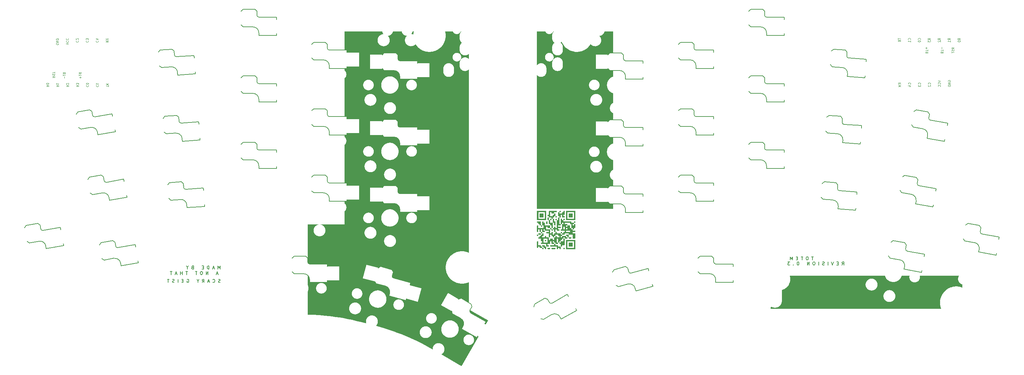
<source format=gbo>
G04 #@! TF.GenerationSoftware,KiCad,Pcbnew,(6.0.6)*
G04 #@! TF.CreationDate,2022-11-10T12:46:59+01:00*
G04 #@! TF.ProjectId,totem_0_3,746f7465-6d5f-4305-9f33-2e6b69636164,0.3*
G04 #@! TF.SameCoordinates,Original*
G04 #@! TF.FileFunction,Legend,Bot*
G04 #@! TF.FilePolarity,Positive*
%FSLAX46Y46*%
G04 Gerber Fmt 4.6, Leading zero omitted, Abs format (unit mm)*
G04 Created by KiCad (PCBNEW (6.0.6)) date 2022-11-10 12:46:59*
%MOMM*%
%LPD*%
G01*
G04 APERTURE LIST*
G04 Aperture macros list*
%AMRotRect*
0 Rectangle, with rotation*
0 The origin of the aperture is its center*
0 $1 length*
0 $2 width*
0 $3 Rotation angle, in degrees counterclockwise*
0 Add horizontal line*
21,1,$1,$2,0,0,$3*%
G04 Aperture macros list end*
%ADD10C,0.000000*%
%ADD11C,0.110000*%
%ADD12C,0.150000*%
%ADD13C,2.500000*%
%ADD14C,0.375000*%
%ADD15C,1.701800*%
%ADD16C,3.000000*%
%ADD17C,3.429000*%
%ADD18C,2.032000*%
%ADD19RotRect,2.600000X2.600000X10.000000*%
%ADD20R,2.600000X2.600000*%
%ADD21RotRect,2.600000X2.600000X4.000000*%
%ADD22C,0.500000*%
%ADD23RotRect,2.600000X2.600000X356.000000*%
%ADD24C,5.600000*%
%ADD25C,1.200000*%
%ADD26O,1.700000X2.500000*%
%ADD27O,1.800000X2.750000*%
%ADD28C,1.397000*%
%ADD29RotRect,2.600000X2.600000X350.000000*%
%ADD30RotRect,2.600000X2.600000X345.000000*%
%ADD31C,0.900000*%
%ADD32C,1.800000*%
%ADD33C,2.100000*%
%ADD34RotRect,2.600000X2.600000X15.000000*%
%ADD35RotRect,2.600000X2.600000X30.000000*%
%ADD36RotRect,2.600000X2.600000X330.000000*%
G04 APERTURE END LIST*
D10*
G36*
X163258493Y-106971664D02*
G01*
X163264316Y-106972042D01*
X163270046Y-106972679D01*
X163275678Y-106973579D01*
X163281206Y-106974748D01*
X163286626Y-106976191D01*
X163291932Y-106977913D01*
X163297119Y-106979919D01*
X163302183Y-106982215D01*
X163307117Y-106984805D01*
X163311917Y-106987695D01*
X163316577Y-106990890D01*
X163321093Y-106994395D01*
X163325459Y-106998215D01*
X163329670Y-107002355D01*
X163333721Y-107006821D01*
X163337605Y-107010872D01*
X163341314Y-107015083D01*
X163344837Y-107019449D01*
X163348164Y-107023965D01*
X163351283Y-107028626D01*
X163354186Y-107033426D01*
X163356862Y-107038361D01*
X163359299Y-107043424D01*
X163361489Y-107048612D01*
X163363420Y-107053919D01*
X163365083Y-107059339D01*
X163366467Y-107064868D01*
X163367561Y-107070500D01*
X163368355Y-107076230D01*
X163368839Y-107082053D01*
X163369003Y-107087964D01*
X163369003Y-107193803D01*
X163368878Y-107199713D01*
X163368500Y-107205536D01*
X163367863Y-107211266D01*
X163366963Y-107216898D01*
X163365794Y-107222427D01*
X163364351Y-107227847D01*
X163362629Y-107233153D01*
X163360623Y-107238340D01*
X163358327Y-107243404D01*
X163355737Y-107248338D01*
X163352847Y-107253138D01*
X163349652Y-107257798D01*
X163346147Y-107262314D01*
X163342327Y-107266679D01*
X163338187Y-107270890D01*
X163333721Y-107274941D01*
X163329670Y-107278826D01*
X163325459Y-107282535D01*
X163321093Y-107286058D01*
X163316577Y-107289384D01*
X163311917Y-107292504D01*
X163307117Y-107295407D01*
X163302183Y-107298082D01*
X163297119Y-107300520D01*
X163291932Y-107302710D01*
X163286626Y-107304641D01*
X163281206Y-107306304D01*
X163275678Y-107307687D01*
X163270046Y-107308781D01*
X163264316Y-107309576D01*
X163258493Y-107310060D01*
X163252582Y-107310223D01*
X162472911Y-107310223D01*
X162467000Y-107310098D01*
X162461177Y-107309720D01*
X162455447Y-107309084D01*
X162449815Y-107308183D01*
X162444286Y-107307014D01*
X162438866Y-107305572D01*
X162433559Y-107303850D01*
X162428372Y-107301843D01*
X162423308Y-107299548D01*
X162418373Y-107296958D01*
X162413573Y-107294068D01*
X162408913Y-107290873D01*
X162404397Y-107287368D01*
X162400031Y-107283548D01*
X162395820Y-107279407D01*
X162391769Y-107274941D01*
X162387885Y-107270890D01*
X162384176Y-107266679D01*
X162380654Y-107262314D01*
X162377327Y-107257798D01*
X162374208Y-107253138D01*
X162371305Y-107248338D01*
X162368629Y-107243404D01*
X162366191Y-107238340D01*
X162364001Y-107233153D01*
X162362070Y-107227847D01*
X162360407Y-107222427D01*
X162359023Y-107216898D01*
X162357929Y-107211266D01*
X162357135Y-107205536D01*
X162356650Y-107199713D01*
X162356487Y-107193803D01*
X162356487Y-107087964D01*
X162356611Y-107082053D01*
X162356990Y-107076230D01*
X162357626Y-107070500D01*
X162358527Y-107064868D01*
X162359695Y-107059339D01*
X162361138Y-107053919D01*
X162362860Y-107048612D01*
X162364866Y-107043424D01*
X162367162Y-107038361D01*
X162369752Y-107033426D01*
X162372642Y-107028626D01*
X162375837Y-107023965D01*
X162379342Y-107019449D01*
X162383162Y-107015083D01*
X162387303Y-107010872D01*
X162391769Y-107006821D01*
X162396402Y-107002938D01*
X162401045Y-106999229D01*
X162405708Y-106995706D01*
X162410403Y-106992380D01*
X162415139Y-106989260D01*
X162419926Y-106986357D01*
X162424775Y-106983682D01*
X162429696Y-106981244D01*
X162434700Y-106979054D01*
X162439798Y-106977122D01*
X162444998Y-106975460D01*
X162450312Y-106974076D01*
X162455750Y-106972982D01*
X162461322Y-106972187D01*
X162467039Y-106971703D01*
X162472911Y-106971539D01*
X163252582Y-106971539D01*
X163258493Y-106971664D01*
G37*
G36*
X142293266Y-123316365D02*
G01*
X142296798Y-123319890D01*
X146152797Y-125545995D01*
X145542472Y-126600842D01*
X145306102Y-126463254D01*
X145634197Y-125895261D01*
X141735854Y-123644452D01*
X141697460Y-123620761D01*
X141662866Y-123596069D01*
X141631902Y-123570490D01*
X141604399Y-123544140D01*
X141580188Y-123517134D01*
X141559099Y-123489587D01*
X141540964Y-123461613D01*
X141525614Y-123433328D01*
X141512878Y-123404847D01*
X141502588Y-123376284D01*
X141494574Y-123347755D01*
X141488667Y-123319375D01*
X141484699Y-123291258D01*
X141482499Y-123263519D01*
X141481899Y-123236275D01*
X141482728Y-123209638D01*
X141488001Y-123158651D01*
X141496964Y-123111478D01*
X141508263Y-123069039D01*
X141520544Y-123032253D01*
X141542635Y-122979321D01*
X141552406Y-122960042D01*
X141584155Y-122907124D01*
X142293266Y-123316365D01*
G37*
G36*
X125286966Y-119997057D02*
G01*
X125285215Y-119996586D01*
X125288747Y-119989529D01*
X125286966Y-119997057D01*
G37*
G36*
X168438602Y-104950055D02*
G01*
X168438602Y-107313756D01*
X166074901Y-107313756D01*
X166074901Y-106960965D01*
X166427692Y-106960965D01*
X168082286Y-106960965D01*
X168082286Y-105306374D01*
X166427692Y-105306374D01*
X166427692Y-106960965D01*
X166074901Y-106960965D01*
X166074901Y-104950055D01*
X168438602Y-104950055D01*
G37*
G36*
X158873296Y-103598987D02*
G01*
X158879119Y-103599365D01*
X158884849Y-103600002D01*
X158890481Y-103600902D01*
X158896010Y-103602071D01*
X158901430Y-103603513D01*
X158906737Y-103605235D01*
X158911925Y-103607241D01*
X158916988Y-103609536D01*
X158921923Y-103612126D01*
X158926723Y-103615016D01*
X158931384Y-103618211D01*
X158935900Y-103621716D01*
X158940266Y-103625537D01*
X158944477Y-103629678D01*
X158948528Y-103634145D01*
X158952412Y-103638195D01*
X158956120Y-103642405D01*
X158959643Y-103646771D01*
X158962969Y-103651286D01*
X158966089Y-103655947D01*
X158968992Y-103660746D01*
X158971667Y-103665681D01*
X158974105Y-103670744D01*
X158976295Y-103675932D01*
X158978227Y-103681238D01*
X158979889Y-103686658D01*
X158981273Y-103692187D01*
X158982367Y-103697819D01*
X158983162Y-103703549D01*
X158983646Y-103709372D01*
X158983810Y-103715283D01*
X158983810Y-103821122D01*
X158983685Y-103827033D01*
X158983307Y-103832856D01*
X158982670Y-103838586D01*
X158981770Y-103844218D01*
X158980601Y-103849747D01*
X158979158Y-103855167D01*
X158977436Y-103860473D01*
X158975430Y-103865661D01*
X158973134Y-103870724D01*
X158970544Y-103875659D01*
X158967654Y-103880459D01*
X158964459Y-103885119D01*
X158960954Y-103889634D01*
X158957134Y-103894000D01*
X158952994Y-103898210D01*
X158948528Y-103902260D01*
X158944477Y-103906145D01*
X158940266Y-103909854D01*
X158935900Y-103913377D01*
X158931384Y-103916704D01*
X158926723Y-103919823D01*
X158921923Y-103922726D01*
X158916988Y-103925402D01*
X158911925Y-103927840D01*
X158906737Y-103930029D01*
X158901430Y-103931961D01*
X158896010Y-103933623D01*
X158890481Y-103935007D01*
X158884849Y-103936101D01*
X158879119Y-103936895D01*
X158873296Y-103937379D01*
X158867385Y-103937543D01*
X158761547Y-103937543D01*
X158755636Y-103937418D01*
X158749813Y-103937040D01*
X158744083Y-103936403D01*
X158738451Y-103935503D01*
X158732922Y-103934335D01*
X158727502Y-103932892D01*
X158722196Y-103931170D01*
X158717009Y-103929164D01*
X158711945Y-103926869D01*
X158707011Y-103924279D01*
X158702211Y-103921389D01*
X158697551Y-103918194D01*
X158693035Y-103914689D01*
X158688670Y-103910868D01*
X158684459Y-103906727D01*
X158680408Y-103902260D01*
X158676523Y-103898210D01*
X158672814Y-103894000D01*
X158669291Y-103889634D01*
X158665965Y-103885119D01*
X158662845Y-103880459D01*
X158659942Y-103875659D01*
X158657267Y-103870724D01*
X158654829Y-103865661D01*
X158652639Y-103860473D01*
X158650708Y-103855167D01*
X158649045Y-103849747D01*
X158647662Y-103844218D01*
X158646568Y-103838586D01*
X158645774Y-103832856D01*
X158645289Y-103827033D01*
X158645126Y-103821122D01*
X158645126Y-103715283D01*
X158645251Y-103709372D01*
X158645629Y-103703549D01*
X158646265Y-103697819D01*
X158647166Y-103692187D01*
X158648335Y-103686658D01*
X158649777Y-103681238D01*
X158651499Y-103675932D01*
X158653506Y-103670744D01*
X158655801Y-103665681D01*
X158658391Y-103660746D01*
X158661281Y-103655947D01*
X158664476Y-103651286D01*
X158667981Y-103646771D01*
X158671801Y-103642405D01*
X158675942Y-103638195D01*
X158680408Y-103634145D01*
X158684459Y-103630260D01*
X158688670Y-103626551D01*
X158693035Y-103623028D01*
X158697551Y-103619702D01*
X158702211Y-103616582D01*
X158707011Y-103613679D01*
X158711945Y-103611003D01*
X158717009Y-103608566D01*
X158722196Y-103606376D01*
X158727502Y-103604445D01*
X158732922Y-103602782D01*
X158738451Y-103601398D01*
X158744083Y-103600304D01*
X158749813Y-103599510D01*
X158755636Y-103599026D01*
X158761547Y-103598862D01*
X158867385Y-103598862D01*
X158873296Y-103598987D01*
G37*
G36*
X159557722Y-100229839D02*
G01*
X159563546Y-100230217D01*
X159569276Y-100230854D01*
X159574908Y-100231753D01*
X159580437Y-100232922D01*
X159585857Y-100234365D01*
X159591164Y-100236087D01*
X159596352Y-100238093D01*
X159601415Y-100240388D01*
X159606349Y-100242978D01*
X159611149Y-100245868D01*
X159615810Y-100249063D01*
X159620326Y-100252568D01*
X159624691Y-100256389D01*
X159628902Y-100260530D01*
X159632953Y-100264996D01*
X159636838Y-100269628D01*
X159640546Y-100274271D01*
X159644069Y-100278934D01*
X159647396Y-100283628D01*
X159650516Y-100288363D01*
X159653419Y-100293150D01*
X159656094Y-100297999D01*
X159658532Y-100302921D01*
X159660722Y-100307924D01*
X159662653Y-100313021D01*
X159664316Y-100318222D01*
X159665699Y-100323536D01*
X159666793Y-100328973D01*
X159667587Y-100334546D01*
X159668071Y-100340263D01*
X159668235Y-100346135D01*
X159668235Y-101125806D01*
X159668111Y-101131716D01*
X159667739Y-101137540D01*
X159667119Y-101143270D01*
X159666250Y-101148902D01*
X159665134Y-101154430D01*
X159663770Y-101159851D01*
X159662157Y-101165157D01*
X159660297Y-101170345D01*
X159658188Y-101175408D01*
X159655832Y-101180342D01*
X159653227Y-101185142D01*
X159650375Y-101189803D01*
X159647274Y-101194318D01*
X159643926Y-101198684D01*
X159640330Y-101202894D01*
X159636485Y-101206944D01*
X159632435Y-101210829D01*
X159628224Y-101214538D01*
X159623858Y-101218061D01*
X159619342Y-101221387D01*
X159614681Y-101224507D01*
X159609881Y-101227410D01*
X159604946Y-101230085D01*
X159599882Y-101232523D01*
X159594695Y-101234713D01*
X159589388Y-101236644D01*
X159583968Y-101238307D01*
X159578439Y-101239690D01*
X159572807Y-101240784D01*
X159567077Y-101241579D01*
X159561254Y-101242063D01*
X159555343Y-101242226D01*
X159449504Y-101242226D01*
X159443593Y-101242101D01*
X159437770Y-101241723D01*
X159432040Y-101241087D01*
X159426409Y-101240187D01*
X159420880Y-101239018D01*
X159415460Y-101237576D01*
X159410154Y-101235854D01*
X159404967Y-101233848D01*
X159399903Y-101231552D01*
X159394969Y-101228962D01*
X159390169Y-101226072D01*
X159385509Y-101222877D01*
X159380993Y-101219372D01*
X159376627Y-101215552D01*
X159372416Y-101211411D01*
X159368366Y-101206944D01*
X159364481Y-101202312D01*
X159360772Y-101197669D01*
X159357249Y-101193006D01*
X159353923Y-101188312D01*
X159350803Y-101183577D01*
X159347900Y-101178790D01*
X159345224Y-101173941D01*
X159342787Y-101169020D01*
X159340597Y-101164016D01*
X159338666Y-101158919D01*
X159337003Y-101153719D01*
X159335620Y-101148405D01*
X159334526Y-101142967D01*
X159333731Y-101137395D01*
X159333247Y-101131678D01*
X159333083Y-101125806D01*
X159333083Y-100903546D01*
X159110824Y-100903546D01*
X159104913Y-100903421D01*
X159099090Y-100903043D01*
X159093360Y-100902406D01*
X159087728Y-100901506D01*
X159082199Y-100900337D01*
X159076779Y-100898894D01*
X159071472Y-100897172D01*
X159066284Y-100895166D01*
X159061221Y-100892871D01*
X159056286Y-100890280D01*
X159051486Y-100887390D01*
X159046825Y-100884196D01*
X159042309Y-100880691D01*
X159037943Y-100876871D01*
X159033732Y-100872730D01*
X159029681Y-100868264D01*
X159025798Y-100863632D01*
X159022089Y-100858989D01*
X159018567Y-100854326D01*
X159015241Y-100849632D01*
X159012121Y-100844897D01*
X159009219Y-100840110D01*
X159006543Y-100835261D01*
X159004106Y-100830339D01*
X159001916Y-100825335D01*
X158999985Y-100820238D01*
X158998323Y-100815037D01*
X158996939Y-100809723D01*
X158995845Y-100804285D01*
X158995051Y-100798712D01*
X158994567Y-100792994D01*
X158994403Y-100787122D01*
X158994403Y-100564862D01*
X158772144Y-100564862D01*
X158766233Y-100564737D01*
X158760410Y-100564359D01*
X158754680Y-100563723D01*
X158749047Y-100562823D01*
X158743519Y-100561654D01*
X158738099Y-100560211D01*
X158732792Y-100558490D01*
X158727604Y-100556484D01*
X158722540Y-100554189D01*
X158717606Y-100551599D01*
X158712806Y-100548709D01*
X158708145Y-100545515D01*
X158703629Y-100542010D01*
X158699263Y-100538190D01*
X158695052Y-100534050D01*
X158691001Y-100529584D01*
X158687117Y-100524951D01*
X158683408Y-100520308D01*
X158679885Y-100515644D01*
X158676558Y-100510950D01*
X158673438Y-100506214D01*
X158670536Y-100501427D01*
X158667860Y-100496578D01*
X158665422Y-100491656D01*
X158663233Y-100486652D01*
X158661301Y-100481555D01*
X158659639Y-100476355D01*
X158658255Y-100471041D01*
X158657161Y-100465603D01*
X158656367Y-100460030D01*
X158655883Y-100454313D01*
X158655719Y-100448441D01*
X158655719Y-100346135D01*
X158655844Y-100340224D01*
X158656222Y-100334401D01*
X158656859Y-100328671D01*
X158657759Y-100323039D01*
X158658928Y-100317510D01*
X158660371Y-100312090D01*
X158662093Y-100306783D01*
X158664099Y-100301596D01*
X158666395Y-100296532D01*
X158668985Y-100291598D01*
X158671875Y-100286798D01*
X158675070Y-100282138D01*
X158678574Y-100277622D01*
X158682395Y-100273257D01*
X158686535Y-100269046D01*
X158691001Y-100264996D01*
X158695052Y-100261112D01*
X158699263Y-100257403D01*
X158703629Y-100253880D01*
X158708145Y-100250553D01*
X158712806Y-100247433D01*
X158717606Y-100244531D01*
X158722540Y-100241855D01*
X158727604Y-100239417D01*
X158732792Y-100237228D01*
X158738099Y-100235296D01*
X158743519Y-100233634D01*
X158749047Y-100232250D01*
X158754680Y-100231156D01*
X158760410Y-100230362D01*
X158766233Y-100229878D01*
X158772144Y-100229714D01*
X159551811Y-100229714D01*
X159557722Y-100229839D01*
G37*
G36*
X158672459Y-62776354D02*
G01*
X158723999Y-62832529D01*
X158778442Y-62885841D01*
X158835672Y-62936141D01*
X158895568Y-62983277D01*
X158958011Y-63027102D01*
X159022884Y-63067463D01*
X159090066Y-63104213D01*
X159159440Y-63137200D01*
X159230886Y-63166275D01*
X159304286Y-63191288D01*
X159379520Y-63212090D01*
X159456470Y-63228529D01*
X159535017Y-63240458D01*
X159615042Y-63247724D01*
X159696426Y-63250180D01*
X159766446Y-63248406D01*
X159835554Y-63243142D01*
X159903662Y-63234474D01*
X159970687Y-63222487D01*
X160036540Y-63207268D01*
X160101138Y-63188902D01*
X160164393Y-63167476D01*
X160226219Y-63143075D01*
X160286532Y-63115785D01*
X160345244Y-63085692D01*
X160402270Y-63052882D01*
X160457525Y-63017441D01*
X160510921Y-62979455D01*
X160562374Y-62939010D01*
X160611797Y-62896191D01*
X160659105Y-62851085D01*
X160704211Y-62803778D01*
X160747030Y-62754354D01*
X160787475Y-62702902D01*
X160825461Y-62649505D01*
X160860902Y-62594250D01*
X160893712Y-62537224D01*
X160923805Y-62478512D01*
X160951095Y-62418199D01*
X160975496Y-62356373D01*
X160996922Y-62293118D01*
X161015288Y-62228521D01*
X161030507Y-62162667D01*
X161042494Y-62095643D01*
X161051162Y-62027534D01*
X161056426Y-61958427D01*
X161058200Y-61888406D01*
X161058200Y-61112266D01*
X161056426Y-61042246D01*
X161051162Y-60973139D01*
X161042494Y-60905030D01*
X161030507Y-60838006D01*
X161015288Y-60772152D01*
X160996922Y-60707555D01*
X160975496Y-60644300D01*
X160951095Y-60582474D01*
X160923805Y-60522161D01*
X160893712Y-60463449D01*
X160860902Y-60406422D01*
X160849756Y-60389045D01*
X162539932Y-60389045D01*
X162541705Y-60459066D01*
X162546969Y-60528173D01*
X162555638Y-60596282D01*
X162567624Y-60663306D01*
X162582843Y-60729160D01*
X162601209Y-60793757D01*
X162622635Y-60857012D01*
X162647036Y-60918838D01*
X162674326Y-60979151D01*
X162704419Y-61037863D01*
X162737228Y-61094889D01*
X162772669Y-61150144D01*
X162810655Y-61203541D01*
X162851100Y-61254993D01*
X162893919Y-61304416D01*
X162939025Y-61351724D01*
X162986332Y-61396830D01*
X163035755Y-61439649D01*
X163087208Y-61480094D01*
X163140604Y-61518080D01*
X163195859Y-61553521D01*
X163252885Y-61586331D01*
X163311597Y-61616424D01*
X163371909Y-61643714D01*
X163433736Y-61668115D01*
X163496991Y-61689541D01*
X163561588Y-61707907D01*
X163627442Y-61723126D01*
X163694466Y-61735113D01*
X163762574Y-61743781D01*
X163831682Y-61749045D01*
X163901702Y-61750819D01*
X163971723Y-61749045D01*
X164040830Y-61743781D01*
X164108939Y-61735113D01*
X164175963Y-61723126D01*
X164241817Y-61707907D01*
X164306414Y-61689541D01*
X164369669Y-61668115D01*
X164431496Y-61643714D01*
X164491808Y-61616424D01*
X164550521Y-61586331D01*
X164607547Y-61553521D01*
X164662801Y-61518080D01*
X164716198Y-61480094D01*
X164767651Y-61439649D01*
X164817074Y-61396830D01*
X164864382Y-61351724D01*
X164909488Y-61304416D01*
X164952306Y-61254993D01*
X164992752Y-61203541D01*
X165030738Y-61150144D01*
X165066179Y-61094889D01*
X165098989Y-61037863D01*
X165129081Y-60979151D01*
X165156372Y-60918838D01*
X165180773Y-60857012D01*
X165202199Y-60793757D01*
X165220565Y-60729160D01*
X165235784Y-60663306D01*
X165247771Y-60596282D01*
X165256439Y-60528173D01*
X165261703Y-60459066D01*
X165263477Y-60389045D01*
X165263477Y-59612906D01*
X165261703Y-59542886D01*
X165256439Y-59473778D01*
X165247771Y-59405669D01*
X165235784Y-59338645D01*
X165220565Y-59272792D01*
X165202199Y-59208194D01*
X165180773Y-59144940D01*
X165156372Y-59083113D01*
X165129081Y-59022801D01*
X165098989Y-58964088D01*
X165066179Y-58907062D01*
X165030738Y-58851807D01*
X164992752Y-58798411D01*
X164952306Y-58746958D01*
X164909488Y-58697535D01*
X164864382Y-58650227D01*
X164817074Y-58605121D01*
X164767651Y-58562303D01*
X164716198Y-58521857D01*
X164662801Y-58483871D01*
X164607547Y-58448431D01*
X164550521Y-58415621D01*
X164491808Y-58385528D01*
X164431496Y-58358238D01*
X164369669Y-58333837D01*
X164306414Y-58312410D01*
X164241817Y-58294045D01*
X164175963Y-58278825D01*
X164108939Y-58266839D01*
X164040830Y-58258171D01*
X163971723Y-58252906D01*
X163901702Y-58251133D01*
X163831682Y-58252906D01*
X163762574Y-58258171D01*
X163694466Y-58266839D01*
X163627442Y-58278825D01*
X163561588Y-58294045D01*
X163496991Y-58312410D01*
X163433736Y-58333837D01*
X163371909Y-58358238D01*
X163311597Y-58385528D01*
X163252885Y-58415621D01*
X163195859Y-58448431D01*
X163140604Y-58483871D01*
X163087208Y-58521857D01*
X163035755Y-58562303D01*
X162986332Y-58605121D01*
X162939025Y-58650227D01*
X162893919Y-58697535D01*
X162851100Y-58746958D01*
X162810655Y-58798411D01*
X162772669Y-58851807D01*
X162737228Y-58907062D01*
X162704419Y-58964088D01*
X162674326Y-59022801D01*
X162647036Y-59083113D01*
X162622635Y-59144940D01*
X162601209Y-59208194D01*
X162582843Y-59272792D01*
X162567624Y-59338645D01*
X162555638Y-59405669D01*
X162546969Y-59473778D01*
X162541705Y-59542886D01*
X162539932Y-59612906D01*
X162539932Y-60389045D01*
X160849756Y-60389045D01*
X160825461Y-60351168D01*
X160787475Y-60297772D01*
X160747030Y-60246319D01*
X160704211Y-60196896D01*
X160659105Y-60149588D01*
X160611797Y-60104482D01*
X160562374Y-60061664D01*
X160510921Y-60021218D01*
X160457525Y-59983232D01*
X160402270Y-59947791D01*
X160345244Y-59914982D01*
X160286532Y-59884889D01*
X160226219Y-59857599D01*
X160164393Y-59833198D01*
X160101138Y-59811771D01*
X160036540Y-59793406D01*
X159970687Y-59778186D01*
X159903662Y-59766200D01*
X159835554Y-59757531D01*
X159766446Y-59752268D01*
X159696426Y-59750494D01*
X159615042Y-59752949D01*
X159535018Y-59760216D01*
X159456472Y-59772144D01*
X159379522Y-59788584D01*
X159304288Y-59809386D01*
X159230889Y-59834399D01*
X159159443Y-59863474D01*
X159090069Y-59896461D01*
X159022887Y-59933210D01*
X158958014Y-59973572D01*
X158895570Y-60017396D01*
X158835674Y-60064533D01*
X158778444Y-60114833D01*
X158724000Y-60168145D01*
X158672460Y-60224320D01*
X158623943Y-60283209D01*
X158623943Y-58201742D01*
X160701892Y-58201742D01*
X160703327Y-58258288D01*
X160707587Y-58314101D01*
X160714601Y-58369114D01*
X160724300Y-58423256D01*
X160736613Y-58476458D01*
X160751472Y-58528649D01*
X160768806Y-58579760D01*
X160788546Y-58629722D01*
X160810622Y-58678463D01*
X160834963Y-58725916D01*
X160861501Y-58772009D01*
X160890166Y-58816673D01*
X160920887Y-58859839D01*
X160953596Y-58901436D01*
X160988222Y-58941395D01*
X161024695Y-58979646D01*
X161062946Y-59016119D01*
X161102905Y-59050745D01*
X161144502Y-59083453D01*
X161187667Y-59114175D01*
X161232332Y-59142840D01*
X161278425Y-59169378D01*
X161325877Y-59193720D01*
X161374619Y-59215795D01*
X161424581Y-59235535D01*
X161475692Y-59252869D01*
X161527883Y-59267728D01*
X161581085Y-59280042D01*
X161635227Y-59289740D01*
X161690240Y-59296754D01*
X161746055Y-59301014D01*
X161802600Y-59302449D01*
X161859145Y-59301014D01*
X161914959Y-59296754D01*
X161969972Y-59289740D01*
X162024114Y-59280042D01*
X162077316Y-59267728D01*
X162129507Y-59252869D01*
X162180618Y-59235535D01*
X162230579Y-59215795D01*
X162279321Y-59193720D01*
X162326773Y-59169378D01*
X162372866Y-59142840D01*
X162417530Y-59114175D01*
X162460696Y-59083453D01*
X162502293Y-59050745D01*
X162542251Y-59016119D01*
X162580502Y-58979646D01*
X162616976Y-58941395D01*
X162651601Y-58901436D01*
X162684309Y-58859839D01*
X162715031Y-58816673D01*
X162743695Y-58772009D01*
X162770233Y-58725916D01*
X162794575Y-58678463D01*
X162816651Y-58629722D01*
X162836390Y-58579760D01*
X162853724Y-58528649D01*
X162868583Y-58476458D01*
X162880897Y-58423256D01*
X162890595Y-58369114D01*
X162897610Y-58314101D01*
X162901869Y-58258288D01*
X162903304Y-58201742D01*
X162901869Y-58145197D01*
X162897610Y-58089383D01*
X162890595Y-58034370D01*
X162880897Y-57980228D01*
X162868583Y-57927027D01*
X162853724Y-57874836D01*
X162836390Y-57823724D01*
X162816651Y-57773763D01*
X162794575Y-57725021D01*
X162770233Y-57677569D01*
X162743695Y-57631476D01*
X162715031Y-57586811D01*
X162684309Y-57543646D01*
X162651601Y-57502049D01*
X162616976Y-57462090D01*
X162580502Y-57423839D01*
X162542251Y-57387365D01*
X162502293Y-57352740D01*
X162460696Y-57320031D01*
X162417530Y-57289309D01*
X162372866Y-57260645D01*
X162326773Y-57234107D01*
X162279321Y-57209765D01*
X162230579Y-57187689D01*
X162180618Y-57167949D01*
X162129507Y-57150615D01*
X162077316Y-57135756D01*
X162024114Y-57123443D01*
X161969972Y-57113744D01*
X161914959Y-57106730D01*
X161859145Y-57102470D01*
X161802600Y-57101035D01*
X161746055Y-57102470D01*
X161690240Y-57106730D01*
X161635227Y-57113744D01*
X161581085Y-57123443D01*
X161527883Y-57135756D01*
X161475692Y-57150615D01*
X161424581Y-57167949D01*
X161374619Y-57187689D01*
X161325877Y-57209765D01*
X161278425Y-57234107D01*
X161232332Y-57260645D01*
X161187667Y-57289309D01*
X161144502Y-57320031D01*
X161102905Y-57352740D01*
X161062946Y-57387365D01*
X161024695Y-57423839D01*
X160988222Y-57462090D01*
X160953596Y-57502049D01*
X160920887Y-57543646D01*
X160890166Y-57586811D01*
X160861501Y-57631476D01*
X160834963Y-57677569D01*
X160810622Y-57725021D01*
X160788546Y-57773763D01*
X160768806Y-57823724D01*
X160751472Y-57874836D01*
X160736613Y-57927027D01*
X160724300Y-57980228D01*
X160714601Y-58034370D01*
X160707587Y-58089383D01*
X160703327Y-58145197D01*
X160701892Y-58201742D01*
X158623943Y-58201742D01*
X158623943Y-51661000D01*
X160800662Y-51661000D01*
X160835479Y-51729798D01*
X160874956Y-51795805D01*
X160918878Y-51858794D01*
X160967027Y-51918537D01*
X161019187Y-51974808D01*
X161075139Y-52027379D01*
X161134668Y-52076022D01*
X161197555Y-52120510D01*
X161263585Y-52160616D01*
X161332539Y-52196112D01*
X161404202Y-52226771D01*
X161478355Y-52252366D01*
X161554782Y-52272668D01*
X161633266Y-52287452D01*
X161713589Y-52296489D01*
X161795535Y-52299551D01*
X161836688Y-52298791D01*
X161877443Y-52296527D01*
X161917776Y-52292787D01*
X161957661Y-52287596D01*
X161997074Y-52280982D01*
X162035988Y-52272971D01*
X162074379Y-52263588D01*
X162112222Y-52252862D01*
X162149491Y-52240817D01*
X162186161Y-52227482D01*
X162222207Y-52212881D01*
X162257604Y-52197042D01*
X162292326Y-52179992D01*
X162326349Y-52161755D01*
X162359647Y-52142360D01*
X162392195Y-52121833D01*
X162423968Y-52100200D01*
X162454940Y-52077487D01*
X162485087Y-52053721D01*
X162514384Y-52028929D01*
X162542804Y-52003137D01*
X162570323Y-51976371D01*
X162596916Y-51948659D01*
X162622557Y-51920026D01*
X162647222Y-51890499D01*
X162670884Y-51860104D01*
X162693520Y-51828868D01*
X162715103Y-51796818D01*
X162735608Y-51763979D01*
X162755011Y-51730379D01*
X162773286Y-51696044D01*
X162790408Y-51661000D01*
X162924472Y-51661000D01*
X162880579Y-51707703D01*
X162838919Y-51756474D01*
X162799574Y-51807229D01*
X162762627Y-51859886D01*
X162728161Y-51914362D01*
X162696258Y-51970574D01*
X162667001Y-52028440D01*
X162640472Y-52087877D01*
X162616755Y-52148802D01*
X162595932Y-52211133D01*
X162578086Y-52274787D01*
X162563299Y-52339681D01*
X162551654Y-52405733D01*
X162543234Y-52472860D01*
X162538122Y-52540979D01*
X162536399Y-52610007D01*
X162536399Y-53393203D01*
X162537068Y-53436041D01*
X162539060Y-53478550D01*
X162542355Y-53520709D01*
X162546935Y-53562501D01*
X162559864Y-53644902D01*
X162577687Y-53725598D01*
X162600243Y-53804433D01*
X162627373Y-53881253D01*
X162658917Y-53955902D01*
X162694713Y-54028226D01*
X162734603Y-54098070D01*
X162778425Y-54165277D01*
X162826020Y-54229694D01*
X162877227Y-54291166D01*
X162931886Y-54349536D01*
X162989837Y-54404651D01*
X163050920Y-54456356D01*
X163114974Y-54504494D01*
X163050920Y-54552632D01*
X162989837Y-54604336D01*
X162931886Y-54659451D01*
X162877227Y-54717822D01*
X162826020Y-54779293D01*
X162778425Y-54843710D01*
X162734603Y-54910918D01*
X162694713Y-54980761D01*
X162658917Y-55053085D01*
X162627373Y-55127735D01*
X162600243Y-55204554D01*
X162577687Y-55283390D01*
X162559864Y-55364085D01*
X162546935Y-55446487D01*
X162539060Y-55530438D01*
X162536399Y-55615785D01*
X162536399Y-56391925D01*
X162538173Y-56461945D01*
X162543437Y-56531052D01*
X162552105Y-56599161D01*
X162564092Y-56666185D01*
X162579311Y-56732039D01*
X162597676Y-56796636D01*
X162619103Y-56859891D01*
X162643504Y-56921717D01*
X162670794Y-56982030D01*
X162700886Y-57040742D01*
X162733696Y-57097768D01*
X162769137Y-57153023D01*
X162807123Y-57206419D01*
X162847568Y-57257872D01*
X162890387Y-57307295D01*
X162935493Y-57354603D01*
X162982800Y-57399709D01*
X163032223Y-57442527D01*
X163083676Y-57482973D01*
X163137073Y-57520959D01*
X163192327Y-57556400D01*
X163249354Y-57589209D01*
X163308066Y-57619302D01*
X163368379Y-57646592D01*
X163430205Y-57670993D01*
X163493460Y-57692420D01*
X163558058Y-57710785D01*
X163623912Y-57726004D01*
X163690936Y-57737991D01*
X163759045Y-57746659D01*
X163828153Y-57751923D01*
X163898174Y-57753697D01*
X163968194Y-57751923D01*
X164037301Y-57746659D01*
X164105409Y-57737991D01*
X164172433Y-57726004D01*
X164238287Y-57710785D01*
X164302884Y-57692420D01*
X164366139Y-57670993D01*
X164427965Y-57646592D01*
X164488277Y-57619302D01*
X164546989Y-57589209D01*
X164604016Y-57556400D01*
X164659270Y-57520959D01*
X164712666Y-57482973D01*
X164764119Y-57442527D01*
X164813542Y-57399709D01*
X164860850Y-57354603D01*
X164905956Y-57307295D01*
X164948774Y-57257872D01*
X164989220Y-57206419D01*
X165027206Y-57153023D01*
X165062647Y-57097768D01*
X165095456Y-57040742D01*
X165125549Y-56982030D01*
X165152839Y-56921717D01*
X165177240Y-56859891D01*
X165198667Y-56796636D01*
X165217032Y-56732039D01*
X165232252Y-56666185D01*
X165244238Y-56599161D01*
X165252907Y-56531052D01*
X165258170Y-56461945D01*
X165259944Y-56391925D01*
X165259944Y-55615785D01*
X165259276Y-55572947D01*
X165257284Y-55530438D01*
X165253988Y-55488278D01*
X165249409Y-55446487D01*
X165236480Y-55364086D01*
X165218658Y-55283390D01*
X165196101Y-55204555D01*
X165168971Y-55127735D01*
X165137428Y-55053085D01*
X165101632Y-54980762D01*
X165061742Y-54910918D01*
X165017920Y-54843711D01*
X164970325Y-54779293D01*
X164919118Y-54717822D01*
X164864459Y-54659451D01*
X164806507Y-54604337D01*
X164745424Y-54552632D01*
X164681369Y-54504494D01*
X164700428Y-54491060D01*
X164719233Y-54477228D01*
X164737779Y-54463014D01*
X164756063Y-54448433D01*
X164774077Y-54433501D01*
X164791818Y-54418232D01*
X164809279Y-54402644D01*
X164826456Y-54386750D01*
X164843344Y-54370567D01*
X164859938Y-54354110D01*
X164876231Y-54337394D01*
X164892220Y-54320436D01*
X164907898Y-54303251D01*
X164923261Y-54285853D01*
X164953021Y-54250484D01*
X165078260Y-54530881D01*
X165223168Y-54799929D01*
X165386824Y-55056698D01*
X165568310Y-55300258D01*
X165766705Y-55529679D01*
X165981089Y-55744030D01*
X166210543Y-55942382D01*
X166454146Y-56123804D01*
X166710979Y-56287366D01*
X166980121Y-56432138D01*
X167260654Y-56557189D01*
X167551656Y-56661589D01*
X167852208Y-56744409D01*
X168161391Y-56804718D01*
X168478284Y-56841585D01*
X168801967Y-56854081D01*
X168941642Y-56851747D01*
X169080149Y-56844797D01*
X169217418Y-56833305D01*
X169353375Y-56817348D01*
X169487951Y-56797001D01*
X169621072Y-56772339D01*
X169752667Y-56743438D01*
X169882665Y-56710374D01*
X170010994Y-56673222D01*
X170137582Y-56632058D01*
X170262357Y-56586957D01*
X170385247Y-56537996D01*
X170506182Y-56485248D01*
X170625089Y-56428791D01*
X170741897Y-56368700D01*
X170856533Y-56305050D01*
X170968927Y-56237917D01*
X171079006Y-56167377D01*
X171291934Y-56016375D01*
X171494743Y-55852650D01*
X171686860Y-55676807D01*
X171867711Y-55489450D01*
X172036722Y-55291183D01*
X172193321Y-55082612D01*
X172336933Y-54864341D01*
X172391984Y-54923850D01*
X172449903Y-54980569D01*
X172510582Y-55034352D01*
X172573911Y-55085056D01*
X172639783Y-55132534D01*
X172708089Y-55176643D01*
X172778720Y-55217238D01*
X172851569Y-55254175D01*
X172926525Y-55287307D01*
X173003482Y-55316492D01*
X173082330Y-55341584D01*
X173162962Y-55362437D01*
X173245267Y-55378909D01*
X173329139Y-55390854D01*
X173414469Y-55398127D01*
X173501148Y-55400583D01*
X173580705Y-55398563D01*
X173659235Y-55392569D01*
X173736638Y-55382700D01*
X173812816Y-55369052D01*
X173887671Y-55351726D01*
X173961105Y-55330817D01*
X174033020Y-55306426D01*
X174103317Y-55278650D01*
X174171898Y-55247587D01*
X174238666Y-55213335D01*
X174303521Y-55175993D01*
X174366366Y-55135659D01*
X174427103Y-55092431D01*
X174485633Y-55046407D01*
X174541858Y-54997686D01*
X174595681Y-54946365D01*
X174647001Y-54892543D01*
X174695723Y-54836317D01*
X174741747Y-54777787D01*
X174784975Y-54717051D01*
X174825309Y-54654206D01*
X174862651Y-54589350D01*
X174896903Y-54522583D01*
X174927966Y-54454001D01*
X174955742Y-54383704D01*
X174980133Y-54311789D01*
X175001042Y-54238355D01*
X175018369Y-54163500D01*
X175032016Y-54087322D01*
X175041886Y-54009919D01*
X175047880Y-53931389D01*
X175049899Y-53851831D01*
X175047931Y-53772924D01*
X175042086Y-53695025D01*
X175032458Y-53618232D01*
X175019140Y-53542643D01*
X175002226Y-53468356D01*
X174981808Y-53395470D01*
X174957979Y-53324082D01*
X174930832Y-53254292D01*
X174900461Y-53186196D01*
X174866958Y-53119893D01*
X174830417Y-53055482D01*
X174790930Y-52993061D01*
X174748591Y-52932727D01*
X174703492Y-52874580D01*
X174655727Y-52818716D01*
X174605388Y-52765235D01*
X174598316Y-52765235D01*
X174656838Y-52759424D01*
X174714630Y-52751284D01*
X174771641Y-52740862D01*
X174827823Y-52728206D01*
X174883126Y-52713364D01*
X174937501Y-52696384D01*
X174990900Y-52677314D01*
X175043273Y-52656201D01*
X175094571Y-52633093D01*
X175144745Y-52608038D01*
X175193745Y-52581084D01*
X175241524Y-52552279D01*
X175288031Y-52521670D01*
X175333218Y-52489306D01*
X175377036Y-52455233D01*
X175419435Y-52419500D01*
X175460366Y-52382155D01*
X175499781Y-52343245D01*
X175537629Y-52302819D01*
X175573863Y-52260924D01*
X175608433Y-52217607D01*
X175641289Y-52172917D01*
X175672384Y-52126902D01*
X175701667Y-52079608D01*
X175729089Y-52031085D01*
X175754603Y-51981380D01*
X175778157Y-51930540D01*
X175799704Y-51878614D01*
X175819194Y-51825649D01*
X175836579Y-51771693D01*
X175851808Y-51716794D01*
X175864833Y-51661000D01*
X178073306Y-51661000D01*
X178073306Y-57143375D01*
X177247775Y-57143375D01*
X176873813Y-57556140D01*
X173698696Y-57556140D01*
X173698696Y-61158134D01*
X176760921Y-61158134D01*
X177247775Y-61644985D01*
X178073306Y-61644985D01*
X178073306Y-63197264D01*
X177908242Y-63257197D01*
X177749483Y-63329451D01*
X177597628Y-63413445D01*
X177453277Y-63508602D01*
X177317029Y-63614343D01*
X177189483Y-63730088D01*
X177071240Y-63855260D01*
X176962898Y-63989280D01*
X176865057Y-64131567D01*
X176778316Y-64281545D01*
X176703276Y-64438633D01*
X176640535Y-64602254D01*
X176590693Y-64771827D01*
X176554349Y-64946776D01*
X176541426Y-65036084D01*
X176532103Y-65126520D01*
X176526454Y-65218009D01*
X176524555Y-65310481D01*
X176526454Y-65402962D01*
X176532103Y-65494481D01*
X176541426Y-65584961D01*
X176554349Y-65674331D01*
X176570796Y-65762514D01*
X176590693Y-65849437D01*
X176613964Y-65935025D01*
X176640535Y-66019204D01*
X176670330Y-66101900D01*
X176703276Y-66183039D01*
X176739296Y-66262546D01*
X176778316Y-66340347D01*
X176820261Y-66416368D01*
X176865057Y-66490534D01*
X176912627Y-66562771D01*
X176962898Y-66633005D01*
X177015793Y-66701162D01*
X177071240Y-66767166D01*
X177129161Y-66830945D01*
X177189483Y-66892423D01*
X177252131Y-66951527D01*
X177317029Y-67008182D01*
X177384103Y-67062314D01*
X177453277Y-67113848D01*
X177524477Y-67162710D01*
X177597628Y-67208827D01*
X177672655Y-67252123D01*
X177749483Y-67292524D01*
X177828037Y-67329956D01*
X177908242Y-67364346D01*
X177990024Y-67395617D01*
X178073306Y-67423697D01*
X178073306Y-69875594D01*
X177984505Y-69926074D01*
X177899523Y-69982099D01*
X177818623Y-70043427D01*
X177742069Y-70109814D01*
X177670125Y-70181017D01*
X177603054Y-70256794D01*
X177541120Y-70336901D01*
X177484586Y-70421097D01*
X177433716Y-70509137D01*
X177388774Y-70600779D01*
X177350023Y-70695780D01*
X177317726Y-70793898D01*
X177292148Y-70894889D01*
X177273551Y-70998510D01*
X177262200Y-71104519D01*
X177258357Y-71212672D01*
X177259323Y-71267002D01*
X177262200Y-71320825D01*
X177266953Y-71374113D01*
X177273551Y-71426834D01*
X177281960Y-71478958D01*
X177292148Y-71530455D01*
X177304081Y-71581295D01*
X177317726Y-71631446D01*
X177333051Y-71680879D01*
X177350023Y-71729563D01*
X177368608Y-71777469D01*
X177388774Y-71824564D01*
X177410488Y-71870820D01*
X177433716Y-71916206D01*
X177458427Y-71960692D01*
X177484586Y-72004246D01*
X177512161Y-72046840D01*
X177541120Y-72088441D01*
X177571428Y-72129021D01*
X177603054Y-72168549D01*
X177635964Y-72206993D01*
X177670125Y-72244325D01*
X177705504Y-72280514D01*
X177742069Y-72315528D01*
X177779786Y-72349339D01*
X177818623Y-72381915D01*
X177858546Y-72413227D01*
X177899523Y-72443243D01*
X177941520Y-72471933D01*
X177984505Y-72499268D01*
X178028445Y-72525216D01*
X178073306Y-72549748D01*
X178073306Y-74207865D01*
X177247775Y-74207865D01*
X176842067Y-74659438D01*
X173688113Y-74659438D01*
X173688113Y-78257903D01*
X176796199Y-78257903D01*
X177247775Y-78709475D01*
X178073306Y-78709475D01*
X178073306Y-80293505D01*
X177906961Y-80352858D01*
X177747002Y-80424686D01*
X177594031Y-80508400D01*
X177448645Y-80603411D01*
X177311445Y-80709129D01*
X177183031Y-80824966D01*
X177064002Y-80950332D01*
X176954956Y-81084639D01*
X176856495Y-81227297D01*
X176769216Y-81377717D01*
X176693721Y-81535310D01*
X176630607Y-81699487D01*
X176580476Y-81869658D01*
X176543925Y-82045236D01*
X176530930Y-82134867D01*
X176521555Y-82225629D01*
X176515875Y-82317448D01*
X176513965Y-82410250D01*
X176515875Y-82503062D01*
X176521555Y-82594910D01*
X176530930Y-82685717D01*
X176543925Y-82775409D01*
X176560465Y-82863910D01*
X176580476Y-82951144D01*
X176603881Y-83037036D01*
X176630607Y-83121510D01*
X176660579Y-83204490D01*
X176693721Y-83285901D01*
X176729958Y-83365667D01*
X176769216Y-83443714D01*
X176811420Y-83519964D01*
X176856495Y-83594343D01*
X176904365Y-83666775D01*
X176954956Y-83737185D01*
X177008194Y-83805496D01*
X177064002Y-83871634D01*
X177122306Y-83935522D01*
X177183031Y-83997085D01*
X177246103Y-84056248D01*
X177311445Y-84112935D01*
X177378985Y-84167070D01*
X177448645Y-84218579D01*
X177520352Y-84267384D01*
X177594031Y-84313411D01*
X177669605Y-84356584D01*
X177747002Y-84396827D01*
X177826145Y-84434065D01*
X177906961Y-84468223D01*
X177989373Y-84499224D01*
X178073306Y-84526994D01*
X178073306Y-86968308D01*
X177983805Y-87018208D01*
X177898056Y-87073809D01*
X177816338Y-87134856D01*
X177738929Y-87201096D01*
X177666109Y-87272277D01*
X177598157Y-87348145D01*
X177535352Y-87428447D01*
X177477973Y-87512930D01*
X177426300Y-87601340D01*
X177380611Y-87693425D01*
X177341185Y-87788930D01*
X177308302Y-87887604D01*
X177282240Y-87989193D01*
X177263279Y-88093443D01*
X177251698Y-88200101D01*
X177247775Y-88308915D01*
X177248762Y-88363565D01*
X177251698Y-88417689D01*
X177256548Y-88471258D01*
X177263279Y-88524241D01*
X177271854Y-88576609D01*
X177282239Y-88628333D01*
X177294400Y-88679383D01*
X177308301Y-88729728D01*
X177323907Y-88779339D01*
X177341183Y-88828187D01*
X177360096Y-88876241D01*
X177380609Y-88923473D01*
X177402688Y-88969852D01*
X177426297Y-89015348D01*
X177451403Y-89059932D01*
X177477970Y-89103575D01*
X177505964Y-89146246D01*
X177535349Y-89187916D01*
X177566090Y-89228554D01*
X177598154Y-89268132D01*
X177631503Y-89306620D01*
X177666105Y-89343987D01*
X177701924Y-89380205D01*
X177738925Y-89415243D01*
X177777074Y-89449072D01*
X177816335Y-89481662D01*
X177856673Y-89512983D01*
X177898054Y-89543005D01*
X177940443Y-89571700D01*
X177983804Y-89599037D01*
X178028104Y-89624986D01*
X178073306Y-89649518D01*
X178073306Y-91208855D01*
X177247775Y-91208855D01*
X176842067Y-91660428D01*
X173674007Y-91660428D01*
X173674007Y-95262421D01*
X176799731Y-95262421D01*
X177247783Y-95710465D01*
X178073306Y-95710465D01*
X178073306Y-97051068D01*
X158623943Y-97051068D01*
X158623943Y-86209809D01*
X172252262Y-86209809D01*
X172254240Y-86287724D01*
X172260112Y-86364633D01*
X172269781Y-86440441D01*
X172283151Y-86515050D01*
X172300126Y-86588364D01*
X172320609Y-86660288D01*
X172344504Y-86730724D01*
X172371714Y-86799577D01*
X172402144Y-86866751D01*
X172435698Y-86932149D01*
X172472279Y-86995675D01*
X172511790Y-87057232D01*
X172554136Y-87116725D01*
X172599221Y-87174057D01*
X172646947Y-87229132D01*
X172697219Y-87281854D01*
X172749941Y-87332126D01*
X172805016Y-87379852D01*
X172862348Y-87424937D01*
X172921841Y-87467283D01*
X172983399Y-87506794D01*
X173046925Y-87543375D01*
X173112323Y-87576928D01*
X173179497Y-87607358D01*
X173248350Y-87634569D01*
X173318787Y-87658464D01*
X173390711Y-87678947D01*
X173464026Y-87695921D01*
X173538635Y-87709291D01*
X173614442Y-87718960D01*
X173691352Y-87724832D01*
X173769267Y-87726811D01*
X173847183Y-87724832D01*
X173924092Y-87718960D01*
X173999900Y-87709291D01*
X174074509Y-87695921D01*
X174147824Y-87678947D01*
X174219747Y-87658464D01*
X174290184Y-87634569D01*
X174359037Y-87607358D01*
X174426210Y-87576928D01*
X174491608Y-87543375D01*
X174555134Y-87506794D01*
X174616691Y-87467283D01*
X174676184Y-87424937D01*
X174733516Y-87379852D01*
X174788590Y-87332126D01*
X174841312Y-87281854D01*
X174891584Y-87229132D01*
X174939310Y-87174057D01*
X174984394Y-87116725D01*
X175026739Y-87057232D01*
X175066251Y-86995675D01*
X175102831Y-86932149D01*
X175136384Y-86866751D01*
X175166814Y-86799577D01*
X175194025Y-86730724D01*
X175217919Y-86660288D01*
X175238402Y-86588364D01*
X175255376Y-86515050D01*
X175268746Y-86440441D01*
X175278415Y-86364633D01*
X175284287Y-86287724D01*
X175286266Y-86209809D01*
X175284287Y-86131894D01*
X175278415Y-86054985D01*
X175268746Y-85979177D01*
X175255376Y-85904568D01*
X175238402Y-85831254D01*
X175217919Y-85759330D01*
X175194025Y-85688894D01*
X175166814Y-85620041D01*
X175136384Y-85552867D01*
X175102831Y-85487469D01*
X175066251Y-85423943D01*
X175026739Y-85362386D01*
X174984394Y-85302893D01*
X174939310Y-85245561D01*
X174891584Y-85190486D01*
X174841312Y-85137764D01*
X174788590Y-85087492D01*
X174733516Y-85039766D01*
X174676184Y-84994681D01*
X174616691Y-84952335D01*
X174555134Y-84912824D01*
X174491608Y-84876243D01*
X174426210Y-84842690D01*
X174359037Y-84812260D01*
X174290184Y-84785049D01*
X174219747Y-84761154D01*
X174147824Y-84740671D01*
X174074509Y-84723697D01*
X173999900Y-84710327D01*
X173924092Y-84700658D01*
X173847183Y-84694786D01*
X173769267Y-84692807D01*
X173691352Y-84694786D01*
X173614442Y-84700658D01*
X173538635Y-84710327D01*
X173464026Y-84723697D01*
X173390711Y-84740671D01*
X173318787Y-84761154D01*
X173248350Y-84785049D01*
X173179497Y-84812260D01*
X173112323Y-84842690D01*
X173046925Y-84876243D01*
X172983399Y-84912824D01*
X172921841Y-84952335D01*
X172862348Y-84994681D01*
X172805016Y-85039766D01*
X172749941Y-85087492D01*
X172697219Y-85137764D01*
X172646947Y-85190486D01*
X172599221Y-85245561D01*
X172554136Y-85302893D01*
X172511790Y-85362386D01*
X172472279Y-85423943D01*
X172435698Y-85487469D01*
X172402144Y-85552867D01*
X172371714Y-85620041D01*
X172344504Y-85688894D01*
X172320609Y-85759330D01*
X172300126Y-85831254D01*
X172283151Y-85904568D01*
X172269781Y-85979177D01*
X172260112Y-86054985D01*
X172254240Y-86131894D01*
X172252262Y-86209809D01*
X158623943Y-86209809D01*
X158623943Y-82410250D01*
X171917117Y-82410250D01*
X171918881Y-82479619D01*
X171924114Y-82548096D01*
X171932730Y-82615595D01*
X171944645Y-82682030D01*
X171959771Y-82747316D01*
X171978023Y-82811365D01*
X171999314Y-82874093D01*
X172023560Y-82935413D01*
X172050675Y-82995240D01*
X172080571Y-83053487D01*
X172113164Y-83110069D01*
X172148367Y-83164899D01*
X172186094Y-83217893D01*
X172226260Y-83268963D01*
X172268779Y-83318025D01*
X172313565Y-83364991D01*
X172360531Y-83409777D01*
X172409592Y-83452296D01*
X172460663Y-83492463D01*
X172513656Y-83530190D01*
X172568487Y-83565393D01*
X172625068Y-83597986D01*
X172683316Y-83627883D01*
X172743142Y-83654997D01*
X172804463Y-83679243D01*
X172867190Y-83700535D01*
X172931240Y-83718787D01*
X172996525Y-83733914D01*
X173062960Y-83745828D01*
X173130460Y-83754445D01*
X173198937Y-83759677D01*
X173268306Y-83761441D01*
X173337675Y-83759677D01*
X173406151Y-83754445D01*
X173473650Y-83745828D01*
X173540085Y-83733914D01*
X173605370Y-83718787D01*
X173669419Y-83700535D01*
X173732147Y-83679243D01*
X173793467Y-83654997D01*
X173853293Y-83627883D01*
X173911540Y-83597986D01*
X173968122Y-83565393D01*
X174022953Y-83530190D01*
X174075946Y-83492463D01*
X174127017Y-83452296D01*
X174176078Y-83409777D01*
X174223045Y-83364991D01*
X174267830Y-83318025D01*
X174310349Y-83268963D01*
X174350516Y-83217893D01*
X174388244Y-83164899D01*
X174423447Y-83110069D01*
X174456040Y-83053487D01*
X174485936Y-82995240D01*
X174513051Y-82935413D01*
X174537297Y-82874093D01*
X174558589Y-82811365D01*
X174576841Y-82747316D01*
X174591967Y-82682030D01*
X174603882Y-82615595D01*
X174612498Y-82548096D01*
X174617731Y-82479619D01*
X174619495Y-82410250D01*
X174617731Y-82340881D01*
X174612498Y-82272404D01*
X174603882Y-82204906D01*
X174591967Y-82138470D01*
X174576841Y-82073185D01*
X174558589Y-82009136D01*
X174537297Y-81946408D01*
X174513051Y-81885088D01*
X174485936Y-81825261D01*
X174456040Y-81767014D01*
X174423447Y-81710432D01*
X174388244Y-81655601D01*
X174350516Y-81602608D01*
X174310349Y-81551537D01*
X174267830Y-81502476D01*
X174223045Y-81455509D01*
X174176078Y-81410724D01*
X174127017Y-81368205D01*
X174075946Y-81328038D01*
X174022953Y-81290311D01*
X173968122Y-81255107D01*
X173911540Y-81222515D01*
X173853293Y-81192618D01*
X173793467Y-81165504D01*
X173732147Y-81141258D01*
X173669419Y-81119966D01*
X173605370Y-81101714D01*
X173540085Y-81086587D01*
X173473650Y-81074673D01*
X173406151Y-81066056D01*
X173337675Y-81060823D01*
X173268306Y-81059060D01*
X173198937Y-81060823D01*
X173130460Y-81066056D01*
X173062960Y-81074673D01*
X172996525Y-81086587D01*
X172931240Y-81101714D01*
X172867190Y-81119966D01*
X172804463Y-81141258D01*
X172743142Y-81165504D01*
X172683316Y-81192618D01*
X172625068Y-81222515D01*
X172568487Y-81255107D01*
X172513656Y-81290311D01*
X172460663Y-81328038D01*
X172409592Y-81368205D01*
X172360531Y-81410724D01*
X172313565Y-81455509D01*
X172268779Y-81502476D01*
X172226260Y-81551537D01*
X172186094Y-81602608D01*
X172148367Y-81655601D01*
X172113164Y-81710432D01*
X172080571Y-81767014D01*
X172050675Y-81825261D01*
X172023560Y-81885088D01*
X171999314Y-81946408D01*
X171978023Y-82009136D01*
X171959771Y-82073185D01*
X171944645Y-82138470D01*
X171932730Y-82204906D01*
X171924114Y-82272404D01*
X171918881Y-82340881D01*
X171917117Y-82410250D01*
X158623943Y-82410250D01*
X158623943Y-69113564D01*
X172262851Y-69113564D01*
X172264830Y-69191479D01*
X172270702Y-69268388D01*
X172280371Y-69344195D01*
X172293741Y-69418804D01*
X172310715Y-69492118D01*
X172331198Y-69564041D01*
X172355092Y-69634478D01*
X172382303Y-69703331D01*
X172412733Y-69770504D01*
X172446286Y-69835902D01*
X172482866Y-69899428D01*
X172522377Y-69960985D01*
X172564723Y-70020478D01*
X172609807Y-70077810D01*
X172657533Y-70132885D01*
X172707805Y-70185607D01*
X172760526Y-70235879D01*
X172815601Y-70283605D01*
X172872933Y-70328690D01*
X172932426Y-70371036D01*
X172993983Y-70410547D01*
X173057509Y-70447128D01*
X173122907Y-70480681D01*
X173190080Y-70511111D01*
X173258933Y-70538322D01*
X173329370Y-70562217D01*
X173401293Y-70582700D01*
X173474608Y-70599674D01*
X173549217Y-70613045D01*
X173625024Y-70622714D01*
X173701934Y-70628586D01*
X173779849Y-70630564D01*
X173857765Y-70628586D01*
X173934674Y-70622714D01*
X174010482Y-70613045D01*
X174085091Y-70599674D01*
X174158406Y-70582700D01*
X174230330Y-70562217D01*
X174300767Y-70538322D01*
X174369620Y-70511111D01*
X174436794Y-70480681D01*
X174502192Y-70447128D01*
X174565718Y-70410547D01*
X174627275Y-70371036D01*
X174686768Y-70328690D01*
X174744101Y-70283605D01*
X174799176Y-70235879D01*
X174851898Y-70185607D01*
X174902170Y-70132885D01*
X174949896Y-70077810D01*
X174994981Y-70020478D01*
X175037327Y-69960985D01*
X175076838Y-69899428D01*
X175113419Y-69835902D01*
X175146972Y-69770504D01*
X175177403Y-69703331D01*
X175204613Y-69634478D01*
X175228508Y-69564041D01*
X175248991Y-69492118D01*
X175265965Y-69418804D01*
X175279335Y-69344195D01*
X175289005Y-69268388D01*
X175294877Y-69191479D01*
X175296855Y-69113564D01*
X175294877Y-69035649D01*
X175289005Y-68958740D01*
X175279335Y-68882933D01*
X175265965Y-68808325D01*
X175248991Y-68735011D01*
X175228508Y-68663087D01*
X175204613Y-68592651D01*
X175177403Y-68523798D01*
X175146972Y-68456624D01*
X175113419Y-68391227D01*
X175076838Y-68327701D01*
X175037327Y-68266143D01*
X174994981Y-68206651D01*
X174949896Y-68149319D01*
X174902170Y-68094243D01*
X174851898Y-68041522D01*
X174799176Y-67991250D01*
X174744101Y-67943523D01*
X174686768Y-67898439D01*
X174627275Y-67856093D01*
X174565718Y-67816581D01*
X174502192Y-67780001D01*
X174436794Y-67746447D01*
X174369620Y-67716017D01*
X174300767Y-67688806D01*
X174230330Y-67664911D01*
X174158406Y-67644429D01*
X174085091Y-67627454D01*
X174010482Y-67614084D01*
X173934674Y-67604415D01*
X173857765Y-67598543D01*
X173779849Y-67596564D01*
X173701934Y-67598543D01*
X173625024Y-67604415D01*
X173549217Y-67614084D01*
X173474608Y-67627454D01*
X173401293Y-67644429D01*
X173329370Y-67664911D01*
X173258933Y-67688806D01*
X173190080Y-67716017D01*
X173122907Y-67746447D01*
X173057509Y-67780001D01*
X172993983Y-67816581D01*
X172932426Y-67856093D01*
X172872933Y-67898439D01*
X172815601Y-67943523D01*
X172760526Y-67991250D01*
X172707805Y-68041522D01*
X172657533Y-68094243D01*
X172609807Y-68149319D01*
X172564723Y-68206651D01*
X172522377Y-68266143D01*
X172482866Y-68327701D01*
X172446286Y-68391227D01*
X172412733Y-68456624D01*
X172382303Y-68523798D01*
X172355092Y-68592651D01*
X172331198Y-68663087D01*
X172310715Y-68735011D01*
X172293741Y-68808325D01*
X172280371Y-68882933D01*
X172270702Y-68958740D01*
X172264830Y-69035649D01*
X172262851Y-69113564D01*
X158623943Y-69113564D01*
X158623943Y-65314007D01*
X171931224Y-65314007D01*
X171932988Y-65383376D01*
X171938221Y-65451853D01*
X171946837Y-65519352D01*
X171958751Y-65585787D01*
X171973877Y-65651072D01*
X171992129Y-65715121D01*
X172013421Y-65777849D01*
X172037667Y-65839169D01*
X172064781Y-65898996D01*
X172094678Y-65957243D01*
X172127270Y-66013825D01*
X172162473Y-66068656D01*
X172200201Y-66121649D01*
X172240367Y-66172720D01*
X172282886Y-66221781D01*
X172327671Y-66268747D01*
X172374638Y-66313533D01*
X172423699Y-66356052D01*
X172474769Y-66396218D01*
X172527763Y-66433946D01*
X172582593Y-66469149D01*
X172639175Y-66501742D01*
X172697422Y-66531638D01*
X172757249Y-66558753D01*
X172818569Y-66582999D01*
X172881297Y-66604291D01*
X172945347Y-66622543D01*
X173010632Y-66637669D01*
X173077067Y-66649583D01*
X173144566Y-66658200D01*
X173213043Y-66663433D01*
X173282413Y-66665196D01*
X173351782Y-66663433D01*
X173420259Y-66658200D01*
X173487759Y-66649583D01*
X173554194Y-66637669D01*
X173619479Y-66622543D01*
X173683529Y-66604291D01*
X173746256Y-66582999D01*
X173807577Y-66558753D01*
X173867403Y-66531638D01*
X173925650Y-66501742D01*
X173982232Y-66469149D01*
X174037063Y-66433946D01*
X174090056Y-66396218D01*
X174141127Y-66356052D01*
X174190188Y-66313533D01*
X174237154Y-66268747D01*
X174281940Y-66221781D01*
X174324459Y-66172720D01*
X174364625Y-66121649D01*
X174402352Y-66068656D01*
X174437555Y-66013825D01*
X174470148Y-65957243D01*
X174500044Y-65898996D01*
X174527158Y-65839169D01*
X174551404Y-65777849D01*
X174572696Y-65715121D01*
X174590948Y-65651072D01*
X174606074Y-65585787D01*
X174617989Y-65519352D01*
X174626605Y-65451853D01*
X174631838Y-65383376D01*
X174633601Y-65314007D01*
X174631838Y-65244638D01*
X174626605Y-65176161D01*
X174617989Y-65108662D01*
X174606074Y-65042227D01*
X174590948Y-64976941D01*
X174572696Y-64912892D01*
X174551404Y-64850164D01*
X174527158Y-64788844D01*
X174500044Y-64729018D01*
X174470148Y-64670770D01*
X174437555Y-64614189D01*
X174402352Y-64559358D01*
X174364625Y-64506364D01*
X174324459Y-64455294D01*
X174281940Y-64406233D01*
X174237154Y-64359266D01*
X174190188Y-64314480D01*
X174141127Y-64271961D01*
X174090056Y-64231795D01*
X174037063Y-64194067D01*
X173982232Y-64158864D01*
X173925650Y-64126271D01*
X173867403Y-64096375D01*
X173807577Y-64069261D01*
X173746256Y-64045015D01*
X173683529Y-64023723D01*
X173619479Y-64005470D01*
X173554194Y-63990344D01*
X173487759Y-63978430D01*
X173420259Y-63969813D01*
X173351782Y-63964580D01*
X173282413Y-63962817D01*
X173213043Y-63964580D01*
X173144566Y-63969813D01*
X173077067Y-63978430D01*
X173010632Y-63990344D01*
X172945347Y-64005470D01*
X172881297Y-64023723D01*
X172818569Y-64045015D01*
X172757249Y-64069261D01*
X172697422Y-64096375D01*
X172639175Y-64126271D01*
X172582593Y-64158864D01*
X172527763Y-64194067D01*
X172474769Y-64231795D01*
X172423699Y-64271961D01*
X172374638Y-64314480D01*
X172327671Y-64359266D01*
X172282886Y-64406233D01*
X172240367Y-64455294D01*
X172200201Y-64506364D01*
X172162473Y-64559358D01*
X172127270Y-64614189D01*
X172094678Y-64670770D01*
X172064781Y-64729018D01*
X172037667Y-64788844D01*
X172013421Y-64850164D01*
X171992129Y-64912892D01*
X171973877Y-64976941D01*
X171958751Y-65042227D01*
X171946837Y-65108662D01*
X171938221Y-65176161D01*
X171932988Y-65244638D01*
X171931224Y-65314007D01*
X158623943Y-65314007D01*
X158623943Y-62717465D01*
X158672459Y-62776354D01*
G37*
G36*
X159896398Y-101242351D02*
G01*
X159902221Y-101242729D01*
X159907951Y-101243366D01*
X159913583Y-101244266D01*
X159919112Y-101245434D01*
X159924532Y-101246877D01*
X159929839Y-101248599D01*
X159935026Y-101250605D01*
X159940090Y-101252900D01*
X159945025Y-101255490D01*
X159949825Y-101258380D01*
X159954486Y-101261575D01*
X159959001Y-101265080D01*
X159963368Y-101268901D01*
X159967579Y-101273042D01*
X159971629Y-101277509D01*
X159975514Y-101282141D01*
X159979223Y-101286783D01*
X159982746Y-101291446D01*
X159986072Y-101296140D01*
X159989192Y-101300876D01*
X159992095Y-101305663D01*
X159994771Y-101310512D01*
X159997208Y-101315433D01*
X159999398Y-101320437D01*
X160001329Y-101325534D01*
X160002992Y-101330734D01*
X160004375Y-101336048D01*
X160005470Y-101341486D01*
X160006264Y-101347058D01*
X160006748Y-101352775D01*
X160006912Y-101358647D01*
X160006912Y-101464486D01*
X160006787Y-101470397D01*
X160006409Y-101476220D01*
X160005772Y-101481950D01*
X160004872Y-101487582D01*
X160003703Y-101493111D01*
X160002260Y-101498531D01*
X160000538Y-101503838D01*
X159998532Y-101509025D01*
X159996236Y-101514089D01*
X159993646Y-101519024D01*
X159990756Y-101523824D01*
X159987561Y-101528484D01*
X159984056Y-101533000D01*
X159980236Y-101537367D01*
X159976095Y-101541577D01*
X159971629Y-101545628D01*
X159967579Y-101549512D01*
X159963368Y-101553221D01*
X159959001Y-101556743D01*
X159954486Y-101560069D01*
X159949825Y-101563189D01*
X159945025Y-101566091D01*
X159940090Y-101568766D01*
X159935026Y-101571204D01*
X159929839Y-101573393D01*
X159924532Y-101575325D01*
X159919112Y-101576987D01*
X159913583Y-101578371D01*
X159907951Y-101579464D01*
X159902221Y-101580259D01*
X159896398Y-101580743D01*
X159890487Y-101580907D01*
X159784652Y-101580907D01*
X159778741Y-101580782D01*
X159772918Y-101580404D01*
X159767188Y-101579767D01*
X159761556Y-101578867D01*
X159756027Y-101577699D01*
X159750607Y-101576256D01*
X159745300Y-101574534D01*
X159740113Y-101572529D01*
X159735049Y-101570233D01*
X159730114Y-101567643D01*
X159725314Y-101564754D01*
X159720654Y-101561559D01*
X159716138Y-101558055D01*
X159711771Y-101554235D01*
X159707561Y-101550094D01*
X159703510Y-101545628D01*
X159699625Y-101541577D01*
X159695916Y-101537367D01*
X159692393Y-101533000D01*
X159689067Y-101528484D01*
X159685947Y-101523824D01*
X159683044Y-101519024D01*
X159680368Y-101514089D01*
X159677931Y-101509025D01*
X159675741Y-101503838D01*
X159673810Y-101498531D01*
X159672147Y-101493111D01*
X159670764Y-101487582D01*
X159669670Y-101481950D01*
X159668875Y-101476220D01*
X159668391Y-101470397D01*
X159668228Y-101464486D01*
X159668228Y-101358647D01*
X159668352Y-101352736D01*
X159668731Y-101346913D01*
X159669367Y-101341183D01*
X159670267Y-101335551D01*
X159671436Y-101330023D01*
X159672879Y-101324603D01*
X159674601Y-101319297D01*
X159676607Y-101314109D01*
X159678903Y-101309046D01*
X159681493Y-101304112D01*
X159684383Y-101299312D01*
X159687578Y-101294652D01*
X159691083Y-101290136D01*
X159694903Y-101285770D01*
X159699044Y-101281559D01*
X159703510Y-101277509D01*
X159707561Y-101273624D01*
X159711771Y-101269915D01*
X159716138Y-101266392D01*
X159720654Y-101263066D01*
X159725314Y-101259946D01*
X159730114Y-101257043D01*
X159735049Y-101254367D01*
X159740113Y-101251929D01*
X159745300Y-101249740D01*
X159750607Y-101247808D01*
X159756027Y-101246146D01*
X159761556Y-101244762D01*
X159767188Y-101243668D01*
X159772918Y-101242874D01*
X159778741Y-101242390D01*
X159784652Y-101242226D01*
X159890487Y-101242226D01*
X159896398Y-101242351D01*
G37*
G36*
X160342056Y-99213685D02*
G01*
X159329547Y-99213685D01*
X159329547Y-98201176D01*
X160342056Y-98201176D01*
X160342056Y-99213685D01*
G37*
G36*
X164836597Y-102589879D02*
G01*
X164830687Y-102589715D01*
X164824864Y-102589231D01*
X164819134Y-102588437D01*
X164813502Y-102587343D01*
X164807974Y-102585959D01*
X164802553Y-102584297D01*
X164797247Y-102582365D01*
X164792059Y-102580176D01*
X164786995Y-102577738D01*
X164782061Y-102575062D01*
X164777261Y-102572159D01*
X164772600Y-102569040D01*
X164768085Y-102565713D01*
X164763719Y-102562190D01*
X164759508Y-102558481D01*
X164755458Y-102554597D01*
X164750992Y-102550546D01*
X164746851Y-102546336D01*
X164743031Y-102541970D01*
X164739526Y-102537455D01*
X164736331Y-102532795D01*
X164733441Y-102527995D01*
X164730850Y-102523060D01*
X164728554Y-102517997D01*
X164726548Y-102512809D01*
X164724825Y-102507503D01*
X164723382Y-102502083D01*
X164722213Y-102496554D01*
X164721312Y-102490922D01*
X164720676Y-102485192D01*
X164720297Y-102479369D01*
X164720172Y-102473458D01*
X164720172Y-102367619D01*
X164720336Y-102361708D01*
X164720820Y-102355885D01*
X164721615Y-102350155D01*
X164722710Y-102344523D01*
X164724093Y-102338994D01*
X164725757Y-102333574D01*
X164727688Y-102328268D01*
X164729879Y-102323080D01*
X164732317Y-102318017D01*
X164734993Y-102313083D01*
X164737896Y-102308283D01*
X164741016Y-102303622D01*
X164744343Y-102299107D01*
X164747866Y-102294741D01*
X164751574Y-102290531D01*
X164755458Y-102286481D01*
X164759508Y-102282014D01*
X164763719Y-102277873D01*
X164768085Y-102274053D01*
X164772600Y-102270547D01*
X164777261Y-102267353D01*
X164782061Y-102264463D01*
X164786995Y-102261872D01*
X164792059Y-102259577D01*
X164797247Y-102257571D01*
X164802553Y-102255849D01*
X164806755Y-102254731D01*
X166071376Y-102254731D01*
X166410060Y-102254731D01*
X166410060Y-101916047D01*
X166071376Y-101916047D01*
X166071376Y-102254731D01*
X164806755Y-102254731D01*
X164807974Y-102254407D01*
X164813502Y-102253238D01*
X164819134Y-102252338D01*
X164824864Y-102251701D01*
X164830687Y-102251323D01*
X164836597Y-102251199D01*
X165058856Y-102251199D01*
X165394016Y-102251199D01*
X165732692Y-102251199D01*
X165732692Y-101577367D01*
X165394016Y-101577367D01*
X165394016Y-102251199D01*
X165058856Y-102251199D01*
X165058856Y-101016431D01*
X165059020Y-101010520D01*
X165059504Y-101004697D01*
X165060298Y-100998966D01*
X165061393Y-100993334D01*
X165062776Y-100987806D01*
X165064439Y-100982385D01*
X165066370Y-100977079D01*
X165068560Y-100971891D01*
X165070998Y-100966827D01*
X165073674Y-100961893D01*
X165076577Y-100957093D01*
X165079697Y-100952432D01*
X165083024Y-100947916D01*
X165086547Y-100943550D01*
X165090257Y-100939339D01*
X165094142Y-100935288D01*
X165098192Y-100930822D01*
X165102403Y-100926682D01*
X165106768Y-100922862D01*
X165111283Y-100919357D01*
X165115943Y-100916163D01*
X165120743Y-100913273D01*
X165125677Y-100910683D01*
X165130740Y-100908388D01*
X165135928Y-100906382D01*
X165141234Y-100904660D01*
X165146654Y-100903218D01*
X165152183Y-100902049D01*
X165157815Y-100901149D01*
X165163546Y-100900513D01*
X165169369Y-100900135D01*
X165175281Y-100900010D01*
X165397540Y-100900010D01*
X165397540Y-100561326D01*
X165058856Y-100561326D01*
X165058856Y-100783585D01*
X165058693Y-100789496D01*
X165058209Y-100795319D01*
X165057414Y-100801049D01*
X165056320Y-100806682D01*
X165054937Y-100812210D01*
X165053274Y-100817630D01*
X165051343Y-100822937D01*
X165049154Y-100828125D01*
X165046716Y-100833188D01*
X165044041Y-100838123D01*
X165041138Y-100842923D01*
X165038019Y-100847584D01*
X165034693Y-100852100D01*
X165031170Y-100856466D01*
X165027462Y-100860677D01*
X165023578Y-100864728D01*
X165019527Y-100869194D01*
X165015315Y-100873334D01*
X165010949Y-100877154D01*
X165006433Y-100880659D01*
X165001772Y-100883854D01*
X164996972Y-100886744D01*
X164992037Y-100889334D01*
X164986974Y-100891630D01*
X164981787Y-100893636D01*
X164976481Y-100895358D01*
X164971061Y-100896801D01*
X164965533Y-100897970D01*
X164959902Y-100898870D01*
X164954172Y-100899507D01*
X164948350Y-100899885D01*
X164942439Y-100900010D01*
X164836597Y-100900010D01*
X164830687Y-100899846D01*
X164824864Y-100899362D01*
X164819134Y-100898568D01*
X164813502Y-100897474D01*
X164807974Y-100896090D01*
X164802553Y-100894428D01*
X164797247Y-100892496D01*
X164792059Y-100890307D01*
X164786995Y-100887869D01*
X164782061Y-100885193D01*
X164777261Y-100882291D01*
X164772600Y-100879171D01*
X164768085Y-100875844D01*
X164763719Y-100872321D01*
X164759508Y-100868612D01*
X164755458Y-100864728D01*
X164751614Y-100860677D01*
X164748017Y-100856466D01*
X164744669Y-100852100D01*
X164741568Y-100847584D01*
X164738715Y-100842923D01*
X164736111Y-100838123D01*
X164733754Y-100833188D01*
X164731645Y-100828125D01*
X164729784Y-100822937D01*
X164728171Y-100817630D01*
X164726807Y-100812210D01*
X164725690Y-100806682D01*
X164724821Y-100801049D01*
X164724201Y-100795319D01*
X164723829Y-100789496D01*
X164723705Y-100783585D01*
X164723705Y-99665234D01*
X164723868Y-99659323D01*
X164724353Y-99653500D01*
X164725147Y-99647770D01*
X164726241Y-99642138D01*
X164727624Y-99636610D01*
X164729287Y-99631189D01*
X164731218Y-99625883D01*
X164733408Y-99620695D01*
X164735846Y-99615632D01*
X164738522Y-99610698D01*
X164741425Y-99605898D01*
X164744545Y-99601237D01*
X164747872Y-99596722D01*
X164751396Y-99592356D01*
X164755105Y-99588146D01*
X164758991Y-99584096D01*
X164763041Y-99579629D01*
X164767251Y-99575488D01*
X164771616Y-99571668D01*
X164776132Y-99568163D01*
X164780792Y-99564968D01*
X164785591Y-99562078D01*
X164790526Y-99559488D01*
X164795589Y-99557192D01*
X164800776Y-99555186D01*
X164806083Y-99553464D01*
X164811503Y-99552022D01*
X164817032Y-99550853D01*
X164822664Y-99549953D01*
X164828394Y-99549316D01*
X164834218Y-99548938D01*
X164840129Y-99548814D01*
X164945964Y-99548814D01*
X164951876Y-99548977D01*
X164957699Y-99549461D01*
X164963430Y-99550256D01*
X164969062Y-99551350D01*
X164974591Y-99552733D01*
X164980011Y-99554396D01*
X164985318Y-99556327D01*
X164990505Y-99558517D01*
X164995569Y-99560955D01*
X165000504Y-99563630D01*
X165005304Y-99566533D01*
X165009965Y-99569653D01*
X165014481Y-99572979D01*
X165018848Y-99576502D01*
X165023059Y-99580211D01*
X165027110Y-99584096D01*
X165030955Y-99588146D01*
X165034551Y-99592356D01*
X165037899Y-99596722D01*
X165040999Y-99601237D01*
X165043851Y-99605898D01*
X165046456Y-99610698D01*
X165048812Y-99615632D01*
X165050920Y-99620695D01*
X165052780Y-99625883D01*
X165054392Y-99631189D01*
X165055756Y-99636610D01*
X165056872Y-99642138D01*
X165057740Y-99647770D01*
X165058360Y-99653500D01*
X165058732Y-99659323D01*
X165058856Y-99665234D01*
X165058856Y-99887494D01*
X165281116Y-99887494D01*
X165287027Y-99887658D01*
X165292851Y-99888142D01*
X165298581Y-99888936D01*
X165304214Y-99890030D01*
X165309742Y-99891413D01*
X165315162Y-99893076D01*
X165320469Y-99895007D01*
X165325656Y-99897197D01*
X165330720Y-99899635D01*
X165335654Y-99902310D01*
X165340453Y-99905213D01*
X165345113Y-99908333D01*
X165349629Y-99911659D01*
X165353994Y-99915183D01*
X165358204Y-99918891D01*
X165362254Y-99922776D01*
X165366722Y-99926827D01*
X165370863Y-99931038D01*
X165374684Y-99935403D01*
X165378190Y-99939919D01*
X165381385Y-99944580D01*
X165384275Y-99949380D01*
X165386866Y-99954314D01*
X165389161Y-99959377D01*
X165391168Y-99964565D01*
X165392889Y-99969872D01*
X165394332Y-99975292D01*
X165395501Y-99980821D01*
X165396401Y-99986453D01*
X165397038Y-99992183D01*
X165397415Y-99998007D01*
X165397540Y-100003918D01*
X165397540Y-100226178D01*
X167306140Y-100226178D01*
X167312012Y-100226342D01*
X167317728Y-100226826D01*
X167323300Y-100227620D01*
X167328738Y-100228714D01*
X167334052Y-100230097D01*
X167339252Y-100231760D01*
X167344349Y-100233691D01*
X167349353Y-100235881D01*
X167354275Y-100238318D01*
X167359124Y-100240993D01*
X167363911Y-100243896D01*
X167368646Y-100247015D01*
X167373341Y-100250342D01*
X167378004Y-100253864D01*
X167382647Y-100257572D01*
X167387279Y-100261456D01*
X167391745Y-100265507D01*
X167395885Y-100269718D01*
X167399705Y-100274084D01*
X167403210Y-100278600D01*
X167406404Y-100283261D01*
X167409294Y-100288061D01*
X167411884Y-100292995D01*
X167414179Y-100298059D01*
X167416185Y-100303247D01*
X167417907Y-100308553D01*
X167419349Y-100313974D01*
X167420518Y-100319502D01*
X167421418Y-100325134D01*
X167422054Y-100330865D01*
X167422432Y-100336688D01*
X167422557Y-100342599D01*
X167422557Y-100564858D01*
X167979968Y-100564858D01*
X167985841Y-100565022D01*
X167991559Y-100565506D01*
X167997131Y-100566300D01*
X168002570Y-100567394D01*
X168007884Y-100568778D01*
X168013084Y-100570440D01*
X168018181Y-100572372D01*
X168023185Y-100574561D01*
X168028106Y-100576999D01*
X168032956Y-100579675D01*
X168037743Y-100582577D01*
X168042479Y-100585697D01*
X168047174Y-100589024D01*
X168051838Y-100592547D01*
X168056481Y-100596256D01*
X168061115Y-100600140D01*
X168065581Y-100604190D01*
X168069721Y-100608401D01*
X168073541Y-100612766D01*
X168077046Y-100617282D01*
X168080240Y-100621942D01*
X168083130Y-100626742D01*
X168085720Y-100631676D01*
X168088015Y-100636740D01*
X168090021Y-100641928D01*
X168091742Y-100647234D01*
X168093185Y-100652654D01*
X168094354Y-100658183D01*
X168095254Y-100663815D01*
X168095890Y-100669545D01*
X168096268Y-100675368D01*
X168096393Y-100681279D01*
X168096393Y-100787118D01*
X168096229Y-100793029D01*
X168095745Y-100798852D01*
X168094951Y-100804582D01*
X168093857Y-100810214D01*
X168092473Y-100815743D01*
X168090811Y-100821163D01*
X168088880Y-100826469D01*
X168086690Y-100831657D01*
X168084253Y-100836721D01*
X168081577Y-100841655D01*
X168078675Y-100846456D01*
X168075555Y-100851116D01*
X168072229Y-100855632D01*
X168068707Y-100859998D01*
X168064998Y-100864209D01*
X168061115Y-100868260D01*
X168057063Y-100872726D01*
X168052852Y-100876866D01*
X168048485Y-100880686D01*
X168043969Y-100884191D01*
X168039308Y-100887386D01*
X168034508Y-100890275D01*
X168029573Y-100892865D01*
X168024510Y-100895160D01*
X168019322Y-100897166D01*
X168014015Y-100898888D01*
X168008595Y-100900330D01*
X168003066Y-100901499D01*
X167997434Y-100902399D01*
X167991704Y-100903036D01*
X167985880Y-100903414D01*
X167979968Y-100903539D01*
X167757709Y-100903539D01*
X167757709Y-101242223D01*
X168096393Y-101242223D01*
X168096393Y-101019963D01*
X168096557Y-101014091D01*
X168097041Y-101008374D01*
X168097835Y-101002801D01*
X168098929Y-100997363D01*
X168100312Y-100992050D01*
X168101975Y-100986849D01*
X168103906Y-100981752D01*
X168106096Y-100976748D01*
X168108533Y-100971827D01*
X168111208Y-100966978D01*
X168114111Y-100962190D01*
X168117230Y-100957455D01*
X168120557Y-100952760D01*
X168124079Y-100948097D01*
X168127787Y-100943454D01*
X168131671Y-100938821D01*
X168135723Y-100934354D01*
X168139934Y-100930214D01*
X168144301Y-100926394D01*
X168148817Y-100922889D01*
X168153478Y-100919694D01*
X168158278Y-100916804D01*
X168163212Y-100914214D01*
X168168276Y-100911918D01*
X168173464Y-100909912D01*
X168178770Y-100908190D01*
X168184191Y-100906747D01*
X168189720Y-100905578D01*
X168195352Y-100904678D01*
X168201082Y-100904042D01*
X168206906Y-100903663D01*
X168212817Y-100903539D01*
X168318653Y-100903539D01*
X168322162Y-100899998D01*
X168328074Y-100900162D01*
X168333897Y-100900646D01*
X168339628Y-100901440D01*
X168345260Y-100902534D01*
X168350788Y-100903918D01*
X168356209Y-100905581D01*
X168361515Y-100907512D01*
X168366702Y-100909702D01*
X168371766Y-100912139D01*
X168376700Y-100914815D01*
X168381499Y-100917718D01*
X168386160Y-100920838D01*
X168390675Y-100924164D01*
X168395040Y-100927687D01*
X168399251Y-100931396D01*
X168403301Y-100935281D01*
X168407146Y-100939331D01*
X168410744Y-100943541D01*
X168414093Y-100947907D01*
X168417194Y-100952422D01*
X168420047Y-100957083D01*
X168422651Y-100961882D01*
X168425008Y-100966817D01*
X168427117Y-100971880D01*
X168428977Y-100977068D01*
X168430590Y-100982374D01*
X168431954Y-100987794D01*
X168433070Y-100993323D01*
X168433938Y-100998955D01*
X168434558Y-101004685D01*
X168434930Y-101010508D01*
X168435054Y-101016419D01*
X168435054Y-101796090D01*
X168434890Y-101802001D01*
X168434406Y-101807824D01*
X168433612Y-101813554D01*
X168432518Y-101819186D01*
X168431134Y-101824715D01*
X168429472Y-101830135D01*
X168427540Y-101835441D01*
X168425350Y-101840629D01*
X168422913Y-101845692D01*
X168420237Y-101850627D01*
X168417334Y-101855426D01*
X168414213Y-101860087D01*
X168410886Y-101864602D01*
X168407363Y-101868968D01*
X168403653Y-101873178D01*
X168399768Y-101877228D01*
X168395718Y-101881695D01*
X168391508Y-101885836D01*
X168387142Y-101889657D01*
X168382627Y-101893162D01*
X168377967Y-101896357D01*
X168373167Y-101899247D01*
X168368233Y-101901837D01*
X168363170Y-101904132D01*
X168357983Y-101906138D01*
X168352676Y-101907860D01*
X168347256Y-101909302D01*
X168341727Y-101910471D01*
X168336095Y-101911371D01*
X168330365Y-101912008D01*
X168324541Y-101912386D01*
X168318630Y-101912511D01*
X168096370Y-101912511D01*
X168096370Y-102134770D01*
X168096206Y-102140681D01*
X168095722Y-102146504D01*
X168094928Y-102152234D01*
X168093834Y-102157866D01*
X168092451Y-102163395D01*
X168090788Y-102168815D01*
X168088857Y-102174122D01*
X168086667Y-102179310D01*
X168084230Y-102184373D01*
X168081554Y-102189308D01*
X168078652Y-102194108D01*
X168075533Y-102198769D01*
X168072206Y-102203285D01*
X168068684Y-102207651D01*
X168064976Y-102211862D01*
X168061092Y-102215913D01*
X168057040Y-102220379D01*
X168052829Y-102224519D01*
X168048463Y-102228339D01*
X168043946Y-102231844D01*
X168039286Y-102235038D01*
X168034486Y-102237928D01*
X168029551Y-102240518D01*
X168024488Y-102242813D01*
X168019300Y-102244819D01*
X168013994Y-102246540D01*
X168008575Y-102247983D01*
X168003047Y-102249152D01*
X167997415Y-102250052D01*
X167991686Y-102250688D01*
X167985863Y-102251066D01*
X167979953Y-102251191D01*
X167874111Y-102251191D01*
X167868200Y-102251027D01*
X167862378Y-102250543D01*
X167856648Y-102249749D01*
X167851016Y-102248655D01*
X167845487Y-102247271D01*
X167840067Y-102245609D01*
X167834761Y-102243678D01*
X167829573Y-102241488D01*
X167824509Y-102239051D01*
X167819575Y-102236375D01*
X167814775Y-102233473D01*
X167810114Y-102230353D01*
X167805598Y-102227027D01*
X167801233Y-102223505D01*
X167797022Y-102219797D01*
X167792972Y-102215913D01*
X167789128Y-102211862D01*
X167785531Y-102207651D01*
X167782183Y-102203285D01*
X167779082Y-102198769D01*
X167776229Y-102194108D01*
X167773624Y-102189308D01*
X167771268Y-102184373D01*
X167769159Y-102179310D01*
X167767298Y-102174122D01*
X167765685Y-102168815D01*
X167764320Y-102163395D01*
X167763204Y-102157866D01*
X167762335Y-102152234D01*
X167761715Y-102146504D01*
X167761343Y-102140681D01*
X167761218Y-102134770D01*
X167761218Y-101912511D01*
X167538959Y-101912511D01*
X167533087Y-101912347D01*
X167527371Y-101911863D01*
X167521799Y-101911069D01*
X167516361Y-101909975D01*
X167511047Y-101908591D01*
X167505847Y-101906928D01*
X167500750Y-101904997D01*
X167495746Y-101902807D01*
X167490825Y-101900370D01*
X167485975Y-101897694D01*
X167481188Y-101894791D01*
X167476453Y-101891672D01*
X167471758Y-101888345D01*
X167467095Y-101884822D01*
X167462452Y-101881113D01*
X167457820Y-101877228D01*
X167453354Y-101873178D01*
X167449214Y-101868968D01*
X167445394Y-101864602D01*
X167441889Y-101860087D01*
X167438695Y-101855426D01*
X167435805Y-101850627D01*
X167433215Y-101845692D01*
X167430920Y-101840629D01*
X167428914Y-101835441D01*
X167427192Y-101830135D01*
X167425750Y-101824715D01*
X167424581Y-101819186D01*
X167423681Y-101813554D01*
X167423045Y-101807824D01*
X167422667Y-101802001D01*
X167422542Y-101796090D01*
X167422542Y-100900002D01*
X167200282Y-100900002D01*
X167194371Y-100899838D01*
X167188547Y-100899354D01*
X167182817Y-100898560D01*
X167177185Y-100897466D01*
X167171656Y-100896083D01*
X167166235Y-100894420D01*
X167160929Y-100892489D01*
X167155741Y-100890299D01*
X167150677Y-100887861D01*
X167145743Y-100885186D01*
X167140943Y-100882283D01*
X167136282Y-100879163D01*
X167131766Y-100875837D01*
X167127399Y-100872314D01*
X167123188Y-100868605D01*
X167119136Y-100864720D01*
X167114670Y-100860670D01*
X167110530Y-100856459D01*
X167106710Y-100852094D01*
X167103205Y-100847579D01*
X167100011Y-100842918D01*
X167097121Y-100838118D01*
X167094531Y-100833184D01*
X167092236Y-100828121D01*
X167090230Y-100822933D01*
X167088508Y-100817626D01*
X167087066Y-100812206D01*
X167085897Y-100806678D01*
X167084997Y-100801046D01*
X167084361Y-100795316D01*
X167083983Y-100789492D01*
X167083858Y-100783582D01*
X167083858Y-100561322D01*
X165732669Y-100561322D01*
X165732669Y-100900002D01*
X166290080Y-100900002D01*
X166295952Y-100900166D01*
X166301668Y-100900650D01*
X166307240Y-100901444D01*
X166312678Y-100902538D01*
X166317992Y-100903922D01*
X166323192Y-100905584D01*
X166328289Y-100907516D01*
X166333293Y-100909705D01*
X166338215Y-100912143D01*
X166343064Y-100914819D01*
X166347851Y-100917722D01*
X166352587Y-100920841D01*
X166357281Y-100924168D01*
X166361944Y-100927691D01*
X166366587Y-100931400D01*
X166371219Y-100935284D01*
X166375685Y-100939335D01*
X166379825Y-100943546D01*
X166383645Y-100947912D01*
X166387150Y-100952428D01*
X166390345Y-100957088D01*
X166393234Y-100961888D01*
X166395824Y-100966822D01*
X166398119Y-100971885D01*
X166400125Y-100977073D01*
X166401847Y-100982379D01*
X166403289Y-100987799D01*
X166404458Y-100993327D01*
X166405358Y-100998959D01*
X166405994Y-101004689D01*
X166406372Y-101010512D01*
X166406497Y-101016423D01*
X166406497Y-101122262D01*
X166406334Y-101128173D01*
X166405850Y-101133996D01*
X166405055Y-101139726D01*
X166403961Y-101145358D01*
X166402578Y-101150887D01*
X166400915Y-101156307D01*
X166398984Y-101161613D01*
X166396795Y-101166801D01*
X166394357Y-101171865D01*
X166391682Y-101176800D01*
X166388779Y-101181600D01*
X166385660Y-101186260D01*
X166382334Y-101190776D01*
X166378811Y-101195142D01*
X166375103Y-101199353D01*
X166371219Y-101203404D01*
X166367169Y-101207870D01*
X166362958Y-101212011D01*
X166358593Y-101215831D01*
X166354077Y-101219336D01*
X166349416Y-101222531D01*
X166344616Y-101225421D01*
X166339682Y-101228011D01*
X166334618Y-101230306D01*
X166329430Y-101232313D01*
X166324124Y-101234035D01*
X166318704Y-101235477D01*
X166313175Y-101236646D01*
X166307543Y-101237547D01*
X166301813Y-101238183D01*
X166295991Y-101238561D01*
X166290080Y-101238686D01*
X166067821Y-101238686D01*
X166067821Y-101577367D01*
X166406497Y-101577367D01*
X166406497Y-101355107D01*
X166406661Y-101349196D01*
X166407145Y-101343373D01*
X166407939Y-101337643D01*
X166409034Y-101332011D01*
X166410417Y-101326482D01*
X166412080Y-101321062D01*
X166414011Y-101315755D01*
X166416201Y-101310568D01*
X166418639Y-101305504D01*
X166421315Y-101300569D01*
X166424218Y-101295769D01*
X166427338Y-101291108D01*
X166430665Y-101286593D01*
X166434188Y-101282226D01*
X166437898Y-101278015D01*
X166441783Y-101273965D01*
X166445833Y-101269499D01*
X166450044Y-101265358D01*
X166454409Y-101261538D01*
X166458924Y-101258034D01*
X166463584Y-101254839D01*
X166468384Y-101251950D01*
X166473318Y-101249360D01*
X166478381Y-101247064D01*
X166483569Y-101245058D01*
X166488875Y-101243337D01*
X166494295Y-101241894D01*
X166499824Y-101240726D01*
X166505456Y-101239826D01*
X166511187Y-101239189D01*
X166517010Y-101238811D01*
X166522922Y-101238686D01*
X166967433Y-101238686D01*
X166973306Y-101238850D01*
X166979023Y-101239334D01*
X166984596Y-101240128D01*
X166990034Y-101241222D01*
X166995348Y-101242606D01*
X167000549Y-101244268D01*
X167005646Y-101246199D01*
X167010650Y-101248389D01*
X167015571Y-101250827D01*
X167020421Y-101253502D01*
X167025208Y-101256404D01*
X167029944Y-101259524D01*
X167034638Y-101262850D01*
X167039302Y-101266372D01*
X167043946Y-101270081D01*
X167048580Y-101273965D01*
X167053046Y-101278015D01*
X167057186Y-101282226D01*
X167061006Y-101286593D01*
X167064510Y-101291108D01*
X167067705Y-101295769D01*
X167070595Y-101300569D01*
X167073185Y-101305504D01*
X167075480Y-101310568D01*
X167077486Y-101315755D01*
X167079207Y-101321062D01*
X167080650Y-101326482D01*
X167081818Y-101332011D01*
X167082719Y-101337643D01*
X167083355Y-101343373D01*
X167083733Y-101349196D01*
X167083858Y-101355107D01*
X167083858Y-101912514D01*
X167306117Y-101912514D01*
X167311990Y-101912678D01*
X167317708Y-101913162D01*
X167323280Y-101913957D01*
X167328718Y-101915051D01*
X167334032Y-101916435D01*
X167339233Y-101918098D01*
X167344329Y-101920029D01*
X167349333Y-101922219D01*
X167354254Y-101924657D01*
X167359103Y-101927332D01*
X167363889Y-101930235D01*
X167368625Y-101933355D01*
X167373318Y-101936682D01*
X167377981Y-101940204D01*
X167382624Y-101943913D01*
X167387256Y-101947797D01*
X167391722Y-101951847D01*
X167395863Y-101956058D01*
X167399683Y-101960424D01*
X167403188Y-101964940D01*
X167406383Y-101969601D01*
X167409274Y-101974401D01*
X167411864Y-101979336D01*
X167414160Y-101984400D01*
X167416167Y-101989587D01*
X167417889Y-101994894D01*
X167419332Y-102000314D01*
X167420501Y-102005843D01*
X167421402Y-102011475D01*
X167422039Y-102017205D01*
X167422417Y-102023028D01*
X167422542Y-102028939D01*
X167422542Y-102251199D01*
X167644802Y-102251199D01*
X167650673Y-102251362D01*
X167656389Y-102251846D01*
X167661962Y-102252641D01*
X167667399Y-102253735D01*
X167672713Y-102255118D01*
X167677913Y-102256781D01*
X167683010Y-102258712D01*
X167688014Y-102260902D01*
X167692936Y-102263339D01*
X167697785Y-102266015D01*
X167702572Y-102268918D01*
X167707308Y-102272038D01*
X167712002Y-102275364D01*
X167716665Y-102278887D01*
X167721308Y-102282596D01*
X167725940Y-102286481D01*
X167730406Y-102290531D01*
X167734546Y-102294741D01*
X167738366Y-102299107D01*
X167741871Y-102303622D01*
X167745066Y-102308283D01*
X167747955Y-102313083D01*
X167750545Y-102318017D01*
X167752840Y-102323080D01*
X167754846Y-102328268D01*
X167756568Y-102333574D01*
X167758010Y-102338994D01*
X167759179Y-102344523D01*
X167760079Y-102350155D01*
X167760715Y-102355885D01*
X167761094Y-102361708D01*
X167761218Y-102367619D01*
X167761218Y-102589879D01*
X168318630Y-102589879D01*
X168324502Y-102590042D01*
X168330220Y-102590527D01*
X168335792Y-102591321D01*
X168341231Y-102592415D01*
X168346545Y-102593798D01*
X168351745Y-102595461D01*
X168356842Y-102597392D01*
X168361845Y-102599582D01*
X168366766Y-102602020D01*
X168371615Y-102604695D01*
X168376402Y-102607598D01*
X168381137Y-102610718D01*
X168385831Y-102614044D01*
X168390494Y-102617567D01*
X168395136Y-102621276D01*
X168399768Y-102625161D01*
X168404235Y-102629212D01*
X168408377Y-102633423D01*
X168412198Y-102637788D01*
X168415704Y-102642304D01*
X168418899Y-102646964D01*
X168421789Y-102651764D01*
X168424380Y-102656699D01*
X168426675Y-102661762D01*
X168428681Y-102666949D01*
X168430403Y-102672256D01*
X168431846Y-102677676D01*
X168433015Y-102683204D01*
X168433915Y-102688836D01*
X168434551Y-102694566D01*
X168434929Y-102700389D01*
X168435054Y-102706300D01*
X168435054Y-102812138D01*
X168434890Y-102818049D01*
X168434406Y-102823872D01*
X168433612Y-102829603D01*
X168432518Y-102835234D01*
X168431134Y-102840763D01*
X168429472Y-102846183D01*
X168427540Y-102851490D01*
X168425350Y-102856678D01*
X168422913Y-102861741D01*
X168420237Y-102866676D01*
X168417334Y-102871476D01*
X168414213Y-102876137D01*
X168410886Y-102880653D01*
X168407363Y-102885019D01*
X168403653Y-102889230D01*
X168399768Y-102893281D01*
X168395718Y-102897747D01*
X168391508Y-102901887D01*
X168387142Y-102905707D01*
X168382627Y-102909212D01*
X168377967Y-102912407D01*
X168373167Y-102915297D01*
X168368233Y-102917887D01*
X168363170Y-102920183D01*
X168357983Y-102922189D01*
X168352676Y-102923911D01*
X168347256Y-102925354D01*
X168341727Y-102926523D01*
X168336095Y-102927423D01*
X168330365Y-102928060D01*
X168324541Y-102928438D01*
X168318630Y-102928563D01*
X167761218Y-102928563D01*
X167761218Y-103267243D01*
X168318630Y-103267243D01*
X168324541Y-103267407D01*
X168330365Y-103267891D01*
X168336095Y-103268685D01*
X168341727Y-103269779D01*
X168347256Y-103271163D01*
X168352676Y-103272825D01*
X168357983Y-103274757D01*
X168363170Y-103276946D01*
X168368233Y-103279384D01*
X168373167Y-103282060D01*
X168377967Y-103284962D01*
X168382627Y-103288082D01*
X168387142Y-103291409D01*
X168391508Y-103294932D01*
X168395718Y-103298641D01*
X168399768Y-103302525D01*
X168404235Y-103306575D01*
X168408377Y-103310786D01*
X168412198Y-103315151D01*
X168415704Y-103319667D01*
X168418899Y-103324327D01*
X168421789Y-103329127D01*
X168424380Y-103334061D01*
X168426675Y-103339125D01*
X168428681Y-103344313D01*
X168430403Y-103349619D01*
X168431846Y-103355039D01*
X168433015Y-103360568D01*
X168433915Y-103366200D01*
X168434551Y-103371930D01*
X168434929Y-103377753D01*
X168435054Y-103383664D01*
X168435054Y-104502011D01*
X168434890Y-104507883D01*
X168434406Y-104513600D01*
X168433612Y-104519173D01*
X168432518Y-104524610D01*
X168431134Y-104529924D01*
X168429472Y-104535125D01*
X168427540Y-104540221D01*
X168425350Y-104545225D01*
X168422913Y-104550147D01*
X168420237Y-104554995D01*
X168417334Y-104559782D01*
X168414213Y-104564518D01*
X168410886Y-104569212D01*
X168407363Y-104573875D01*
X168403653Y-104578517D01*
X168399768Y-104583150D01*
X168395718Y-104587616D01*
X168391508Y-104591757D01*
X168387142Y-104595578D01*
X168382627Y-104599083D01*
X168377967Y-104602278D01*
X168373167Y-104605168D01*
X168368233Y-104607758D01*
X168363170Y-104610053D01*
X168357983Y-104612059D01*
X168352676Y-104613781D01*
X168347256Y-104615224D01*
X168341727Y-104616392D01*
X168336095Y-104617292D01*
X168330365Y-104617929D01*
X168324541Y-104618307D01*
X168318630Y-104618432D01*
X167874118Y-104618432D01*
X167868245Y-104618268D01*
X167862528Y-104617784D01*
X167856955Y-104616990D01*
X167851517Y-104615896D01*
X167846203Y-104614512D01*
X167841003Y-104612850D01*
X167835906Y-104610918D01*
X167830902Y-104608729D01*
X167825981Y-104606291D01*
X167821133Y-104603615D01*
X167816346Y-104600713D01*
X167811611Y-104597593D01*
X167806917Y-104594266D01*
X167802254Y-104590743D01*
X167797612Y-104587034D01*
X167792980Y-104583150D01*
X167788512Y-104579100D01*
X167784371Y-104574889D01*
X167780550Y-104570524D01*
X167777044Y-104566008D01*
X167773849Y-104561348D01*
X167770959Y-104556548D01*
X167768368Y-104551614D01*
X167766073Y-104546550D01*
X167764066Y-104541362D01*
X167762345Y-104536056D01*
X167760902Y-104530636D01*
X167759733Y-104525107D01*
X167758833Y-104519475D01*
X167758196Y-104513745D01*
X167757818Y-104507922D01*
X167757694Y-104502011D01*
X167757694Y-103605923D01*
X166861606Y-103605923D01*
X166855696Y-103605760D01*
X166849873Y-103605276D01*
X166844143Y-103604481D01*
X166838511Y-103603387D01*
X166832983Y-103602004D01*
X166827563Y-103600341D01*
X166822256Y-103598410D01*
X166817068Y-103596220D01*
X166812005Y-103593783D01*
X166807070Y-103591107D01*
X166802270Y-103588204D01*
X166797609Y-103585084D01*
X166793094Y-103581758D01*
X166788728Y-103578235D01*
X166784517Y-103574526D01*
X166780467Y-103570641D01*
X166776001Y-103566591D01*
X166771861Y-103562381D01*
X166768041Y-103558015D01*
X166764536Y-103553500D01*
X166761342Y-103548839D01*
X166758452Y-103544039D01*
X166755862Y-103539105D01*
X166753567Y-103534042D01*
X166751561Y-103528854D01*
X166749840Y-103523548D01*
X166748397Y-103518128D01*
X166747228Y-103512599D01*
X166746328Y-103506967D01*
X166745692Y-103501237D01*
X166745314Y-103495414D01*
X166745189Y-103489503D01*
X166745189Y-103267243D01*
X165732677Y-103267243D01*
X165732677Y-103489503D01*
X165732513Y-103495375D01*
X165732029Y-103501092D01*
X165731235Y-103506664D01*
X165730141Y-103512102D01*
X165728757Y-103517416D01*
X165727095Y-103522616D01*
X165725164Y-103527713D01*
X165722974Y-103532717D01*
X165720537Y-103537638D01*
X165717861Y-103542487D01*
X165714959Y-103547274D01*
X165711839Y-103552009D01*
X165708513Y-103556703D01*
X165704991Y-103561367D01*
X165701282Y-103566009D01*
X165697398Y-103570641D01*
X165693348Y-103575108D01*
X165689138Y-103579249D01*
X165684772Y-103583069D01*
X165680256Y-103586575D01*
X165675596Y-103589769D01*
X165670796Y-103592659D01*
X165665861Y-103595249D01*
X165660797Y-103597545D01*
X165655610Y-103599551D01*
X165650303Y-103601273D01*
X165644883Y-103602715D01*
X165639355Y-103603884D01*
X165633723Y-103604784D01*
X165627993Y-103605420D01*
X165622170Y-103605798D01*
X165616260Y-103605923D01*
X165171741Y-103605923D01*
X165165831Y-103605760D01*
X165160008Y-103605276D01*
X165154278Y-103604481D01*
X165148646Y-103603387D01*
X165143118Y-103602004D01*
X165137698Y-103600341D01*
X165132391Y-103598410D01*
X165127203Y-103596220D01*
X165122140Y-103593783D01*
X165117205Y-103591107D01*
X165112405Y-103588204D01*
X165107744Y-103585084D01*
X165103229Y-103581758D01*
X165098863Y-103578235D01*
X165094652Y-103574526D01*
X165090602Y-103570641D01*
X165086136Y-103566591D01*
X165081996Y-103562381D01*
X165078176Y-103558015D01*
X165074671Y-103553500D01*
X165071477Y-103548839D01*
X165068587Y-103544039D01*
X165065997Y-103539105D01*
X165063702Y-103534042D01*
X165061696Y-103528854D01*
X165059974Y-103523548D01*
X165058532Y-103518128D01*
X165057363Y-103512599D01*
X165056463Y-103506967D01*
X165055827Y-103501237D01*
X165055449Y-103495414D01*
X165055324Y-103489503D01*
X165055324Y-103383664D01*
X165055488Y-103377753D01*
X165055972Y-103371930D01*
X165056766Y-103366200D01*
X165057860Y-103360568D01*
X165059243Y-103355039D01*
X165060906Y-103349619D01*
X165062837Y-103344313D01*
X165065027Y-103339125D01*
X165067464Y-103334061D01*
X165070139Y-103329127D01*
X165073042Y-103324327D01*
X165076162Y-103319667D01*
X165079488Y-103315151D01*
X165083010Y-103310786D01*
X165086718Y-103306575D01*
X165090602Y-103302525D01*
X165094652Y-103298059D01*
X165098863Y-103293918D01*
X165103229Y-103290097D01*
X165107744Y-103286592D01*
X165112405Y-103283397D01*
X165117205Y-103280507D01*
X165122140Y-103277917D01*
X165127203Y-103275622D01*
X165132391Y-103273616D01*
X165137698Y-103271894D01*
X165143118Y-103270451D01*
X165148646Y-103269283D01*
X165154278Y-103268382D01*
X165160008Y-103267746D01*
X165165831Y-103267368D01*
X165171741Y-103267243D01*
X165394000Y-103267243D01*
X165394000Y-103044984D01*
X165394164Y-103039073D01*
X165394648Y-103033250D01*
X165395443Y-103027519D01*
X165396536Y-103021887D01*
X165397920Y-103016359D01*
X165399583Y-103010938D01*
X165401514Y-103005632D01*
X165403704Y-103000444D01*
X165406142Y-102995380D01*
X165408818Y-102990446D01*
X165411721Y-102985646D01*
X165414841Y-102980985D01*
X165418168Y-102976469D01*
X165421692Y-102972103D01*
X165425401Y-102967892D01*
X165429286Y-102963841D01*
X165433336Y-102959375D01*
X165437547Y-102955235D01*
X165441912Y-102951415D01*
X165446427Y-102947910D01*
X165451088Y-102944716D01*
X165455887Y-102941826D01*
X165460821Y-102939236D01*
X165465885Y-102936941D01*
X165471072Y-102934935D01*
X165476378Y-102933213D01*
X165481798Y-102931771D01*
X165487327Y-102930602D01*
X165492959Y-102929702D01*
X165498690Y-102929066D01*
X165504513Y-102928688D01*
X165510425Y-102928563D01*
X165732684Y-102928563D01*
X166071376Y-102928563D01*
X167083888Y-102928563D01*
X167083888Y-102589879D01*
X166071376Y-102589879D01*
X166071376Y-102928563D01*
X165732684Y-102928563D01*
X165732684Y-102589879D01*
X164836597Y-102589879D01*
G37*
G36*
X167315584Y-104276355D02*
G01*
X167321408Y-104276733D01*
X167327138Y-104277370D01*
X167332770Y-104278270D01*
X167338299Y-104279439D01*
X167343720Y-104280881D01*
X167349026Y-104282603D01*
X167354214Y-104284609D01*
X167359278Y-104286904D01*
X167364212Y-104289495D01*
X167369013Y-104292385D01*
X167373673Y-104295579D01*
X167378190Y-104299085D01*
X167382556Y-104302905D01*
X167386768Y-104307046D01*
X167390819Y-104311513D01*
X167394703Y-104315563D01*
X167398411Y-104319773D01*
X167401934Y-104324139D01*
X167405260Y-104328654D01*
X167408379Y-104333315D01*
X167411282Y-104338115D01*
X167413957Y-104343049D01*
X167416395Y-104348112D01*
X167418584Y-104353300D01*
X167420515Y-104358606D01*
X167422178Y-104364026D01*
X167423561Y-104369555D01*
X167424655Y-104375187D01*
X167425449Y-104380917D01*
X167425934Y-104386740D01*
X167426097Y-104392651D01*
X167426097Y-104498490D01*
X167425972Y-104504401D01*
X167425594Y-104510224D01*
X167424958Y-104515954D01*
X167424058Y-104521586D01*
X167422889Y-104527115D01*
X167421447Y-104532535D01*
X167419725Y-104537841D01*
X167417719Y-104543029D01*
X167415424Y-104548093D01*
X167412834Y-104553027D01*
X167409944Y-104557827D01*
X167406750Y-104562487D01*
X167403245Y-104567003D01*
X167399425Y-104571368D01*
X167395285Y-104575579D01*
X167390819Y-104579629D01*
X167386185Y-104583513D01*
X167381542Y-104587222D01*
X167376878Y-104590745D01*
X167372183Y-104594072D01*
X167367447Y-104597192D01*
X167362660Y-104600094D01*
X167357811Y-104602770D01*
X167352889Y-104605208D01*
X167347885Y-104607397D01*
X167342788Y-104609329D01*
X167337588Y-104610991D01*
X167332274Y-104612375D01*
X167326836Y-104613469D01*
X167321263Y-104614263D01*
X167315545Y-104614747D01*
X167309673Y-104614911D01*
X166865161Y-104614911D01*
X166859250Y-104614786D01*
X166853426Y-104614408D01*
X166847696Y-104613771D01*
X166842064Y-104612871D01*
X166836535Y-104611703D01*
X166831115Y-104610260D01*
X166825808Y-104608538D01*
X166820621Y-104606532D01*
X166815558Y-104604237D01*
X166810623Y-104601647D01*
X166805824Y-104598757D01*
X166801164Y-104595562D01*
X166796648Y-104592057D01*
X166792283Y-104588236D01*
X166788073Y-104584095D01*
X166784023Y-104579629D01*
X166780137Y-104575579D01*
X166776428Y-104571368D01*
X166772904Y-104567003D01*
X166769577Y-104562487D01*
X166766457Y-104557827D01*
X166763554Y-104553027D01*
X166760878Y-104548093D01*
X166758440Y-104543029D01*
X166756250Y-104537841D01*
X166754319Y-104532535D01*
X166752656Y-104527115D01*
X166751273Y-104521586D01*
X166750179Y-104515954D01*
X166749385Y-104510224D01*
X166748900Y-104504401D01*
X166748737Y-104498490D01*
X166748737Y-104392651D01*
X166748862Y-104386740D01*
X166749240Y-104380917D01*
X166749877Y-104375187D01*
X166750777Y-104369555D01*
X166751947Y-104364026D01*
X166753390Y-104358606D01*
X166755112Y-104353300D01*
X166757119Y-104348112D01*
X166759414Y-104343049D01*
X166762005Y-104338115D01*
X166764895Y-104333315D01*
X166768090Y-104328654D01*
X166771596Y-104324139D01*
X166775416Y-104319773D01*
X166779557Y-104315563D01*
X166784023Y-104311513D01*
X166788073Y-104307628D01*
X166792283Y-104303919D01*
X166796648Y-104300396D01*
X166801164Y-104297070D01*
X166805824Y-104293950D01*
X166810623Y-104291047D01*
X166815558Y-104288371D01*
X166820621Y-104285934D01*
X166825808Y-104283744D01*
X166831115Y-104281813D01*
X166836535Y-104280150D01*
X166842064Y-104278767D01*
X166847696Y-104277673D01*
X166853426Y-104276878D01*
X166859250Y-104276394D01*
X166865161Y-104276231D01*
X167309673Y-104276231D01*
X167315584Y-104276355D01*
G37*
G36*
X163604230Y-99556011D02*
G01*
X163610053Y-99556389D01*
X163615784Y-99557026D01*
X163621415Y-99557926D01*
X163626944Y-99559095D01*
X163632364Y-99560538D01*
X163637671Y-99562260D01*
X163642858Y-99564266D01*
X163647922Y-99566562D01*
X163652856Y-99569152D01*
X163657656Y-99572042D01*
X163662316Y-99575237D01*
X163666832Y-99578741D01*
X163671197Y-99582562D01*
X163675408Y-99586702D01*
X163679458Y-99591168D01*
X163683343Y-99595800D01*
X163687051Y-99600443D01*
X163690574Y-99605106D01*
X163693901Y-99609800D01*
X163697021Y-99614535D01*
X163699924Y-99619322D01*
X163702599Y-99624171D01*
X163705037Y-99629092D01*
X163707227Y-99634096D01*
X163709158Y-99639193D01*
X163710821Y-99644394D01*
X163712204Y-99649707D01*
X163713298Y-99655145D01*
X163714092Y-99660718D01*
X163714576Y-99666435D01*
X163714740Y-99672307D01*
X163714740Y-99778146D01*
X163714615Y-99784056D01*
X163714237Y-99789880D01*
X163713601Y-99795610D01*
X163712701Y-99801242D01*
X163711532Y-99806770D01*
X163710089Y-99812191D01*
X163708368Y-99817497D01*
X163706362Y-99822685D01*
X163704066Y-99827749D01*
X163701476Y-99832683D01*
X163698586Y-99837483D01*
X163695391Y-99842144D01*
X163691886Y-99846660D01*
X163688066Y-99851026D01*
X163683925Y-99855237D01*
X163679458Y-99859288D01*
X163675408Y-99863172D01*
X163671197Y-99866880D01*
X163666832Y-99870403D01*
X163662316Y-99873729D01*
X163657656Y-99876849D01*
X163652856Y-99879752D01*
X163647922Y-99882428D01*
X163642858Y-99884866D01*
X163637671Y-99887055D01*
X163632364Y-99888987D01*
X163626944Y-99890650D01*
X163621415Y-99892033D01*
X163615784Y-99893128D01*
X163610053Y-99893922D01*
X163604230Y-99894406D01*
X163598319Y-99894570D01*
X163492481Y-99894570D01*
X163486570Y-99894445D01*
X163480747Y-99894067D01*
X163475016Y-99893430D01*
X163469384Y-99892530D01*
X163463856Y-99891361D01*
X163458436Y-99889918D01*
X163453129Y-99888196D01*
X163447942Y-99886190D01*
X163442878Y-99883894D01*
X163437944Y-99881304D01*
X163433144Y-99878414D01*
X163428484Y-99875220D01*
X163423968Y-99871715D01*
X163419603Y-99867894D01*
X163415392Y-99863754D01*
X163411342Y-99859288D01*
X163407457Y-99855237D01*
X163403749Y-99851026D01*
X163400226Y-99846660D01*
X163396899Y-99842144D01*
X163393779Y-99837483D01*
X163390876Y-99832683D01*
X163388201Y-99827749D01*
X163385763Y-99822685D01*
X163383573Y-99817497D01*
X163381642Y-99812191D01*
X163379979Y-99806770D01*
X163378596Y-99801242D01*
X163377502Y-99795610D01*
X163376708Y-99789880D01*
X163376224Y-99784056D01*
X163376060Y-99778146D01*
X163376060Y-99672307D01*
X163376185Y-99666396D01*
X163376563Y-99660573D01*
X163377199Y-99654843D01*
X163378099Y-99649211D01*
X163379268Y-99643683D01*
X163380711Y-99638263D01*
X163382432Y-99632957D01*
X163384438Y-99627769D01*
X163386734Y-99622706D01*
X163389324Y-99617772D01*
X163392214Y-99612972D01*
X163395409Y-99608311D01*
X163398914Y-99603796D01*
X163402734Y-99599430D01*
X163406875Y-99595219D01*
X163411342Y-99591168D01*
X163415974Y-99587284D01*
X163420617Y-99583575D01*
X163425280Y-99580052D01*
X163429974Y-99576725D01*
X163434709Y-99573605D01*
X163439496Y-99570702D01*
X163444345Y-99568027D01*
X163449266Y-99565589D01*
X163454270Y-99563399D01*
X163459367Y-99561468D01*
X163464567Y-99559806D01*
X163469881Y-99558422D01*
X163475319Y-99557328D01*
X163480891Y-99556534D01*
X163486608Y-99556050D01*
X163492481Y-99555886D01*
X163598319Y-99555886D01*
X163604230Y-99556011D01*
G37*
G36*
X162591718Y-102251339D02*
G01*
X162597541Y-102251717D01*
X162603271Y-102252353D01*
X162608903Y-102253253D01*
X162614431Y-102254422D01*
X162619851Y-102255865D01*
X162625157Y-102257586D01*
X162630345Y-102259592D01*
X162635408Y-102261888D01*
X162640342Y-102264478D01*
X162645142Y-102267368D01*
X162649803Y-102270563D01*
X162654318Y-102274068D01*
X162658684Y-102277888D01*
X162662895Y-102282029D01*
X162666946Y-102286496D01*
X162670830Y-102290547D01*
X162674539Y-102294758D01*
X162678062Y-102299124D01*
X162681389Y-102303639D01*
X162684509Y-102308300D01*
X162687412Y-102313099D01*
X162690087Y-102318034D01*
X162692525Y-102323097D01*
X162694715Y-102328284D01*
X162696646Y-102333591D01*
X162698308Y-102339010D01*
X162699692Y-102344539D01*
X162700786Y-102350171D01*
X162701580Y-102355901D01*
X162702064Y-102361724D01*
X162702228Y-102367635D01*
X162702228Y-102473473D01*
X162702103Y-102479384D01*
X162701725Y-102485207D01*
X162701089Y-102490937D01*
X162700188Y-102496569D01*
X162699020Y-102502098D01*
X162697577Y-102507519D01*
X162695855Y-102512825D01*
X162693849Y-102518013D01*
X162691554Y-102523077D01*
X162688964Y-102528011D01*
X162686074Y-102532811D01*
X162682879Y-102537472D01*
X162679374Y-102541988D01*
X162675553Y-102546354D01*
X162671412Y-102550565D01*
X162666946Y-102554616D01*
X162662895Y-102558500D01*
X162658684Y-102562208D01*
X162654318Y-102565730D01*
X162649803Y-102569056D01*
X162645142Y-102572176D01*
X162640342Y-102575079D01*
X162635408Y-102577754D01*
X162630345Y-102580191D01*
X162625157Y-102582381D01*
X162619851Y-102584312D01*
X162614431Y-102585975D01*
X162608903Y-102587358D01*
X162603271Y-102588452D01*
X162597541Y-102589246D01*
X162591718Y-102589730D01*
X162585807Y-102589894D01*
X162479968Y-102589894D01*
X162474058Y-102589769D01*
X162468234Y-102589391D01*
X162462504Y-102588755D01*
X162456872Y-102587855D01*
X162451344Y-102586686D01*
X162445923Y-102585243D01*
X162440617Y-102583522D01*
X162435429Y-102581516D01*
X162430365Y-102579221D01*
X162425431Y-102576631D01*
X162420630Y-102573741D01*
X162415970Y-102570547D01*
X162411454Y-102567042D01*
X162407088Y-102563222D01*
X162402877Y-102559082D01*
X162398826Y-102554616D01*
X162394942Y-102550565D01*
X162391234Y-102546354D01*
X162387711Y-102541988D01*
X162384385Y-102537472D01*
X162381266Y-102532811D01*
X162378363Y-102528011D01*
X162375688Y-102523077D01*
X162373250Y-102518013D01*
X162371061Y-102512825D01*
X162369130Y-102507519D01*
X162367467Y-102502098D01*
X162366084Y-102496569D01*
X162364990Y-102490937D01*
X162364195Y-102485207D01*
X162363711Y-102479384D01*
X162363548Y-102473473D01*
X162363548Y-102367635D01*
X162363673Y-102361724D01*
X162364051Y-102355901D01*
X162364687Y-102350171D01*
X162365587Y-102344539D01*
X162366756Y-102339010D01*
X162368198Y-102333591D01*
X162369920Y-102328284D01*
X162371926Y-102323097D01*
X162374221Y-102318034D01*
X162376811Y-102313099D01*
X162379700Y-102308300D01*
X162382895Y-102303639D01*
X162386400Y-102299124D01*
X162390220Y-102294758D01*
X162394360Y-102290547D01*
X162398826Y-102286496D01*
X162402877Y-102282611D01*
X162407088Y-102278902D01*
X162411454Y-102275380D01*
X162415970Y-102272053D01*
X162420630Y-102268933D01*
X162425431Y-102266030D01*
X162430365Y-102263355D01*
X162435429Y-102260917D01*
X162440617Y-102258727D01*
X162445923Y-102256796D01*
X162451344Y-102255133D01*
X162456872Y-102253750D01*
X162462504Y-102252656D01*
X162468234Y-102251862D01*
X162474058Y-102251377D01*
X162479968Y-102251214D01*
X162585807Y-102251214D01*
X162591718Y-102251339D01*
G37*
G36*
X163600698Y-97523933D02*
G01*
X163606521Y-97524311D01*
X163612251Y-97524948D01*
X163617883Y-97525848D01*
X163623412Y-97527016D01*
X163628832Y-97528459D01*
X163634139Y-97530181D01*
X163639326Y-97532187D01*
X163644390Y-97534482D01*
X163649325Y-97537072D01*
X163654125Y-97539962D01*
X163658786Y-97543157D01*
X163663301Y-97546662D01*
X163667668Y-97550483D01*
X163671879Y-97554624D01*
X163675929Y-97559090D01*
X163679458Y-97562619D01*
X163683343Y-97566670D01*
X163687051Y-97570881D01*
X163690574Y-97575247D01*
X163693901Y-97579763D01*
X163697021Y-97584423D01*
X163699924Y-97589224D01*
X163702599Y-97594158D01*
X163705037Y-97599222D01*
X163707227Y-97604410D01*
X163709158Y-97609716D01*
X163710821Y-97615136D01*
X163712204Y-97620665D01*
X163713298Y-97626297D01*
X163714092Y-97632027D01*
X163714576Y-97637851D01*
X163714740Y-97643761D01*
X163714740Y-97749600D01*
X163714615Y-97755511D01*
X163714237Y-97761334D01*
X163713601Y-97767064D01*
X163712701Y-97772696D01*
X163711532Y-97778225D01*
X163710089Y-97783645D01*
X163708368Y-97788951D01*
X163706362Y-97794139D01*
X163704066Y-97799203D01*
X163701476Y-97804137D01*
X163698586Y-97808937D01*
X163695391Y-97813597D01*
X163691886Y-97818113D01*
X163688066Y-97822478D01*
X163683925Y-97826689D01*
X163679458Y-97830739D01*
X163675408Y-97834623D01*
X163671197Y-97838332D01*
X163666832Y-97841855D01*
X163662316Y-97845182D01*
X163657656Y-97848302D01*
X163652856Y-97851205D01*
X163647922Y-97853880D01*
X163642858Y-97856318D01*
X163637671Y-97858508D01*
X163632364Y-97860439D01*
X163626944Y-97862101D01*
X163621415Y-97863485D01*
X163615784Y-97864579D01*
X163610053Y-97865373D01*
X163604230Y-97865857D01*
X163598319Y-97866021D01*
X163040908Y-97866021D01*
X163040908Y-98088280D01*
X163040783Y-98094191D01*
X163040405Y-98100014D01*
X163039769Y-98105745D01*
X163038869Y-98111377D01*
X163037700Y-98116905D01*
X163036257Y-98122326D01*
X163034536Y-98127632D01*
X163032530Y-98132820D01*
X163030234Y-98137884D01*
X163027644Y-98142818D01*
X163024754Y-98147618D01*
X163021559Y-98152279D01*
X163018054Y-98156795D01*
X163014234Y-98161161D01*
X163010093Y-98165372D01*
X163005626Y-98169423D01*
X163000994Y-98173307D01*
X162996351Y-98177015D01*
X162991688Y-98180538D01*
X162986994Y-98183864D01*
X162982259Y-98186983D01*
X162977472Y-98189886D01*
X162972623Y-98192561D01*
X162967702Y-98194999D01*
X162962698Y-98197188D01*
X162957601Y-98199119D01*
X162952401Y-98200782D01*
X162947087Y-98202165D01*
X162941649Y-98203259D01*
X162936077Y-98204053D01*
X162930359Y-98204537D01*
X162924487Y-98204701D01*
X162479972Y-98204701D01*
X162474061Y-98204576D01*
X162468238Y-98204198D01*
X162462508Y-98203562D01*
X162456876Y-98202662D01*
X162451347Y-98201493D01*
X162445927Y-98200051D01*
X162440621Y-98198329D01*
X162435433Y-98196323D01*
X162430370Y-98194028D01*
X162425435Y-98191438D01*
X162420636Y-98188548D01*
X162415975Y-98185354D01*
X162411460Y-98181849D01*
X162407094Y-98178029D01*
X162402884Y-98173889D01*
X162398834Y-98169423D01*
X162394949Y-98164790D01*
X162391240Y-98160147D01*
X162387717Y-98155483D01*
X162384391Y-98150789D01*
X162381271Y-98146053D01*
X162378368Y-98141266D01*
X162375692Y-98136417D01*
X162373255Y-98131495D01*
X162371065Y-98126491D01*
X162369134Y-98121394D01*
X162367471Y-98116194D01*
X162366088Y-98110880D01*
X162364994Y-98105442D01*
X162364199Y-98099870D01*
X162363715Y-98094152D01*
X162363552Y-98088280D01*
X162363552Y-97866021D01*
X162024871Y-97866021D01*
X162024871Y-98878529D01*
X162698703Y-98878529D01*
X162698703Y-98656270D01*
X162698828Y-98650359D01*
X162699206Y-98644536D01*
X162699842Y-98638806D01*
X162700742Y-98633174D01*
X162701911Y-98627645D01*
X162703354Y-98622225D01*
X162705075Y-98616918D01*
X162707081Y-98611730D01*
X162709376Y-98606667D01*
X162711966Y-98601732D01*
X162714856Y-98596932D01*
X162718050Y-98592271D01*
X162721555Y-98587755D01*
X162725375Y-98583389D01*
X162729515Y-98579178D01*
X162733981Y-98575127D01*
X162738032Y-98571243D01*
X162742243Y-98567535D01*
X162746609Y-98564013D01*
X162751125Y-98560687D01*
X162755786Y-98557567D01*
X162760586Y-98554664D01*
X162765521Y-98551989D01*
X162770584Y-98549552D01*
X162775772Y-98547362D01*
X162781079Y-98545431D01*
X162786499Y-98543768D01*
X162792028Y-98542385D01*
X162797660Y-98541291D01*
X162803390Y-98540497D01*
X162809213Y-98540013D01*
X162815124Y-98539849D01*
X163037383Y-98539849D01*
X163037383Y-98317586D01*
X163037507Y-98311675D01*
X163037879Y-98305852D01*
X163038499Y-98300122D01*
X163039368Y-98294490D01*
X163040484Y-98288962D01*
X163041848Y-98283542D01*
X163043460Y-98278236D01*
X163045320Y-98273048D01*
X163047429Y-98267985D01*
X163049785Y-98263051D01*
X163052390Y-98258251D01*
X163055242Y-98253590D01*
X163058343Y-98249075D01*
X163061691Y-98244709D01*
X163065288Y-98240498D01*
X163069133Y-98236447D01*
X163073184Y-98232563D01*
X163077395Y-98228854D01*
X163081761Y-98225331D01*
X163086276Y-98222004D01*
X163090937Y-98218884D01*
X163095737Y-98215981D01*
X163100671Y-98213306D01*
X163105734Y-98210868D01*
X163110922Y-98208678D01*
X163116228Y-98206747D01*
X163121648Y-98205085D01*
X163127176Y-98203701D01*
X163132808Y-98202607D01*
X163138538Y-98201813D01*
X163144361Y-98201329D01*
X163150272Y-98201165D01*
X163256110Y-98201165D01*
X163262021Y-98201290D01*
X163267844Y-98201668D01*
X163273575Y-98202305D01*
X163279207Y-98203205D01*
X163284735Y-98204374D01*
X163290156Y-98205817D01*
X163295462Y-98207539D01*
X163300650Y-98209545D01*
X163305714Y-98211840D01*
X163310648Y-98214431D01*
X163315448Y-98217321D01*
X163320109Y-98220515D01*
X163324625Y-98224020D01*
X163328991Y-98227840D01*
X163333202Y-98231981D01*
X163337253Y-98236447D01*
X163341137Y-98240498D01*
X163344845Y-98244709D01*
X163348368Y-98249075D01*
X163351694Y-98253590D01*
X163354814Y-98258251D01*
X163357717Y-98263051D01*
X163360393Y-98267985D01*
X163362830Y-98273048D01*
X163365020Y-98278236D01*
X163366952Y-98283542D01*
X163368615Y-98288962D01*
X163369998Y-98294490D01*
X163371093Y-98300122D01*
X163371887Y-98305852D01*
X163372371Y-98311675D01*
X163372535Y-98317586D01*
X163372535Y-98758576D01*
X163372410Y-98764487D01*
X163372032Y-98770310D01*
X163371395Y-98776040D01*
X163370495Y-98781672D01*
X163369326Y-98787201D01*
X163367883Y-98792621D01*
X163366161Y-98797928D01*
X163364155Y-98803115D01*
X163361860Y-98808179D01*
X163359269Y-98813113D01*
X163356379Y-98817913D01*
X163353185Y-98822573D01*
X163349680Y-98827089D01*
X163345860Y-98831454D01*
X163341719Y-98835665D01*
X163337253Y-98839715D01*
X163333202Y-98843599D01*
X163328991Y-98847308D01*
X163324625Y-98850831D01*
X163320109Y-98854158D01*
X163315448Y-98857278D01*
X163310648Y-98860180D01*
X163305714Y-98862856D01*
X163300650Y-98865294D01*
X163295462Y-98867483D01*
X163290156Y-98869415D01*
X163284735Y-98871077D01*
X163279207Y-98872461D01*
X163273575Y-98873555D01*
X163267844Y-98874349D01*
X163262021Y-98874833D01*
X163256110Y-98874997D01*
X163033851Y-98874997D01*
X163033851Y-99097256D01*
X163033726Y-99103167D01*
X163033348Y-99108990D01*
X163032712Y-99114721D01*
X163031812Y-99120353D01*
X163030643Y-99125881D01*
X163029200Y-99131302D01*
X163027478Y-99136608D01*
X163025473Y-99141796D01*
X163023177Y-99146860D01*
X163020587Y-99151794D01*
X163017697Y-99156594D01*
X163014502Y-99161255D01*
X163010997Y-99165771D01*
X163007177Y-99170137D01*
X163003035Y-99174348D01*
X162998569Y-99178399D01*
X162993937Y-99182283D01*
X162989294Y-99185992D01*
X162984631Y-99189515D01*
X162979937Y-99192842D01*
X162975202Y-99195962D01*
X162970415Y-99198865D01*
X162965566Y-99201540D01*
X162960645Y-99203978D01*
X162955641Y-99206168D01*
X162950544Y-99208099D01*
X162945344Y-99209761D01*
X162940030Y-99211145D01*
X162934592Y-99212239D01*
X162929019Y-99213033D01*
X162923302Y-99213517D01*
X162917430Y-99213681D01*
X162695171Y-99213681D01*
X162695171Y-99435941D01*
X162695047Y-99441851D01*
X162694675Y-99447674D01*
X162694054Y-99453404D01*
X162693186Y-99459036D01*
X162692070Y-99464564D01*
X162690705Y-99469984D01*
X162689093Y-99475291D01*
X162687232Y-99480478D01*
X162685124Y-99485541D01*
X162682767Y-99490476D01*
X162680163Y-99495275D01*
X162677310Y-99499936D01*
X162674210Y-99504452D01*
X162670862Y-99508817D01*
X162667265Y-99513028D01*
X162663421Y-99517079D01*
X162659370Y-99520964D01*
X162655159Y-99524673D01*
X162650793Y-99528196D01*
X162646277Y-99531522D01*
X162641617Y-99534642D01*
X162636816Y-99537545D01*
X162631882Y-99540220D01*
X162626818Y-99542658D01*
X162621630Y-99544848D01*
X162616324Y-99546779D01*
X162610903Y-99548442D01*
X162605375Y-99549825D01*
X162599743Y-99550919D01*
X162594013Y-99551713D01*
X162588189Y-99552197D01*
X162582278Y-99552361D01*
X162476440Y-99552361D01*
X162470529Y-99552236D01*
X162464706Y-99551858D01*
X162458976Y-99551222D01*
X162453344Y-99550322D01*
X162447816Y-99549153D01*
X162442396Y-99547711D01*
X162437090Y-99545989D01*
X162431902Y-99543983D01*
X162426839Y-99541687D01*
X162421905Y-99539097D01*
X162417105Y-99536207D01*
X162412444Y-99533012D01*
X162407929Y-99529507D01*
X162403563Y-99525687D01*
X162399352Y-99521546D01*
X162395301Y-99517079D01*
X162391417Y-99512447D01*
X162387708Y-99507804D01*
X162384185Y-99503141D01*
X162380858Y-99498447D01*
X162377738Y-99493712D01*
X162374835Y-99488925D01*
X162372160Y-99484076D01*
X162369722Y-99479155D01*
X162367533Y-99474151D01*
X162365601Y-99469054D01*
X162363939Y-99463854D01*
X162362555Y-99458540D01*
X162361461Y-99453102D01*
X162360667Y-99447530D01*
X162360183Y-99441813D01*
X162360019Y-99435941D01*
X162360019Y-99213681D01*
X161802608Y-99213681D01*
X161796697Y-99213556D01*
X161790874Y-99213178D01*
X161785144Y-99212541D01*
X161779512Y-99211641D01*
X161773984Y-99210472D01*
X161768564Y-99209029D01*
X161763258Y-99207307D01*
X161758070Y-99205301D01*
X161753007Y-99203005D01*
X161748073Y-99200415D01*
X161743273Y-99197525D01*
X161738612Y-99194331D01*
X161734097Y-99190826D01*
X161729731Y-99187005D01*
X161725520Y-99182865D01*
X161721469Y-99178399D01*
X161717585Y-99173766D01*
X161713876Y-99169123D01*
X161710353Y-99164459D01*
X161707026Y-99159765D01*
X161703906Y-99155029D01*
X161701003Y-99150242D01*
X161698328Y-99145393D01*
X161695890Y-99140471D01*
X161693701Y-99135467D01*
X161691769Y-99130370D01*
X161690107Y-99125170D01*
X161688723Y-99119856D01*
X161687629Y-99114418D01*
X161686835Y-99108845D01*
X161686351Y-99103128D01*
X161686187Y-99097256D01*
X161686187Y-98874997D01*
X161463928Y-98874997D01*
X161458017Y-98874872D01*
X161452194Y-98874494D01*
X161446463Y-98873858D01*
X161440831Y-98872957D01*
X161435303Y-98871789D01*
X161429883Y-98870346D01*
X161424576Y-98868624D01*
X161419389Y-98866618D01*
X161414325Y-98864323D01*
X161409391Y-98861733D01*
X161404591Y-98858843D01*
X161399931Y-98855648D01*
X161395415Y-98852143D01*
X161391050Y-98848322D01*
X161386839Y-98844181D01*
X161382789Y-98839715D01*
X161378904Y-98835082D01*
X161375195Y-98830440D01*
X161371673Y-98825777D01*
X161368346Y-98821083D01*
X161365226Y-98816348D01*
X161362323Y-98811561D01*
X161359648Y-98806712D01*
X161357210Y-98801790D01*
X161355020Y-98796787D01*
X161353089Y-98791690D01*
X161351426Y-98786490D01*
X161350043Y-98781176D01*
X161348949Y-98775738D01*
X161348155Y-98770165D01*
X161347671Y-98764448D01*
X161347507Y-98758576D01*
X161347507Y-98652737D01*
X161347632Y-98646826D01*
X161348010Y-98641003D01*
X161348646Y-98635273D01*
X161349546Y-98629641D01*
X161350715Y-98624113D01*
X161352158Y-98618692D01*
X161353879Y-98613386D01*
X161355885Y-98608198D01*
X161358181Y-98603135D01*
X161360771Y-98598201D01*
X161363661Y-98593401D01*
X161366856Y-98588740D01*
X161370361Y-98584225D01*
X161374181Y-98579859D01*
X161378322Y-98575649D01*
X161382789Y-98571599D01*
X161386839Y-98567714D01*
X161391050Y-98564005D01*
X161395415Y-98560482D01*
X161399931Y-98557156D01*
X161404591Y-98554036D01*
X161409391Y-98551133D01*
X161414325Y-98548457D01*
X161419389Y-98546020D01*
X161424576Y-98543830D01*
X161429883Y-98541899D01*
X161435303Y-98540236D01*
X161440831Y-98538853D01*
X161446463Y-98537759D01*
X161452194Y-98536964D01*
X161458017Y-98536480D01*
X161463928Y-98536317D01*
X161686187Y-98536317D01*
X161686187Y-97640229D01*
X161686312Y-97634318D01*
X161686690Y-97628495D01*
X161687327Y-97622765D01*
X161688227Y-97617133D01*
X161689396Y-97611604D01*
X161690839Y-97606184D01*
X161692561Y-97600878D01*
X161694567Y-97595690D01*
X161696863Y-97590627D01*
X161699453Y-97585692D01*
X161702343Y-97580892D01*
X161705538Y-97576232D01*
X161709042Y-97571717D01*
X161712863Y-97567351D01*
X161717003Y-97563141D01*
X161721469Y-97559090D01*
X161725520Y-97555206D01*
X161729731Y-97551497D01*
X161734097Y-97547974D01*
X161738612Y-97544647D01*
X161743273Y-97541527D01*
X161748073Y-97538625D01*
X161753007Y-97535949D01*
X161758070Y-97533511D01*
X161763258Y-97531322D01*
X161768564Y-97529390D01*
X161773984Y-97527728D01*
X161779512Y-97526344D01*
X161785144Y-97525250D01*
X161790874Y-97524456D01*
X161796697Y-97523972D01*
X161802608Y-97523808D01*
X163594787Y-97523808D01*
X163600698Y-97523933D01*
G37*
G36*
X161910829Y-106971664D02*
G01*
X161916652Y-106972042D01*
X161922382Y-106972679D01*
X161928014Y-106973579D01*
X161933542Y-106974748D01*
X161938962Y-106976191D01*
X161944268Y-106977913D01*
X161949456Y-106979919D01*
X161954519Y-106982215D01*
X161959453Y-106984805D01*
X161964253Y-106987695D01*
X161968913Y-106990890D01*
X161973429Y-106994395D01*
X161977795Y-106998215D01*
X161982006Y-107002355D01*
X161986057Y-107006821D01*
X161989941Y-107011454D01*
X161993650Y-107016097D01*
X161997173Y-107020761D01*
X162000500Y-107025455D01*
X162003620Y-107030191D01*
X162006522Y-107034978D01*
X162009198Y-107039828D01*
X162011636Y-107044749D01*
X162013825Y-107049753D01*
X162015757Y-107054850D01*
X162017419Y-107060050D01*
X162018803Y-107065364D01*
X162019897Y-107070802D01*
X162020691Y-107076375D01*
X162021175Y-107082092D01*
X162021339Y-107087964D01*
X162021339Y-107193803D01*
X162021214Y-107199713D01*
X162020836Y-107205536D01*
X162020199Y-107211266D01*
X162019299Y-107216898D01*
X162018130Y-107222427D01*
X162016687Y-107227847D01*
X162014965Y-107233153D01*
X162012959Y-107238340D01*
X162010663Y-107243404D01*
X162008073Y-107248338D01*
X162005183Y-107253138D01*
X162001988Y-107257798D01*
X161998483Y-107262314D01*
X161994663Y-107266679D01*
X161990523Y-107270890D01*
X161986057Y-107274941D01*
X161982006Y-107278826D01*
X161977795Y-107282535D01*
X161973429Y-107286058D01*
X161968913Y-107289384D01*
X161964253Y-107292504D01*
X161959453Y-107295407D01*
X161954519Y-107298082D01*
X161949456Y-107300520D01*
X161944268Y-107302710D01*
X161938962Y-107304641D01*
X161933542Y-107306304D01*
X161928014Y-107307687D01*
X161922382Y-107308781D01*
X161916652Y-107309576D01*
X161910829Y-107310060D01*
X161904918Y-107310223D01*
X161460403Y-107310223D01*
X161454492Y-107310098D01*
X161448669Y-107309720D01*
X161442939Y-107309084D01*
X161437307Y-107308183D01*
X161431778Y-107307014D01*
X161426358Y-107305572D01*
X161421051Y-107303850D01*
X161415863Y-107301843D01*
X161410800Y-107299548D01*
X161405865Y-107296958D01*
X161401065Y-107294068D01*
X161396404Y-107290873D01*
X161391888Y-107287368D01*
X161387522Y-107283548D01*
X161383311Y-107279407D01*
X161379260Y-107274941D01*
X161375377Y-107270890D01*
X161371668Y-107266679D01*
X161368146Y-107262314D01*
X161364820Y-107257798D01*
X161361700Y-107253138D01*
X161358798Y-107248338D01*
X161356122Y-107243404D01*
X161353685Y-107238340D01*
X161351495Y-107233153D01*
X161349564Y-107227847D01*
X161347902Y-107222427D01*
X161346518Y-107216898D01*
X161345424Y-107211266D01*
X161344630Y-107205536D01*
X161344146Y-107199713D01*
X161343982Y-107193803D01*
X161343982Y-107087964D01*
X161344107Y-107082053D01*
X161344485Y-107076230D01*
X161345121Y-107070500D01*
X161346021Y-107064868D01*
X161347190Y-107059339D01*
X161348633Y-107053919D01*
X161350354Y-107048612D01*
X161352360Y-107043424D01*
X161354655Y-107038361D01*
X161357245Y-107033426D01*
X161360135Y-107028626D01*
X161363329Y-107023965D01*
X161366834Y-107019449D01*
X161370654Y-107015083D01*
X161374794Y-107010872D01*
X161379260Y-107006821D01*
X161383893Y-107002938D01*
X161388536Y-106999229D01*
X161393200Y-106995706D01*
X161397894Y-106992380D01*
X161402630Y-106989260D01*
X161407417Y-106986357D01*
X161412267Y-106983682D01*
X161417188Y-106981244D01*
X161422192Y-106979054D01*
X161427289Y-106977122D01*
X161432489Y-106975460D01*
X161437803Y-106974076D01*
X161443241Y-106972982D01*
X161448814Y-106972187D01*
X161454531Y-106971703D01*
X161460403Y-106971539D01*
X161904918Y-106971539D01*
X161910829Y-106971664D01*
G37*
G36*
X168321038Y-100222774D02*
G01*
X168326861Y-100223152D01*
X168332590Y-100223789D01*
X168338222Y-100224689D01*
X168343751Y-100225858D01*
X168349171Y-100227301D01*
X168354477Y-100229023D01*
X168359665Y-100231029D01*
X168364729Y-100233325D01*
X168369663Y-100235915D01*
X168374464Y-100238805D01*
X168379124Y-100242000D01*
X168383640Y-100245505D01*
X168388006Y-100249325D01*
X168392216Y-100253465D01*
X168396266Y-100257931D01*
X168400150Y-100261982D01*
X168403859Y-100266193D01*
X168407382Y-100270559D01*
X168410708Y-100275075D01*
X168413828Y-100279736D01*
X168416732Y-100284536D01*
X168419407Y-100289471D01*
X168421846Y-100294534D01*
X168424036Y-100299722D01*
X168425968Y-100305029D01*
X168427631Y-100310449D01*
X168429015Y-100315978D01*
X168430109Y-100321610D01*
X168430904Y-100327340D01*
X168431388Y-100333163D01*
X168431552Y-100339074D01*
X168431552Y-100444909D01*
X168431427Y-100450820D01*
X168431049Y-100456643D01*
X168430412Y-100462373D01*
X168429512Y-100468005D01*
X168428343Y-100473534D01*
X168426899Y-100478954D01*
X168425177Y-100484261D01*
X168423170Y-100489448D01*
X168420874Y-100494512D01*
X168418284Y-100499447D01*
X168415394Y-100504247D01*
X168412198Y-100508907D01*
X168408693Y-100513423D01*
X168404873Y-100517790D01*
X168400732Y-100522000D01*
X168396266Y-100526051D01*
X168392216Y-100529936D01*
X168388006Y-100533645D01*
X168383640Y-100537168D01*
X168379124Y-100540494D01*
X168374464Y-100543614D01*
X168369663Y-100546517D01*
X168364729Y-100549193D01*
X168359665Y-100551630D01*
X168354477Y-100553820D01*
X168349171Y-100555751D01*
X168343751Y-100557414D01*
X168338222Y-100558797D01*
X168332590Y-100559891D01*
X168326861Y-100560686D01*
X168321038Y-100561170D01*
X168315128Y-100561333D01*
X168209285Y-100561333D01*
X168203375Y-100561208D01*
X168197553Y-100560830D01*
X168191823Y-100560194D01*
X168186192Y-100559294D01*
X168180663Y-100558124D01*
X168175244Y-100556682D01*
X168169938Y-100554960D01*
X168164750Y-100552953D01*
X168159687Y-100550658D01*
X168154753Y-100548068D01*
X168149953Y-100545178D01*
X168145292Y-100541983D01*
X168140776Y-100538478D01*
X168136409Y-100534658D01*
X168132198Y-100530517D01*
X168128146Y-100526051D01*
X168124263Y-100522000D01*
X168120554Y-100517790D01*
X168117032Y-100513423D01*
X168113706Y-100508907D01*
X168110586Y-100504247D01*
X168107684Y-100499447D01*
X168105008Y-100494512D01*
X168102571Y-100489448D01*
X168100381Y-100484261D01*
X168098450Y-100478954D01*
X168096788Y-100473534D01*
X168095404Y-100468005D01*
X168094310Y-100462373D01*
X168093516Y-100456643D01*
X168093032Y-100450820D01*
X168092868Y-100444909D01*
X168092868Y-100339074D01*
X168092993Y-100333163D01*
X168093371Y-100327340D01*
X168094008Y-100321610D01*
X168094907Y-100315978D01*
X168096076Y-100310449D01*
X168097519Y-100305029D01*
X168099240Y-100299722D01*
X168101246Y-100294534D01*
X168103541Y-100289471D01*
X168106131Y-100284536D01*
X168109021Y-100279736D01*
X168112215Y-100275075D01*
X168115720Y-100270559D01*
X168119540Y-100266193D01*
X168123680Y-100261982D01*
X168128146Y-100257931D01*
X168132198Y-100254047D01*
X168136409Y-100250338D01*
X168140776Y-100246815D01*
X168145292Y-100243489D01*
X168149953Y-100240369D01*
X168154753Y-100237466D01*
X168159687Y-100234790D01*
X168164750Y-100232352D01*
X168169938Y-100230163D01*
X168175244Y-100228231D01*
X168180663Y-100226569D01*
X168186192Y-100225185D01*
X168191823Y-100224091D01*
X168197553Y-100223297D01*
X168203375Y-100222813D01*
X168209285Y-100222649D01*
X168315128Y-100222649D01*
X168321038Y-100222774D01*
G37*
G36*
X158876813Y-105288856D02*
G01*
X158882636Y-105289234D01*
X158888367Y-105289871D01*
X158893999Y-105290771D01*
X158899527Y-105291940D01*
X158904947Y-105293383D01*
X158910254Y-105295105D01*
X158915441Y-105297111D01*
X158920505Y-105299407D01*
X158925439Y-105301997D01*
X158930239Y-105304887D01*
X158934899Y-105308082D01*
X158939415Y-105311587D01*
X158943780Y-105315407D01*
X158947991Y-105319547D01*
X158952041Y-105324013D01*
X158955926Y-105328646D01*
X158959634Y-105333288D01*
X158963157Y-105337951D01*
X158966484Y-105342645D01*
X158969604Y-105347381D01*
X158972507Y-105352168D01*
X158975182Y-105357017D01*
X158977620Y-105361938D01*
X158979810Y-105366942D01*
X158981741Y-105372039D01*
X158983403Y-105377240D01*
X158984787Y-105382554D01*
X158985881Y-105387993D01*
X158986675Y-105393566D01*
X158987159Y-105399283D01*
X158987323Y-105405156D01*
X158987323Y-106301247D01*
X159544734Y-106301247D01*
X159550645Y-106301372D01*
X159556468Y-106301750D01*
X159562198Y-106302387D01*
X159567831Y-106303287D01*
X159573359Y-106304455D01*
X159578779Y-106305898D01*
X159584086Y-106307620D01*
X159589273Y-106309625D01*
X159594337Y-106311921D01*
X159599271Y-106314510D01*
X159604071Y-106317400D01*
X159608731Y-106320595D01*
X159613247Y-106324099D01*
X159617612Y-106327919D01*
X159621823Y-106332060D01*
X159625873Y-106336526D01*
X159629757Y-106341159D01*
X159633466Y-106345802D01*
X159636989Y-106350465D01*
X159640316Y-106355160D01*
X159643436Y-106359895D01*
X159646339Y-106364683D01*
X159649014Y-106369532D01*
X159651452Y-106374453D01*
X159653642Y-106379457D01*
X159655573Y-106384554D01*
X159657235Y-106389755D01*
X159658619Y-106395069D01*
X159659713Y-106400507D01*
X159660507Y-106406079D01*
X159660991Y-106411796D01*
X159661155Y-106417668D01*
X159661155Y-106639928D01*
X159883415Y-106639928D01*
X159889325Y-106640052D01*
X159895149Y-106640431D01*
X159900879Y-106641067D01*
X159906511Y-106641967D01*
X159912039Y-106643136D01*
X159917460Y-106644578D01*
X159922766Y-106646300D01*
X159927954Y-106648306D01*
X159933018Y-106650602D01*
X159937952Y-106653192D01*
X159942753Y-106656082D01*
X159947413Y-106659277D01*
X159951929Y-106662782D01*
X159956295Y-106666602D01*
X159960506Y-106670743D01*
X159964557Y-106675210D01*
X159968441Y-106679842D01*
X159972149Y-106684485D01*
X159975672Y-106689148D01*
X159978998Y-106693842D01*
X159982117Y-106698577D01*
X159985020Y-106703364D01*
X159987695Y-106708213D01*
X159990133Y-106713134D01*
X159992322Y-106718138D01*
X159994253Y-106723235D01*
X159995916Y-106728435D01*
X159997299Y-106733749D01*
X159998393Y-106739187D01*
X159999187Y-106744759D01*
X159999672Y-106750476D01*
X159999835Y-106756348D01*
X159999835Y-106862187D01*
X159999710Y-106868098D01*
X159999332Y-106873921D01*
X159998696Y-106879651D01*
X159997796Y-106885283D01*
X159996627Y-106890812D01*
X159995185Y-106896232D01*
X159993463Y-106901539D01*
X159991457Y-106906727D01*
X159989162Y-106911790D01*
X159986572Y-106916725D01*
X159983682Y-106921525D01*
X159980488Y-106926186D01*
X159976983Y-106930702D01*
X159973163Y-106935068D01*
X159969023Y-106939279D01*
X159964557Y-106943330D01*
X159960506Y-106947213D01*
X159956295Y-106950922D01*
X159951929Y-106954444D01*
X159947413Y-106957770D01*
X159942753Y-106960890D01*
X159937952Y-106963792D01*
X159933018Y-106966468D01*
X159927954Y-106968905D01*
X159922766Y-106971095D01*
X159917460Y-106973026D01*
X159912039Y-106974688D01*
X159906511Y-106976072D01*
X159900879Y-106977166D01*
X159895149Y-106977960D01*
X159889325Y-106978444D01*
X159883415Y-106978608D01*
X159438899Y-106978608D01*
X159432989Y-106978483D01*
X159427166Y-106978105D01*
X159421436Y-106977468D01*
X159415804Y-106976569D01*
X159410275Y-106975400D01*
X159404855Y-106973957D01*
X159399549Y-106972236D01*
X159394362Y-106970230D01*
X159389298Y-106967935D01*
X159384364Y-106965345D01*
X159379564Y-106962455D01*
X159374904Y-106959261D01*
X159370388Y-106955756D01*
X159366022Y-106951936D01*
X159361811Y-106947796D01*
X159357761Y-106943330D01*
X159353876Y-106938697D01*
X159350167Y-106934054D01*
X159346644Y-106929390D01*
X159343318Y-106924695D01*
X159340198Y-106919960D01*
X159337295Y-106915173D01*
X159334619Y-106910323D01*
X159332182Y-106905402D01*
X159329992Y-106900398D01*
X159328061Y-106895301D01*
X159326398Y-106890101D01*
X159325015Y-106884787D01*
X159323921Y-106879349D01*
X159323126Y-106873776D01*
X159322642Y-106868059D01*
X159322479Y-106862187D01*
X159322479Y-106639928D01*
X158983798Y-106639928D01*
X158983798Y-106862187D01*
X158983674Y-106868098D01*
X158983302Y-106873921D01*
X158982682Y-106879651D01*
X158981814Y-106885283D01*
X158980697Y-106890812D01*
X158979333Y-106896232D01*
X158977720Y-106901539D01*
X158975860Y-106906727D01*
X158973752Y-106911790D01*
X158971395Y-106916725D01*
X158968791Y-106921525D01*
X158965938Y-106926186D01*
X158962838Y-106930702D01*
X158959489Y-106935068D01*
X158955893Y-106939279D01*
X158952049Y-106943330D01*
X158947998Y-106947213D01*
X158943787Y-106950922D01*
X158939421Y-106954444D01*
X158934905Y-106957770D01*
X158930244Y-106960890D01*
X158925444Y-106963792D01*
X158920509Y-106966468D01*
X158915446Y-106968905D01*
X158910258Y-106971095D01*
X158904951Y-106973026D01*
X158899531Y-106974688D01*
X158894002Y-106976072D01*
X158888370Y-106977166D01*
X158882640Y-106977960D01*
X158876817Y-106978444D01*
X158870906Y-106978608D01*
X158765067Y-106978608D01*
X158759157Y-106978483D01*
X158753334Y-106978105D01*
X158747604Y-106977468D01*
X158741972Y-106976569D01*
X158736443Y-106975400D01*
X158731023Y-106973957D01*
X158725717Y-106972236D01*
X158720530Y-106970230D01*
X158715466Y-106967935D01*
X158710532Y-106965345D01*
X158705732Y-106962455D01*
X158701072Y-106959261D01*
X158696556Y-106955756D01*
X158692190Y-106951936D01*
X158687979Y-106947796D01*
X158683929Y-106943330D01*
X158680044Y-106938697D01*
X158676335Y-106934054D01*
X158672812Y-106929390D01*
X158669486Y-106924695D01*
X158666366Y-106919960D01*
X158663463Y-106915173D01*
X158660788Y-106910323D01*
X158658350Y-106905402D01*
X158656160Y-106900398D01*
X158654229Y-106895301D01*
X158652566Y-106890101D01*
X158651183Y-106884787D01*
X158650089Y-106879349D01*
X158649295Y-106873776D01*
X158648810Y-106868059D01*
X158648647Y-106862187D01*
X158648647Y-106756348D01*
X158652171Y-106752816D01*
X158652171Y-105405156D01*
X158652295Y-105399244D01*
X158652668Y-105393421D01*
X158653288Y-105387690D01*
X158654156Y-105382058D01*
X158655272Y-105376529D01*
X158656637Y-105371109D01*
X158658249Y-105365803D01*
X158660110Y-105360615D01*
X158662218Y-105355551D01*
X158664575Y-105350617D01*
X158667179Y-105345817D01*
X158670032Y-105341157D01*
X158673132Y-105336641D01*
X158676481Y-105332275D01*
X158680077Y-105328064D01*
X158683921Y-105324013D01*
X158687972Y-105320129D01*
X158692183Y-105316420D01*
X158696549Y-105312897D01*
X158701065Y-105309571D01*
X158705726Y-105306451D01*
X158710526Y-105303548D01*
X158715460Y-105300872D01*
X158720524Y-105298434D01*
X158725712Y-105296245D01*
X158731018Y-105294313D01*
X158736439Y-105292651D01*
X158741967Y-105291267D01*
X158747599Y-105290173D01*
X158753330Y-105289379D01*
X158759153Y-105288895D01*
X158765064Y-105288731D01*
X158870902Y-105288731D01*
X158876813Y-105288856D01*
G37*
G36*
X160908906Y-104953712D02*
G01*
X160914729Y-104954090D01*
X160920460Y-104954727D01*
X160926092Y-104955627D01*
X160931620Y-104956795D01*
X160937041Y-104958238D01*
X160942347Y-104959960D01*
X160947535Y-104961966D01*
X160952599Y-104964261D01*
X160957533Y-104966851D01*
X160962333Y-104969741D01*
X160966994Y-104972936D01*
X160971510Y-104976441D01*
X160975876Y-104980262D01*
X160980087Y-104984403D01*
X160984138Y-104988869D01*
X160988022Y-104993502D01*
X160991731Y-104998144D01*
X160995254Y-105002807D01*
X160998581Y-105007501D01*
X161001701Y-105012237D01*
X161004604Y-105017024D01*
X161007279Y-105021872D01*
X161009717Y-105026794D01*
X161011907Y-105031798D01*
X161013838Y-105036894D01*
X161015500Y-105042095D01*
X161016884Y-105047409D01*
X161017978Y-105052847D01*
X161018772Y-105058419D01*
X161019256Y-105064136D01*
X161019420Y-105070008D01*
X161019420Y-105175847D01*
X161019295Y-105181758D01*
X161018917Y-105187581D01*
X161018280Y-105193311D01*
X161017380Y-105198943D01*
X161016211Y-105204472D01*
X161014768Y-105209892D01*
X161013046Y-105215199D01*
X161011040Y-105220386D01*
X161008744Y-105225450D01*
X161006154Y-105230385D01*
X161003264Y-105235185D01*
X161000069Y-105239845D01*
X160996565Y-105244361D01*
X160992744Y-105248727D01*
X160988604Y-105252938D01*
X160984138Y-105256989D01*
X160979505Y-105260873D01*
X160974862Y-105264581D01*
X160970198Y-105268104D01*
X160965504Y-105271430D01*
X160960768Y-105274550D01*
X160955981Y-105277452D01*
X160951132Y-105280127D01*
X160946210Y-105282565D01*
X160941206Y-105284754D01*
X160936109Y-105286686D01*
X160930909Y-105288348D01*
X160925595Y-105289732D01*
X160920157Y-105290826D01*
X160914584Y-105291620D01*
X160908867Y-105292104D01*
X160902995Y-105292268D01*
X160797160Y-105292268D01*
X160791249Y-105292143D01*
X160785425Y-105291765D01*
X160779695Y-105291128D01*
X160774063Y-105290228D01*
X160768534Y-105289059D01*
X160763114Y-105287617D01*
X160757807Y-105285895D01*
X160752620Y-105283889D01*
X160747556Y-105281594D01*
X160742622Y-105279004D01*
X160737822Y-105276115D01*
X160733161Y-105272920D01*
X160728646Y-105269416D01*
X160724280Y-105265596D01*
X160720069Y-105261455D01*
X160716018Y-105256989D01*
X160712134Y-105252938D01*
X160708425Y-105248727D01*
X160704902Y-105244361D01*
X160701575Y-105239845D01*
X160698455Y-105235185D01*
X160695552Y-105230385D01*
X160692877Y-105225450D01*
X160690439Y-105220386D01*
X160688249Y-105215199D01*
X160686318Y-105209892D01*
X160684656Y-105204472D01*
X160683272Y-105198943D01*
X160682178Y-105193311D01*
X160681384Y-105187581D01*
X160680899Y-105181758D01*
X160680736Y-105175847D01*
X160680736Y-105070008D01*
X160680861Y-105064097D01*
X160681239Y-105058274D01*
X160681876Y-105052544D01*
X160682776Y-105046912D01*
X160683945Y-105041384D01*
X160685388Y-105035964D01*
X160687110Y-105030658D01*
X160689116Y-105025471D01*
X160691412Y-105020407D01*
X160694002Y-105015473D01*
X160696892Y-105010673D01*
X160700087Y-105006013D01*
X160703591Y-105001497D01*
X160707411Y-104997131D01*
X160711552Y-104992920D01*
X160716018Y-104988869D01*
X160720069Y-104984985D01*
X160724280Y-104981276D01*
X160728646Y-104977753D01*
X160733161Y-104974426D01*
X160737822Y-104971307D01*
X160742622Y-104968404D01*
X160747556Y-104965728D01*
X160752620Y-104963290D01*
X160757807Y-104961101D01*
X160763114Y-104959169D01*
X160768534Y-104957507D01*
X160774063Y-104956123D01*
X160779695Y-104955029D01*
X160785425Y-104954235D01*
X160791249Y-104953751D01*
X160797160Y-104953587D01*
X160902995Y-104953587D01*
X160908906Y-104953712D01*
G37*
G36*
X127167472Y-51752615D02*
G01*
X127146684Y-51844892D01*
X127127962Y-51937831D01*
X127111350Y-52031430D01*
X127096887Y-52125692D01*
X127084615Y-52220615D01*
X127074575Y-52316199D01*
X127066810Y-52412444D01*
X127002660Y-52388500D01*
X126970114Y-52377461D01*
X126937269Y-52367078D01*
X126904135Y-52357377D01*
X126870721Y-52348384D01*
X126837039Y-52340125D01*
X126803099Y-52332626D01*
X126768910Y-52325912D01*
X126734483Y-52320009D01*
X126699830Y-52314944D01*
X126664959Y-52310741D01*
X126629881Y-52307428D01*
X126594607Y-52305029D01*
X126559147Y-52303571D01*
X126523511Y-52303079D01*
X126554021Y-52269474D01*
X126583362Y-52234829D01*
X126611525Y-52199183D01*
X126638500Y-52162569D01*
X126664276Y-52125026D01*
X126688842Y-52086589D01*
X126712189Y-52047293D01*
X126734305Y-52007176D01*
X126755182Y-51966274D01*
X126774807Y-51924622D01*
X126793172Y-51882257D01*
X126810266Y-51839215D01*
X126826078Y-51795532D01*
X126840597Y-51751244D01*
X126853815Y-51706388D01*
X126865720Y-51661000D01*
X127190286Y-51661000D01*
X127167472Y-51752615D01*
G37*
G36*
X163604230Y-98882179D02*
G01*
X163610053Y-98882557D01*
X163615784Y-98883194D01*
X163621415Y-98884094D01*
X163626944Y-98885263D01*
X163632364Y-98886706D01*
X163637671Y-98888428D01*
X163642858Y-98890434D01*
X163647922Y-98892730D01*
X163652856Y-98895320D01*
X163657656Y-98898210D01*
X163662316Y-98901405D01*
X163666832Y-98904910D01*
X163671197Y-98908730D01*
X163675408Y-98912870D01*
X163679458Y-98917336D01*
X163683343Y-98921968D01*
X163687051Y-98926611D01*
X163690574Y-98931274D01*
X163693901Y-98935968D01*
X163697021Y-98940703D01*
X163699924Y-98945490D01*
X163702599Y-98950339D01*
X163705037Y-98955261D01*
X163707227Y-98960264D01*
X163709158Y-98965361D01*
X163710821Y-98970562D01*
X163712204Y-98975875D01*
X163713298Y-98981313D01*
X163714092Y-98986886D01*
X163714576Y-98992603D01*
X163714740Y-98998475D01*
X163714740Y-99104314D01*
X163714615Y-99110225D01*
X163714237Y-99116048D01*
X163713601Y-99121778D01*
X163712701Y-99127410D01*
X163711532Y-99132939D01*
X163710089Y-99138359D01*
X163708368Y-99143665D01*
X163706362Y-99148853D01*
X163704066Y-99153917D01*
X163701476Y-99158851D01*
X163698586Y-99163651D01*
X163695391Y-99168312D01*
X163691886Y-99172828D01*
X163688066Y-99177194D01*
X163683925Y-99181405D01*
X163679458Y-99185456D01*
X163675408Y-99189341D01*
X163671197Y-99193049D01*
X163666832Y-99196572D01*
X163662316Y-99199899D01*
X163657656Y-99203019D01*
X163652856Y-99205922D01*
X163647922Y-99208597D01*
X163642858Y-99211035D01*
X163637671Y-99213225D01*
X163632364Y-99215156D01*
X163626944Y-99216819D01*
X163621415Y-99218202D01*
X163615784Y-99219296D01*
X163610053Y-99220090D01*
X163604230Y-99220574D01*
X163598319Y-99220738D01*
X163492481Y-99220738D01*
X163486570Y-99220613D01*
X163480747Y-99220235D01*
X163475016Y-99219598D01*
X163469384Y-99218698D01*
X163463856Y-99217529D01*
X163458436Y-99216086D01*
X163453129Y-99214364D01*
X163447942Y-99212358D01*
X163442878Y-99210063D01*
X163437944Y-99207472D01*
X163433144Y-99204582D01*
X163428484Y-99201388D01*
X163423968Y-99197883D01*
X163419603Y-99194063D01*
X163415392Y-99189922D01*
X163411342Y-99185456D01*
X163407457Y-99181405D01*
X163403749Y-99177194D01*
X163400226Y-99172828D01*
X163396899Y-99168312D01*
X163393779Y-99163651D01*
X163390876Y-99158851D01*
X163388201Y-99153917D01*
X163385763Y-99148853D01*
X163383573Y-99143665D01*
X163381642Y-99138359D01*
X163379979Y-99132939D01*
X163378596Y-99127410D01*
X163377502Y-99121778D01*
X163376708Y-99116048D01*
X163376224Y-99110225D01*
X163376060Y-99104314D01*
X163376060Y-98998475D01*
X163376185Y-98992564D01*
X163376563Y-98986741D01*
X163377199Y-98981011D01*
X163378099Y-98975379D01*
X163379268Y-98969851D01*
X163380711Y-98964431D01*
X163382432Y-98959125D01*
X163384438Y-98953937D01*
X163386734Y-98948874D01*
X163389324Y-98943940D01*
X163392214Y-98939140D01*
X163395409Y-98934480D01*
X163398914Y-98929964D01*
X163402734Y-98925598D01*
X163406875Y-98921387D01*
X163411342Y-98917336D01*
X163415974Y-98913452D01*
X163420617Y-98909743D01*
X163425280Y-98906220D01*
X163429974Y-98902893D01*
X163434709Y-98899773D01*
X163439496Y-98896870D01*
X163444345Y-98894195D01*
X163449266Y-98891757D01*
X163454270Y-98889568D01*
X163459367Y-98887636D01*
X163464567Y-98885974D01*
X163469881Y-98884590D01*
X163475319Y-98883496D01*
X163480891Y-98882702D01*
X163486608Y-98882218D01*
X163492481Y-98882054D01*
X163598319Y-98882054D01*
X163604230Y-98882179D01*
G37*
G36*
X221282188Y-117713036D02*
G01*
X221395629Y-117675694D01*
X221616047Y-117587684D01*
X221827122Y-117482620D01*
X222027986Y-117361360D01*
X222217769Y-117224762D01*
X222395605Y-117073683D01*
X222560624Y-116908982D01*
X222711959Y-116731517D01*
X222848742Y-116542145D01*
X222928244Y-116410852D01*
X242554253Y-116410852D01*
X242557557Y-116484869D01*
X242564478Y-116558426D01*
X242574996Y-116631414D01*
X242589090Y-116703726D01*
X242606739Y-116775251D01*
X242627923Y-116845883D01*
X242652621Y-116915511D01*
X242680812Y-116984029D01*
X242712476Y-117051327D01*
X242747592Y-117117296D01*
X242786140Y-117181829D01*
X242828098Y-117244817D01*
X242872484Y-117305705D01*
X242919578Y-117363967D01*
X242969277Y-117419543D01*
X243021476Y-117472369D01*
X243076073Y-117522383D01*
X243132965Y-117569525D01*
X243192047Y-117613731D01*
X243253217Y-117654939D01*
X243316371Y-117693089D01*
X243381407Y-117728116D01*
X243448219Y-117759960D01*
X243516707Y-117788559D01*
X243586765Y-117813851D01*
X243658290Y-117835772D01*
X243731181Y-117854263D01*
X243805331Y-117869260D01*
X243839573Y-117875385D01*
X243873525Y-117880560D01*
X243907228Y-117884825D01*
X243940723Y-117888222D01*
X243974052Y-117890793D01*
X244007257Y-117892578D01*
X244040379Y-117893618D01*
X244073459Y-117893956D01*
X244131537Y-117892842D01*
X244189321Y-117889512D01*
X244246764Y-117883979D01*
X244303819Y-117876261D01*
X244360440Y-117866373D01*
X244416580Y-117854329D01*
X244472193Y-117840146D01*
X244527233Y-117823839D01*
X244581652Y-117805423D01*
X244635404Y-117784915D01*
X244688444Y-117762329D01*
X244740724Y-117737681D01*
X244792198Y-117710986D01*
X244842819Y-117682261D01*
X244892541Y-117651520D01*
X244941318Y-117618779D01*
X245002205Y-117573773D01*
X245060466Y-117526137D01*
X245116041Y-117475969D01*
X245168866Y-117423367D01*
X245218880Y-117368429D01*
X245266020Y-117311253D01*
X245310226Y-117251938D01*
X245351434Y-117190581D01*
X245389583Y-117127281D01*
X245424610Y-117062137D01*
X245456454Y-116995245D01*
X245485053Y-116926705D01*
X245510344Y-116856614D01*
X245532266Y-116785071D01*
X245550756Y-116712174D01*
X245565753Y-116638020D01*
X245562228Y-116638020D01*
X245573604Y-116563249D01*
X245581278Y-116488503D01*
X245585273Y-116413891D01*
X245585609Y-116339523D01*
X245582306Y-116265506D01*
X245575386Y-116191949D01*
X245564869Y-116118961D01*
X245550775Y-116046650D01*
X245533125Y-115975124D01*
X245511941Y-115904493D01*
X245487242Y-115834864D01*
X245459049Y-115766346D01*
X245427384Y-115699048D01*
X245392266Y-115633079D01*
X245353716Y-115568546D01*
X245311756Y-115505559D01*
X245267372Y-115444671D01*
X245220280Y-115386408D01*
X245170583Y-115330833D01*
X245118386Y-115278006D01*
X245063790Y-115227992D01*
X245006900Y-115180850D01*
X244947819Y-115136644D01*
X244886649Y-115095436D01*
X244823496Y-115057287D01*
X244758461Y-115022259D01*
X244691648Y-114990415D01*
X244623162Y-114961816D01*
X244553104Y-114936525D01*
X244481578Y-114914603D01*
X244408688Y-114896112D01*
X244334537Y-114881116D01*
X244257584Y-114869589D01*
X244180930Y-114862077D01*
X244104687Y-114858500D01*
X244028968Y-114858779D01*
X243953884Y-114862836D01*
X243879548Y-114870591D01*
X243806073Y-114881967D01*
X243733571Y-114896884D01*
X243662154Y-114915263D01*
X243591935Y-114937026D01*
X243523026Y-114962094D01*
X243455540Y-114990388D01*
X243389589Y-115021829D01*
X243325284Y-115056338D01*
X243262740Y-115093837D01*
X243202068Y-115134247D01*
X243143380Y-115177488D01*
X243086789Y-115223483D01*
X243032407Y-115272152D01*
X242980347Y-115323416D01*
X242930721Y-115377197D01*
X242883641Y-115433417D01*
X242839221Y-115491995D01*
X242797571Y-115552853D01*
X242758805Y-115615913D01*
X242723035Y-115681096D01*
X242690373Y-115748323D01*
X242660933Y-115817514D01*
X242634825Y-115888592D01*
X242612163Y-115961477D01*
X242593058Y-116036091D01*
X242577625Y-116112355D01*
X242566252Y-116187127D01*
X242558580Y-116261872D01*
X242554587Y-116336484D01*
X242554253Y-116410852D01*
X222928244Y-116410852D01*
X222970103Y-116341724D01*
X223075176Y-116131113D01*
X223163091Y-115911168D01*
X223200344Y-115797964D01*
X223232981Y-115682748D01*
X223260895Y-115565628D01*
X223283977Y-115446711D01*
X223302119Y-115326104D01*
X223315212Y-115203914D01*
X223323147Y-115080249D01*
X223325816Y-114955216D01*
X223323997Y-114849730D01*
X223318541Y-114745029D01*
X223309446Y-114641238D01*
X223296713Y-114538481D01*
X223280342Y-114436882D01*
X223260333Y-114336564D01*
X223236685Y-114237653D01*
X223209400Y-114140271D01*
X247513172Y-114140271D01*
X247539806Y-114223108D01*
X247554265Y-114264129D01*
X247569500Y-114304870D01*
X247585522Y-114345322D01*
X247602339Y-114385474D01*
X247619962Y-114425316D01*
X247638402Y-114464837D01*
X247657669Y-114504028D01*
X247677774Y-114542878D01*
X247698726Y-114581376D01*
X247720536Y-114619512D01*
X247743215Y-114657277D01*
X247766772Y-114694659D01*
X247791217Y-114731648D01*
X247816562Y-114768235D01*
X247882026Y-114856982D01*
X247951320Y-114941915D01*
X248024303Y-115022942D01*
X248100836Y-115099969D01*
X248180780Y-115172903D01*
X248263994Y-115241651D01*
X248350341Y-115306120D01*
X248439680Y-115366217D01*
X248531871Y-115421850D01*
X248626775Y-115472924D01*
X248724253Y-115519347D01*
X248824165Y-115561026D01*
X248926372Y-115597868D01*
X249030734Y-115629780D01*
X249137111Y-115656668D01*
X249245365Y-115678441D01*
X249293152Y-115687047D01*
X249341229Y-115694372D01*
X249389552Y-115700456D01*
X249438081Y-115705341D01*
X249486776Y-115709068D01*
X249535594Y-115711680D01*
X249584497Y-115713216D01*
X249633441Y-115713719D01*
X249717934Y-115712109D01*
X249802028Y-115707290D01*
X249885658Y-115699278D01*
X249968755Y-115688087D01*
X250051253Y-115673733D01*
X250133083Y-115656232D01*
X250214181Y-115635600D01*
X250294477Y-115611851D01*
X250373905Y-115585002D01*
X250452398Y-115555067D01*
X250529888Y-115522063D01*
X250606309Y-115486004D01*
X250681592Y-115446907D01*
X250755672Y-115404787D01*
X250828481Y-115359659D01*
X250899951Y-115311539D01*
X250975351Y-115256486D01*
X251048042Y-115198555D01*
X251117963Y-115137843D01*
X251185052Y-115074449D01*
X251249247Y-115008472D01*
X251310485Y-114940009D01*
X251368706Y-114869159D01*
X251423847Y-114796019D01*
X251475845Y-114720688D01*
X251524639Y-114643264D01*
X251570167Y-114563846D01*
X251612367Y-114482531D01*
X251651177Y-114399418D01*
X251686535Y-114314605D01*
X251718379Y-114228190D01*
X251746646Y-114140271D01*
X253771671Y-114140271D01*
X253770268Y-114145562D01*
X253768725Y-114150854D01*
X253765326Y-114161438D01*
X253757991Y-114182605D01*
X253754469Y-114193189D01*
X253752835Y-114198481D01*
X253751320Y-114203773D01*
X253749950Y-114209065D01*
X253748750Y-114214358D01*
X253747747Y-114219650D01*
X253746967Y-114224942D01*
X253736752Y-114291775D01*
X253729895Y-114358588D01*
X253726366Y-114425277D01*
X253726134Y-114491738D01*
X253729168Y-114557869D01*
X253735437Y-114623566D01*
X253744909Y-114688725D01*
X253757554Y-114753244D01*
X253773342Y-114817019D01*
X253792240Y-114879946D01*
X253814218Y-114941922D01*
X253839245Y-115002844D01*
X253867291Y-115062608D01*
X253898323Y-115121111D01*
X253932312Y-115178250D01*
X253969226Y-115233922D01*
X254008818Y-115287700D01*
X254050803Y-115339188D01*
X254095092Y-115388331D01*
X254141599Y-115435070D01*
X254190234Y-115479350D01*
X254240911Y-115521112D01*
X254293541Y-115560302D01*
X254348037Y-115596860D01*
X254404311Y-115630731D01*
X254462274Y-115661858D01*
X254521840Y-115690184D01*
X254582920Y-115715652D01*
X254645426Y-115738206D01*
X254709271Y-115757787D01*
X254774367Y-115774340D01*
X254840625Y-115787808D01*
X254869880Y-115792768D01*
X254899383Y-115797066D01*
X254929053Y-115800704D01*
X254958806Y-115803680D01*
X254988560Y-115805995D01*
X255018232Y-115807649D01*
X255047740Y-115808641D01*
X255076999Y-115808972D01*
X255128504Y-115808021D01*
X255179798Y-115805169D01*
X255230833Y-115800414D01*
X255281564Y-115793758D01*
X255331943Y-115785201D01*
X255381924Y-115774741D01*
X255431461Y-115762380D01*
X255480506Y-115748117D01*
X255529014Y-115731953D01*
X255576939Y-115713886D01*
X255624232Y-115693918D01*
X255670849Y-115672047D01*
X255716741Y-115648276D01*
X255761864Y-115622602D01*
X255806170Y-115595026D01*
X255849612Y-115565549D01*
X255903390Y-115525957D01*
X255954878Y-115483972D01*
X256004020Y-115439682D01*
X256050759Y-115393176D01*
X256095039Y-115344540D01*
X256136801Y-115293863D01*
X256175990Y-115241233D01*
X256212549Y-115186737D01*
X256246420Y-115130463D01*
X256277546Y-115072500D01*
X256305872Y-115012934D01*
X256331340Y-114951855D01*
X256353892Y-114889349D01*
X256373473Y-114825505D01*
X256390025Y-114760411D01*
X256403491Y-114694154D01*
X256409572Y-114659096D01*
X256414599Y-114624048D01*
X256418592Y-114589022D01*
X256421573Y-114554026D01*
X256423561Y-114519072D01*
X256424578Y-114484170D01*
X256424644Y-114449330D01*
X256423780Y-114414563D01*
X256422006Y-114379878D01*
X256419343Y-114345287D01*
X256415812Y-114310799D01*
X256411433Y-114276424D01*
X256406227Y-114242174D01*
X256400214Y-114208058D01*
X256393416Y-114174087D01*
X256385852Y-114140271D01*
X266383945Y-114140271D01*
X266351740Y-114197825D01*
X266321436Y-114256745D01*
X266293282Y-114317070D01*
X266280089Y-114347773D01*
X266267526Y-114378843D01*
X266255625Y-114410285D01*
X266244416Y-114442104D01*
X266233930Y-114474306D01*
X266224199Y-114506895D01*
X266215253Y-114539877D01*
X266207124Y-114573257D01*
X266199842Y-114607041D01*
X266193439Y-114641232D01*
X266182339Y-114713536D01*
X266174791Y-114785524D01*
X266170731Y-114857105D01*
X266170092Y-114928192D01*
X266172809Y-114998695D01*
X266178817Y-115068525D01*
X266188051Y-115137592D01*
X266200446Y-115205808D01*
X266215937Y-115273084D01*
X266234457Y-115339330D01*
X266255943Y-115404457D01*
X266280328Y-115468376D01*
X266307547Y-115530997D01*
X266337536Y-115592233D01*
X266370229Y-115651993D01*
X266405561Y-115710189D01*
X266443466Y-115766730D01*
X266483880Y-115821529D01*
X266526736Y-115874496D01*
X266571970Y-115925542D01*
X266619517Y-115974578D01*
X266669312Y-116021514D01*
X266721288Y-116066261D01*
X266775382Y-116108731D01*
X266831527Y-116148834D01*
X266889658Y-116186481D01*
X266949711Y-116221583D01*
X267011619Y-116254050D01*
X267075318Y-116283794D01*
X267140743Y-116310725D01*
X267207828Y-116334755D01*
X267276508Y-116355794D01*
X267276508Y-117163685D01*
X267184732Y-117127642D01*
X267091990Y-117093623D01*
X266998307Y-117061672D01*
X266903709Y-117031829D01*
X266808222Y-117004136D01*
X266711872Y-116978633D01*
X266614685Y-116955364D01*
X266516687Y-116934368D01*
X266417903Y-116915687D01*
X266318359Y-116899363D01*
X266218082Y-116885437D01*
X266117096Y-116873950D01*
X266015428Y-116864944D01*
X265913105Y-116858460D01*
X265810151Y-116854539D01*
X265706592Y-116853223D01*
X265493555Y-116858626D01*
X265283263Y-116874661D01*
X265075978Y-116901067D01*
X264871965Y-116937582D01*
X264671486Y-116983945D01*
X264474805Y-117039892D01*
X264282187Y-117105165D01*
X264093894Y-117179499D01*
X263910189Y-117262634D01*
X263731338Y-117354309D01*
X263557602Y-117454261D01*
X263389247Y-117562229D01*
X263226534Y-117677951D01*
X263069729Y-117801166D01*
X262919093Y-117931612D01*
X262774892Y-118069028D01*
X262637388Y-118213151D01*
X262506846Y-118363721D01*
X262383528Y-118520475D01*
X262267698Y-118683152D01*
X262159620Y-118851491D01*
X262059557Y-119025229D01*
X261967773Y-119204106D01*
X261884532Y-119387859D01*
X261810097Y-119576226D01*
X261744731Y-119768948D01*
X261688698Y-119965760D01*
X261642263Y-120166403D01*
X261605687Y-120370614D01*
X261579235Y-120578132D01*
X261563171Y-120788695D01*
X261557758Y-121002042D01*
X261568363Y-121005582D01*
X261569681Y-121111745D01*
X261573620Y-121217222D01*
X261580152Y-121321985D01*
X261589253Y-121426009D01*
X261600896Y-121529269D01*
X261615056Y-121631737D01*
X261631707Y-121733390D01*
X261650823Y-121834200D01*
X261672378Y-121934141D01*
X261696346Y-122033189D01*
X261722702Y-122131316D01*
X261751420Y-122228498D01*
X261782474Y-122324709D01*
X261815838Y-122419921D01*
X261851486Y-122514111D01*
X261889392Y-122607251D01*
X218280910Y-122607251D01*
X218280910Y-122205067D01*
X218320431Y-122191500D01*
X218359622Y-122177230D01*
X218398483Y-122162216D01*
X218437015Y-122146416D01*
X218475216Y-122129790D01*
X218513086Y-122112295D01*
X218550625Y-122093891D01*
X218587833Y-122074536D01*
X218634546Y-122099084D01*
X218682060Y-122122423D01*
X218730350Y-122144501D01*
X218779389Y-122165267D01*
X218829151Y-122184669D01*
X218879611Y-122202654D01*
X218930743Y-122219172D01*
X218982520Y-122234171D01*
X219034918Y-122247598D01*
X219087910Y-122259403D01*
X219141471Y-122269534D01*
X219195574Y-122277939D01*
X219250194Y-122284566D01*
X219305305Y-122289363D01*
X219360881Y-122292280D01*
X219416896Y-122293263D01*
X219506963Y-122290987D01*
X219595846Y-122284232D01*
X219683434Y-122273107D01*
X219769617Y-122257722D01*
X219854287Y-122238188D01*
X219937332Y-122214614D01*
X220018644Y-122187110D01*
X220098112Y-122155785D01*
X220175626Y-122120750D01*
X220251078Y-122082114D01*
X220324356Y-122039988D01*
X220395351Y-121994480D01*
X220463954Y-121945701D01*
X220530054Y-121893761D01*
X220593542Y-121838769D01*
X220654308Y-121780835D01*
X220712241Y-121720069D01*
X220767233Y-121656581D01*
X220819174Y-121590481D01*
X220867953Y-121521878D01*
X220913460Y-121450883D01*
X220955587Y-121377605D01*
X220994223Y-121302154D01*
X221029258Y-121224639D01*
X221060582Y-121145171D01*
X221088087Y-121063859D01*
X221111661Y-120980814D01*
X221131195Y-120896144D01*
X221146579Y-120809961D01*
X221157704Y-120722373D01*
X221164460Y-120633490D01*
X221166736Y-120543423D01*
X221166736Y-119342550D01*
X247112313Y-119342550D01*
X247115617Y-119416566D01*
X247122538Y-119490122D01*
X247133057Y-119563110D01*
X247147151Y-119635422D01*
X247164801Y-119706947D01*
X247185987Y-119777579D01*
X247210686Y-119847208D01*
X247238879Y-119915726D01*
X247270544Y-119983025D01*
X247305662Y-120048995D01*
X247344212Y-120113529D01*
X247386173Y-120176518D01*
X247430557Y-120237405D01*
X247477648Y-120295666D01*
X247527345Y-120351241D01*
X247579542Y-120404066D01*
X247634138Y-120454080D01*
X247691028Y-120501221D01*
X247750110Y-120545426D01*
X247811279Y-120586634D01*
X247874432Y-120624783D01*
X247939467Y-120659811D01*
X248006280Y-120691655D01*
X248074767Y-120720254D01*
X248144824Y-120745545D01*
X248216350Y-120767467D01*
X248289240Y-120785957D01*
X248363391Y-120800954D01*
X248397633Y-120807082D01*
X248431585Y-120812258D01*
X248465287Y-120816525D01*
X248498782Y-120819923D01*
X248532112Y-120822494D01*
X248565316Y-120824279D01*
X248598438Y-120825320D01*
X248631519Y-120825658D01*
X248689597Y-120824544D01*
X248747381Y-120821213D01*
X248804824Y-120815681D01*
X248861879Y-120807962D01*
X248918500Y-120798073D01*
X248974640Y-120786029D01*
X249030253Y-120771845D01*
X249085292Y-120755538D01*
X249139711Y-120737122D01*
X249193464Y-120716613D01*
X249246504Y-120694027D01*
X249298784Y-120669379D01*
X249350257Y-120642685D01*
X249400879Y-120613960D01*
X249450601Y-120583220D01*
X249499378Y-120550481D01*
X249560267Y-120506095D01*
X249618530Y-120459002D01*
X249674106Y-120409304D01*
X249726932Y-120357105D01*
X249776946Y-120302508D01*
X249824087Y-120245617D01*
X249868292Y-120186534D01*
X249909499Y-120125364D01*
X249947647Y-120062209D01*
X249982674Y-119997174D01*
X250014517Y-119930360D01*
X250043115Y-119861873D01*
X250068405Y-119791814D01*
X250090327Y-119720288D01*
X250108816Y-119647398D01*
X250123813Y-119573247D01*
X250120303Y-119569714D01*
X250131676Y-119494943D01*
X250139348Y-119420197D01*
X250143341Y-119345586D01*
X250143675Y-119271218D01*
X250140371Y-119197202D01*
X250133450Y-119123645D01*
X250122931Y-119050657D01*
X250108836Y-118978347D01*
X250091186Y-118906821D01*
X250070001Y-118836190D01*
X250045302Y-118766561D01*
X250017109Y-118698044D01*
X249985444Y-118630745D01*
X249950325Y-118564775D01*
X249911776Y-118500242D01*
X249869815Y-118437253D01*
X249825431Y-118376365D01*
X249778339Y-118318102D01*
X249728643Y-118262526D01*
X249676445Y-118209700D01*
X249621850Y-118159686D01*
X249564960Y-118112544D01*
X249505878Y-118068338D01*
X249444709Y-118027130D01*
X249381555Y-117988981D01*
X249316521Y-117953953D01*
X249249708Y-117922109D01*
X249181221Y-117893510D01*
X249111163Y-117868219D01*
X249039638Y-117846297D01*
X248966748Y-117827806D01*
X248892597Y-117812810D01*
X248815645Y-117801283D01*
X248738992Y-117793771D01*
X248662750Y-117790194D01*
X248587032Y-117790473D01*
X248511948Y-117794530D01*
X248437613Y-117802285D01*
X248364139Y-117813661D01*
X248291637Y-117828578D01*
X248220221Y-117846958D01*
X248150002Y-117868721D01*
X248081093Y-117893789D01*
X248013606Y-117922082D01*
X247947655Y-117953523D01*
X247883351Y-117988033D01*
X247820806Y-118025532D01*
X247760133Y-118065942D01*
X247701445Y-118109183D01*
X247644853Y-118155178D01*
X247590471Y-118203847D01*
X247538411Y-118255112D01*
X247488784Y-118308894D01*
X247441704Y-118365113D01*
X247397283Y-118423692D01*
X247355633Y-118484551D01*
X247316866Y-118547611D01*
X247281096Y-118612794D01*
X247248434Y-118680021D01*
X247218993Y-118749213D01*
X247192885Y-118820292D01*
X247170223Y-118893178D01*
X247151118Y-118967792D01*
X247135684Y-119044057D01*
X247124312Y-119118827D01*
X247116640Y-119193572D01*
X247112647Y-119268182D01*
X247112313Y-119342550D01*
X221166736Y-119342550D01*
X221166736Y-117745793D01*
X221282188Y-117713036D01*
G37*
G36*
X165632776Y-99548961D02*
G01*
X165638600Y-99549339D01*
X165644330Y-99549976D01*
X165649963Y-99550876D01*
X165655491Y-99552044D01*
X165660912Y-99553487D01*
X165666218Y-99555209D01*
X165671406Y-99557215D01*
X165676470Y-99559510D01*
X165681404Y-99562100D01*
X165686205Y-99564989D01*
X165690866Y-99568184D01*
X165695382Y-99571688D01*
X165699748Y-99575508D01*
X165703960Y-99579649D01*
X165708011Y-99584115D01*
X165711895Y-99588166D01*
X165715603Y-99592377D01*
X165719126Y-99596743D01*
X165722452Y-99601259D01*
X165725571Y-99605919D01*
X165728474Y-99610719D01*
X165731149Y-99615654D01*
X165733587Y-99620718D01*
X165735776Y-99625905D01*
X165737707Y-99631212D01*
X165739370Y-99636632D01*
X165740753Y-99642161D01*
X165741847Y-99647793D01*
X165742641Y-99653523D01*
X165743126Y-99659346D01*
X165743289Y-99665257D01*
X165743289Y-99771096D01*
X165743164Y-99777007D01*
X165742786Y-99782830D01*
X165742150Y-99788560D01*
X165741250Y-99794192D01*
X165740081Y-99799720D01*
X165738639Y-99805140D01*
X165736917Y-99810446D01*
X165734911Y-99815634D01*
X165732616Y-99820697D01*
X165730026Y-99825631D01*
X165727136Y-99830431D01*
X165723942Y-99835091D01*
X165720437Y-99839607D01*
X165716617Y-99843973D01*
X165712477Y-99848184D01*
X165708011Y-99852235D01*
X165703377Y-99856119D01*
X165698734Y-99859828D01*
X165694070Y-99863351D01*
X165689375Y-99866678D01*
X165684639Y-99869797D01*
X165679852Y-99872700D01*
X165675003Y-99875376D01*
X165670081Y-99877814D01*
X165665077Y-99880003D01*
X165659980Y-99881935D01*
X165654780Y-99883597D01*
X165649466Y-99884981D01*
X165644028Y-99886075D01*
X165638455Y-99886869D01*
X165632737Y-99887353D01*
X165626865Y-99887517D01*
X165521030Y-99887517D01*
X165515118Y-99887392D01*
X165509295Y-99887014D01*
X165503564Y-99886377D01*
X165497932Y-99885477D01*
X165492403Y-99884309D01*
X165486983Y-99882866D01*
X165481677Y-99881144D01*
X165476489Y-99879138D01*
X165471426Y-99876843D01*
X165466492Y-99874253D01*
X165461692Y-99871363D01*
X165457032Y-99868168D01*
X165452517Y-99864663D01*
X165448152Y-99860842D01*
X165443941Y-99856701D01*
X165439891Y-99852235D01*
X165436006Y-99848184D01*
X165432296Y-99843973D01*
X165428773Y-99839607D01*
X165425446Y-99835091D01*
X165422326Y-99830431D01*
X165419423Y-99825631D01*
X165416747Y-99820697D01*
X165414309Y-99815634D01*
X165412119Y-99810446D01*
X165410188Y-99805140D01*
X165408525Y-99799720D01*
X165407141Y-99794192D01*
X165406047Y-99788560D01*
X165405253Y-99782830D01*
X165404769Y-99777007D01*
X165404605Y-99771096D01*
X165404605Y-99665257D01*
X165404730Y-99659346D01*
X165405108Y-99653523D01*
X165405745Y-99647793D01*
X165406645Y-99642161D01*
X165407814Y-99636632D01*
X165409256Y-99631212D01*
X165410978Y-99625905D01*
X165412984Y-99620718D01*
X165415280Y-99615654D01*
X165417870Y-99610719D01*
X165420760Y-99605919D01*
X165423956Y-99601259D01*
X165427461Y-99596743D01*
X165431282Y-99592377D01*
X165435424Y-99588166D01*
X165439891Y-99584115D01*
X165443941Y-99580231D01*
X165448152Y-99576523D01*
X165452517Y-99573000D01*
X165457032Y-99569674D01*
X165461692Y-99566555D01*
X165466492Y-99563652D01*
X165471426Y-99560977D01*
X165476489Y-99558539D01*
X165481677Y-99556350D01*
X165486983Y-99554418D01*
X165492403Y-99552756D01*
X165497932Y-99551372D01*
X165503564Y-99550279D01*
X165509295Y-99549484D01*
X165515118Y-99549000D01*
X165521030Y-99548836D01*
X165626865Y-99548836D01*
X165632776Y-99548961D01*
G37*
G36*
X165622187Y-106971683D02*
G01*
X165628010Y-106972061D01*
X165633741Y-106972698D01*
X165639373Y-106973598D01*
X165644902Y-106974766D01*
X165650322Y-106976209D01*
X165655629Y-106977931D01*
X165660817Y-106979936D01*
X165665880Y-106982232D01*
X165670815Y-106984821D01*
X165675615Y-106987711D01*
X165680276Y-106990906D01*
X165684792Y-106994410D01*
X165689159Y-106998230D01*
X165693370Y-107002371D01*
X165697421Y-107006837D01*
X165701305Y-107010887D01*
X165705014Y-107015098D01*
X165708536Y-107019464D01*
X165711862Y-107023980D01*
X165714982Y-107028641D01*
X165717884Y-107033441D01*
X165720560Y-107038376D01*
X165722997Y-107043440D01*
X165725187Y-107048627D01*
X165727118Y-107053934D01*
X165728780Y-107059354D01*
X165730164Y-107064883D01*
X165731258Y-107070515D01*
X165732052Y-107076245D01*
X165732536Y-107082068D01*
X165732700Y-107087979D01*
X165732700Y-107193818D01*
X165732575Y-107199729D01*
X165732197Y-107205552D01*
X165731560Y-107211282D01*
X165730660Y-107216914D01*
X165729492Y-107222443D01*
X165728049Y-107227863D01*
X165726328Y-107233169D01*
X165724322Y-107238357D01*
X165722026Y-107243420D01*
X165719437Y-107248355D01*
X165716547Y-107253154D01*
X165713352Y-107257815D01*
X165709848Y-107262330D01*
X165706028Y-107266696D01*
X165701887Y-107270906D01*
X165697421Y-107274956D01*
X165693370Y-107278841D01*
X165689159Y-107282550D01*
X165684792Y-107286073D01*
X165680276Y-107289400D01*
X165675615Y-107292519D01*
X165670815Y-107295422D01*
X165665880Y-107298098D01*
X165660817Y-107300535D01*
X165655629Y-107302725D01*
X165650322Y-107304656D01*
X165644902Y-107306319D01*
X165639373Y-107307703D01*
X165633741Y-107308796D01*
X165628010Y-107309591D01*
X165622187Y-107310075D01*
X165616275Y-107310239D01*
X165510440Y-107310239D01*
X165504529Y-107310114D01*
X165498705Y-107309736D01*
X165492975Y-107309099D01*
X165487342Y-107308199D01*
X165481814Y-107307030D01*
X165476394Y-107305588D01*
X165471087Y-107303866D01*
X165465900Y-107301860D01*
X165460836Y-107299565D01*
X165455902Y-107296974D01*
X165451103Y-107294085D01*
X165446443Y-107290890D01*
X165441927Y-107287385D01*
X165437562Y-107283564D01*
X165433352Y-107279423D01*
X165429301Y-107274956D01*
X165425416Y-107270324D01*
X165421707Y-107265682D01*
X165418183Y-107261019D01*
X165414856Y-107256325D01*
X165411736Y-107251589D01*
X165408833Y-107246802D01*
X165406157Y-107241953D01*
X165403719Y-107237032D01*
X165401529Y-107232028D01*
X165399598Y-107226931D01*
X165397935Y-107221731D01*
X165396552Y-107216417D01*
X165395458Y-107210979D01*
X165394663Y-107205407D01*
X165394179Y-107199690D01*
X165394016Y-107193818D01*
X165394016Y-107087979D01*
X165394141Y-107082068D01*
X165394519Y-107076245D01*
X165395156Y-107070515D01*
X165396056Y-107064883D01*
X165397225Y-107059354D01*
X165398669Y-107053934D01*
X165400391Y-107048627D01*
X165402397Y-107043440D01*
X165404693Y-107038376D01*
X165407284Y-107033441D01*
X165410174Y-107028641D01*
X165413369Y-107023980D01*
X165416874Y-107019464D01*
X165420695Y-107015098D01*
X165424835Y-107010887D01*
X165429301Y-107006837D01*
X165433352Y-107002953D01*
X165437562Y-106999244D01*
X165441927Y-106995722D01*
X165446443Y-106992396D01*
X165451103Y-106989276D01*
X165455902Y-106986374D01*
X165460836Y-106983699D01*
X165465900Y-106981261D01*
X165471087Y-106979071D01*
X165476394Y-106977140D01*
X165481814Y-106975478D01*
X165487342Y-106974094D01*
X165492975Y-106973000D01*
X165498705Y-106972206D01*
X165504529Y-106971722D01*
X165510440Y-106971558D01*
X165616275Y-106971558D01*
X165622187Y-106971683D01*
G37*
G36*
X159892869Y-102925171D02*
G01*
X159898692Y-102925549D01*
X159904422Y-102926185D01*
X159910054Y-102927085D01*
X159915583Y-102928254D01*
X159921002Y-102929696D01*
X159926309Y-102931418D01*
X159931496Y-102933424D01*
X159936559Y-102935720D01*
X159941494Y-102938310D01*
X159946293Y-102941200D01*
X159950954Y-102944395D01*
X159955469Y-102947900D01*
X159959835Y-102951720D01*
X159964046Y-102955861D01*
X159968097Y-102960328D01*
X159971982Y-102964378D01*
X159975691Y-102968588D01*
X159979213Y-102972954D01*
X159982540Y-102977469D01*
X159985660Y-102982130D01*
X159988563Y-102986930D01*
X159991238Y-102991864D01*
X159993676Y-102996927D01*
X159995866Y-103002115D01*
X159997797Y-103007421D01*
X159999460Y-103012842D01*
X160000843Y-103018370D01*
X160001937Y-103024002D01*
X160002731Y-103029732D01*
X160003216Y-103035556D01*
X160003379Y-103041467D01*
X160003379Y-103147305D01*
X160003254Y-103153216D01*
X160002876Y-103159039D01*
X160002240Y-103164769D01*
X160001340Y-103170401D01*
X160000171Y-103175930D01*
X159998728Y-103181350D01*
X159997007Y-103186657D01*
X159995001Y-103191845D01*
X159992705Y-103196908D01*
X159990115Y-103201843D01*
X159987225Y-103206643D01*
X159984030Y-103211304D01*
X159980525Y-103215820D01*
X159976705Y-103220186D01*
X159972564Y-103224397D01*
X159968097Y-103228448D01*
X159964046Y-103232332D01*
X159959835Y-103236040D01*
X159955469Y-103239562D01*
X159950954Y-103242888D01*
X159946293Y-103246008D01*
X159941494Y-103248910D01*
X159936559Y-103251586D01*
X159931496Y-103254023D01*
X159926309Y-103256213D01*
X159921002Y-103258144D01*
X159915583Y-103259806D01*
X159910054Y-103261190D01*
X159904422Y-103262284D01*
X159898692Y-103263078D01*
X159892869Y-103263562D01*
X159886958Y-103263726D01*
X159781120Y-103263726D01*
X159775209Y-103263601D01*
X159769386Y-103263223D01*
X159763655Y-103262587D01*
X159758023Y-103261687D01*
X159752495Y-103260518D01*
X159747074Y-103259075D01*
X159741768Y-103257354D01*
X159736580Y-103255348D01*
X159731516Y-103253053D01*
X159726582Y-103250463D01*
X159721782Y-103247573D01*
X159717121Y-103244379D01*
X159712605Y-103240874D01*
X159708239Y-103237054D01*
X159704028Y-103232914D01*
X159699977Y-103228448D01*
X159696093Y-103224397D01*
X159692385Y-103220186D01*
X159688863Y-103215820D01*
X159685536Y-103211304D01*
X159682417Y-103206643D01*
X159679514Y-103201843D01*
X159676839Y-103196908D01*
X159674402Y-103191845D01*
X159672212Y-103186657D01*
X159670281Y-103181350D01*
X159668618Y-103175930D01*
X159667235Y-103170401D01*
X159666141Y-103164769D01*
X159665347Y-103159039D01*
X159664863Y-103153216D01*
X159664699Y-103147305D01*
X159664699Y-103041467D01*
X159664824Y-103035556D01*
X159665202Y-103029732D01*
X159665838Y-103024002D01*
X159666738Y-103018370D01*
X159667907Y-103012842D01*
X159669349Y-103007421D01*
X159671071Y-103002115D01*
X159673077Y-102996927D01*
X159675372Y-102991864D01*
X159677962Y-102986930D01*
X159680852Y-102982130D01*
X159684046Y-102977469D01*
X159687551Y-102972954D01*
X159691371Y-102968588D01*
X159695511Y-102964378D01*
X159699977Y-102960328D01*
X159704028Y-102956443D01*
X159708239Y-102952734D01*
X159712605Y-102949211D01*
X159717121Y-102945885D01*
X159721782Y-102942765D01*
X159726582Y-102939862D01*
X159731516Y-102937187D01*
X159736580Y-102934749D01*
X159741768Y-102932559D01*
X159747074Y-102930628D01*
X159752495Y-102928965D01*
X159758023Y-102927582D01*
X159763655Y-102926488D01*
X159769386Y-102925694D01*
X159775209Y-102925209D01*
X159781120Y-102925046D01*
X159886958Y-102925046D01*
X159892869Y-102925171D01*
G37*
G36*
X167764781Y-106639928D02*
G01*
X166752269Y-106639928D01*
X166752269Y-105627419D01*
X167764781Y-105627419D01*
X167764781Y-106639928D01*
G37*
G36*
X165629252Y-104615032D02*
G01*
X165635075Y-104615410D01*
X165640806Y-104616046D01*
X165646438Y-104616946D01*
X165651966Y-104618115D01*
X165657387Y-104619558D01*
X165662693Y-104621280D01*
X165667880Y-104623285D01*
X165672944Y-104625581D01*
X165677878Y-104628171D01*
X165682677Y-104631061D01*
X165687337Y-104634256D01*
X165691853Y-104637761D01*
X165696218Y-104641581D01*
X165700429Y-104645723D01*
X165704479Y-104650189D01*
X165708364Y-104654239D01*
X165712073Y-104658450D01*
X165715597Y-104662815D01*
X165718924Y-104667331D01*
X165722044Y-104671991D01*
X165724947Y-104676791D01*
X165727623Y-104681725D01*
X165730061Y-104686789D01*
X165732251Y-104691976D01*
X165734182Y-104697283D01*
X165735845Y-104702703D01*
X165737228Y-104708232D01*
X165738322Y-104713864D01*
X165739117Y-104719594D01*
X165739601Y-104725417D01*
X165739765Y-104731328D01*
X165739765Y-106184830D01*
X165739640Y-106190741D01*
X165739262Y-106196564D01*
X165738625Y-106202295D01*
X165737725Y-106207927D01*
X165736556Y-106213455D01*
X165735113Y-106218875D01*
X165733392Y-106224182D01*
X165731386Y-106229369D01*
X165729090Y-106234433D01*
X165726500Y-106239367D01*
X165723609Y-106244167D01*
X165720414Y-106248827D01*
X165716908Y-106253343D01*
X165713088Y-106257708D01*
X165708946Y-106261919D01*
X165704479Y-106265969D01*
X165699846Y-106269854D01*
X165695204Y-106273563D01*
X165690541Y-106277085D01*
X165685847Y-106280412D01*
X165681112Y-106283532D01*
X165676325Y-106286435D01*
X165671477Y-106289110D01*
X165666556Y-106291548D01*
X165661552Y-106293738D01*
X165656455Y-106295669D01*
X165651255Y-106297332D01*
X165645941Y-106298715D01*
X165640503Y-106299809D01*
X165634930Y-106300603D01*
X165629213Y-106301087D01*
X165623340Y-106301251D01*
X165065929Y-106301251D01*
X165065929Y-106523511D01*
X165065805Y-106529422D01*
X165065433Y-106535245D01*
X165064813Y-106540975D01*
X165063945Y-106546607D01*
X165062829Y-106552136D01*
X165061464Y-106557556D01*
X165059852Y-106562862D01*
X165057992Y-106568050D01*
X165055884Y-106573114D01*
X165053528Y-106578048D01*
X165050924Y-106582849D01*
X165048072Y-106587509D01*
X165044971Y-106592025D01*
X165041623Y-106596391D01*
X165038027Y-106600602D01*
X165034183Y-106604653D01*
X165030131Y-106608537D01*
X165025920Y-106612245D01*
X165021554Y-106615768D01*
X165017037Y-106619094D01*
X165012377Y-106622213D01*
X165007577Y-106625116D01*
X165002642Y-106627791D01*
X164997579Y-106630229D01*
X164992392Y-106632418D01*
X164987085Y-106634350D01*
X164981666Y-106636012D01*
X164976138Y-106637395D01*
X164970506Y-106638489D01*
X164964777Y-106639284D01*
X164958954Y-106639768D01*
X164953044Y-106639931D01*
X164847202Y-106639931D01*
X164841291Y-106639807D01*
X164835469Y-106639428D01*
X164829739Y-106638792D01*
X164824107Y-106637892D01*
X164818579Y-106636723D01*
X164813158Y-106635281D01*
X164807852Y-106633559D01*
X164802664Y-106631553D01*
X164797600Y-106629258D01*
X164792666Y-106626668D01*
X164787866Y-106623779D01*
X164783205Y-106620584D01*
X164778689Y-106617079D01*
X164774324Y-106613260D01*
X164770113Y-106609119D01*
X164766063Y-106604653D01*
X164762178Y-106600020D01*
X164758468Y-106595377D01*
X164754945Y-106590714D01*
X164751618Y-106586019D01*
X164748498Y-106581283D01*
X164745594Y-106576496D01*
X164742919Y-106571647D01*
X164740481Y-106566725D01*
X164738291Y-106561721D01*
X164736359Y-106556624D01*
X164734697Y-106551424D01*
X164733313Y-106546110D01*
X164732219Y-106540672D01*
X164731425Y-106535100D01*
X164730941Y-106529383D01*
X164730777Y-106523511D01*
X164730777Y-105966099D01*
X164508518Y-105966099D01*
X164502607Y-105965975D01*
X164496785Y-105965597D01*
X164491056Y-105964960D01*
X164485424Y-105964060D01*
X164479896Y-105962891D01*
X164474476Y-105961449D01*
X164469170Y-105959727D01*
X164463983Y-105957721D01*
X164458919Y-105955426D01*
X164453985Y-105952836D01*
X164449185Y-105949947D01*
X164444524Y-105946752D01*
X164440008Y-105943248D01*
X164435642Y-105939428D01*
X164431430Y-105935287D01*
X164427379Y-105930821D01*
X164423495Y-105926770D01*
X164419787Y-105922559D01*
X164416264Y-105918193D01*
X164412938Y-105913677D01*
X164409819Y-105909017D01*
X164406916Y-105904217D01*
X164404241Y-105899282D01*
X164401803Y-105894218D01*
X164399614Y-105889031D01*
X164397683Y-105883724D01*
X164396020Y-105878304D01*
X164394637Y-105872775D01*
X164393543Y-105867143D01*
X164392749Y-105861413D01*
X164392264Y-105855590D01*
X164392101Y-105849679D01*
X164392101Y-105743840D01*
X164392226Y-105737929D01*
X164392604Y-105732106D01*
X164393240Y-105726376D01*
X164394140Y-105720744D01*
X164395309Y-105715216D01*
X164396751Y-105709796D01*
X164398473Y-105704490D01*
X164400479Y-105699302D01*
X164402774Y-105694239D01*
X164405364Y-105689305D01*
X164408253Y-105684505D01*
X164411448Y-105679845D01*
X164414953Y-105675329D01*
X164418773Y-105670963D01*
X164422913Y-105666752D01*
X164427379Y-105662701D01*
X164431430Y-105658817D01*
X164435642Y-105655108D01*
X164440008Y-105651585D01*
X164444524Y-105648258D01*
X164449185Y-105645139D01*
X164453985Y-105642236D01*
X164458919Y-105639560D01*
X164463983Y-105637122D01*
X164469170Y-105634933D01*
X164474476Y-105633001D01*
X164479896Y-105631339D01*
X164485424Y-105629955D01*
X164491056Y-105628861D01*
X164496785Y-105628067D01*
X164502607Y-105627583D01*
X164508518Y-105627419D01*
X164730777Y-105627419D01*
X164730777Y-105405160D01*
X164730902Y-105399249D01*
X164731280Y-105393426D01*
X164731917Y-105387696D01*
X164732818Y-105382063D01*
X164733987Y-105376535D01*
X164735430Y-105371115D01*
X164737152Y-105365808D01*
X164739159Y-105360620D01*
X164741455Y-105355556D01*
X164744045Y-105350622D01*
X164746936Y-105345822D01*
X164750131Y-105341161D01*
X164753636Y-105336645D01*
X164757456Y-105332279D01*
X164761597Y-105328068D01*
X164766063Y-105324017D01*
X164770695Y-105320133D01*
X164775338Y-105316425D01*
X164780001Y-105312903D01*
X164784695Y-105309577D01*
X164789431Y-105306457D01*
X164794218Y-105303554D01*
X164799067Y-105300879D01*
X164803989Y-105298442D01*
X164808993Y-105296252D01*
X164814090Y-105294321D01*
X164819290Y-105292658D01*
X164824604Y-105291275D01*
X164830042Y-105290181D01*
X164835614Y-105289387D01*
X164841330Y-105288903D01*
X164847202Y-105288739D01*
X165404613Y-105288739D01*
X165404613Y-104731328D01*
X165404737Y-104725417D01*
X165405109Y-104719594D01*
X165405729Y-104713864D01*
X165406597Y-104708232D01*
X165407713Y-104702703D01*
X165409077Y-104697283D01*
X165410689Y-104691976D01*
X165412549Y-104686789D01*
X165414657Y-104681725D01*
X165417014Y-104676791D01*
X165419618Y-104671991D01*
X165422470Y-104667331D01*
X165425570Y-104662815D01*
X165428918Y-104658450D01*
X165432515Y-104654239D01*
X165436359Y-104650189D01*
X165440410Y-104646305D01*
X165444622Y-104642596D01*
X165448988Y-104639073D01*
X165453504Y-104635746D01*
X165458165Y-104632626D01*
X165462965Y-104629724D01*
X165467900Y-104627048D01*
X165472964Y-104624610D01*
X165478151Y-104622421D01*
X165483458Y-104620489D01*
X165488878Y-104618827D01*
X165494407Y-104617443D01*
X165500039Y-104616349D01*
X165505770Y-104615555D01*
X165511593Y-104615071D01*
X165517505Y-104614907D01*
X165623340Y-104614907D01*
X165629252Y-104615032D01*
G37*
G36*
X164955422Y-102925171D02*
G01*
X164961245Y-102925549D01*
X164966975Y-102926185D01*
X164972606Y-102927085D01*
X164978135Y-102928254D01*
X164983555Y-102929696D01*
X164988862Y-102931418D01*
X164994049Y-102933424D01*
X164999113Y-102935720D01*
X165004048Y-102938310D01*
X165008848Y-102941200D01*
X165013508Y-102944395D01*
X165018024Y-102947900D01*
X165022390Y-102951720D01*
X165026600Y-102955861D01*
X165030651Y-102960328D01*
X165034534Y-102964378D01*
X165038243Y-102968588D01*
X165041765Y-102972954D01*
X165045091Y-102977469D01*
X165048211Y-102982130D01*
X165051113Y-102986930D01*
X165053789Y-102991864D01*
X165056226Y-102996927D01*
X165058416Y-103002115D01*
X165060347Y-103007421D01*
X165062009Y-103012842D01*
X165063393Y-103018370D01*
X165064487Y-103024002D01*
X165065281Y-103029732D01*
X165065765Y-103035556D01*
X165065929Y-103041467D01*
X165065929Y-103147305D01*
X165065804Y-103153216D01*
X165065426Y-103159039D01*
X165064789Y-103164769D01*
X165063889Y-103170401D01*
X165062721Y-103175930D01*
X165061278Y-103181350D01*
X165059557Y-103186657D01*
X165057551Y-103191845D01*
X165055255Y-103196908D01*
X165052666Y-103201843D01*
X165049776Y-103206643D01*
X165046581Y-103211304D01*
X165043077Y-103215820D01*
X165039257Y-103220186D01*
X165035117Y-103224397D01*
X165030651Y-103228448D01*
X165026600Y-103232332D01*
X165022390Y-103236040D01*
X165018024Y-103239562D01*
X165013508Y-103242888D01*
X165008848Y-103246008D01*
X165004048Y-103248910D01*
X164999113Y-103251586D01*
X164994049Y-103254023D01*
X164988862Y-103256213D01*
X164983555Y-103258144D01*
X164978135Y-103259806D01*
X164972606Y-103261190D01*
X164966975Y-103262284D01*
X164961245Y-103263078D01*
X164955422Y-103263562D01*
X164949512Y-103263726D01*
X164843669Y-103263726D01*
X164837759Y-103263601D01*
X164831936Y-103263223D01*
X164826207Y-103262587D01*
X164820575Y-103261687D01*
X164815046Y-103260518D01*
X164809626Y-103259075D01*
X164804319Y-103257354D01*
X164799132Y-103255348D01*
X164794068Y-103253053D01*
X164789133Y-103250463D01*
X164784333Y-103247573D01*
X164779673Y-103244379D01*
X164775157Y-103240874D01*
X164770791Y-103237054D01*
X164766581Y-103232914D01*
X164762531Y-103228448D01*
X164758647Y-103224397D01*
X164754938Y-103220186D01*
X164751416Y-103215820D01*
X164748090Y-103211304D01*
X164744970Y-103206643D01*
X164742068Y-103201843D01*
X164739393Y-103196908D01*
X164736955Y-103191845D01*
X164734765Y-103186657D01*
X164732834Y-103181350D01*
X164731172Y-103175930D01*
X164729788Y-103170401D01*
X164728694Y-103164769D01*
X164727900Y-103159039D01*
X164727416Y-103153216D01*
X164727252Y-103147305D01*
X164727252Y-103041467D01*
X164727377Y-103035556D01*
X164727755Y-103029732D01*
X164728392Y-103024002D01*
X164729292Y-103018370D01*
X164730460Y-103012842D01*
X164731903Y-103007421D01*
X164733624Y-103002115D01*
X164735630Y-102996927D01*
X164737926Y-102991864D01*
X164740516Y-102986930D01*
X164743405Y-102982130D01*
X164746600Y-102977469D01*
X164750104Y-102972954D01*
X164753924Y-102968588D01*
X164758065Y-102964378D01*
X164762531Y-102960328D01*
X164766581Y-102956443D01*
X164770791Y-102952734D01*
X164775157Y-102949211D01*
X164779673Y-102945885D01*
X164784333Y-102942765D01*
X164789133Y-102939862D01*
X164794068Y-102937187D01*
X164799132Y-102934749D01*
X164804319Y-102932559D01*
X164809626Y-102930628D01*
X164815046Y-102928965D01*
X164820575Y-102927582D01*
X164826207Y-102926488D01*
X164831936Y-102925694D01*
X164837759Y-102925209D01*
X164843669Y-102925046D01*
X164949512Y-102925046D01*
X164955422Y-102925171D01*
G37*
G36*
X168435077Y-97523804D02*
G01*
X168435077Y-99887501D01*
X166071376Y-99887501D01*
X166071376Y-99534711D01*
X166424167Y-99534711D01*
X168078761Y-99534711D01*
X168078761Y-97880120D01*
X166424167Y-97880120D01*
X166424167Y-99534711D01*
X166071376Y-99534711D01*
X166071376Y-97523804D01*
X168435077Y-97523804D01*
G37*
G36*
X164620270Y-97527466D02*
G01*
X164626093Y-97527844D01*
X164631823Y-97528480D01*
X164637455Y-97529380D01*
X164642983Y-97530549D01*
X164648403Y-97531991D01*
X164653710Y-97533713D01*
X164658898Y-97535719D01*
X164663961Y-97538014D01*
X164668896Y-97540604D01*
X164673696Y-97543493D01*
X164678357Y-97546688D01*
X164682872Y-97550193D01*
X164687238Y-97554013D01*
X164691449Y-97558153D01*
X164695499Y-97562619D01*
X164699383Y-97566670D01*
X164703091Y-97570881D01*
X164706613Y-97575247D01*
X164709940Y-97579763D01*
X164713059Y-97584423D01*
X164715962Y-97589224D01*
X164718637Y-97594158D01*
X164721074Y-97599222D01*
X164723264Y-97604410D01*
X164725195Y-97609716D01*
X164726858Y-97615136D01*
X164728241Y-97620665D01*
X164729335Y-97626297D01*
X164730129Y-97632027D01*
X164730613Y-97637851D01*
X164730777Y-97643761D01*
X164730777Y-97749600D01*
X164730652Y-97755511D01*
X164730274Y-97761334D01*
X164729638Y-97767064D01*
X164728738Y-97772696D01*
X164727569Y-97778225D01*
X164726127Y-97783645D01*
X164724405Y-97788951D01*
X164722399Y-97794139D01*
X164720104Y-97799203D01*
X164717514Y-97804137D01*
X164714624Y-97808937D01*
X164711430Y-97813597D01*
X164707925Y-97818113D01*
X164704105Y-97822478D01*
X164699965Y-97826689D01*
X164695499Y-97830739D01*
X164690867Y-97834623D01*
X164686224Y-97838332D01*
X164681561Y-97841855D01*
X164676866Y-97845182D01*
X164672131Y-97848302D01*
X164667344Y-97851205D01*
X164662495Y-97853880D01*
X164657573Y-97856318D01*
X164652569Y-97858508D01*
X164647472Y-97860439D01*
X164642272Y-97862101D01*
X164636958Y-97863485D01*
X164631520Y-97864579D01*
X164625948Y-97865373D01*
X164620232Y-97865857D01*
X164614360Y-97866021D01*
X164508518Y-97866021D01*
X164502607Y-97865896D01*
X164496785Y-97865518D01*
X164491056Y-97864882D01*
X164485424Y-97863981D01*
X164479896Y-97862813D01*
X164474476Y-97861370D01*
X164469170Y-97859648D01*
X164463983Y-97857642D01*
X164458919Y-97855347D01*
X164453985Y-97852757D01*
X164449185Y-97849867D01*
X164444524Y-97846672D01*
X164440008Y-97843167D01*
X164435642Y-97839346D01*
X164431430Y-97835206D01*
X164427379Y-97830739D01*
X164423495Y-97826689D01*
X164419787Y-97822478D01*
X164416264Y-97818113D01*
X164412938Y-97813597D01*
X164409819Y-97808937D01*
X164406916Y-97804137D01*
X164404241Y-97799203D01*
X164401803Y-97794139D01*
X164399614Y-97788951D01*
X164397683Y-97783645D01*
X164396020Y-97778225D01*
X164394637Y-97772696D01*
X164393543Y-97767064D01*
X164392749Y-97761334D01*
X164392264Y-97755511D01*
X164392101Y-97749600D01*
X164392101Y-97643761D01*
X164392226Y-97637851D01*
X164392604Y-97632027D01*
X164393240Y-97626297D01*
X164394140Y-97620665D01*
X164395309Y-97615136D01*
X164396751Y-97609716D01*
X164398473Y-97604410D01*
X164400479Y-97599222D01*
X164402774Y-97594158D01*
X164405364Y-97589224D01*
X164408253Y-97584423D01*
X164411448Y-97579763D01*
X164414953Y-97575247D01*
X164418773Y-97570881D01*
X164422913Y-97566670D01*
X164427379Y-97562619D01*
X164431430Y-97558735D01*
X164435642Y-97555027D01*
X164440008Y-97551504D01*
X164444524Y-97548178D01*
X164449185Y-97545059D01*
X164453985Y-97542156D01*
X164458919Y-97539481D01*
X164463983Y-97537043D01*
X164469170Y-97534854D01*
X164474476Y-97532923D01*
X164479896Y-97531260D01*
X164485424Y-97529877D01*
X164491056Y-97528783D01*
X164496785Y-97527988D01*
X164502607Y-97527504D01*
X164508518Y-97527341D01*
X164614360Y-97527341D01*
X164620270Y-97527466D01*
G37*
G36*
X162253034Y-101912651D02*
G01*
X162258857Y-101913029D01*
X162264587Y-101913666D01*
X162270219Y-101914566D01*
X162275748Y-101915735D01*
X162281168Y-101917178D01*
X162286475Y-101918900D01*
X162291663Y-101920906D01*
X162296726Y-101923201D01*
X162301661Y-101925792D01*
X162306461Y-101928682D01*
X162311122Y-101931876D01*
X162315638Y-101935381D01*
X162320004Y-101939201D01*
X162324215Y-101943342D01*
X162328266Y-101947808D01*
X162332149Y-101952440D01*
X162335858Y-101957083D01*
X162339381Y-101961746D01*
X162342707Y-101966440D01*
X162345827Y-101971175D01*
X162348730Y-101975962D01*
X162351405Y-101980811D01*
X162353843Y-101985733D01*
X162356033Y-101990737D01*
X162357965Y-101995834D01*
X162359627Y-102001035D01*
X162361011Y-102006349D01*
X162362105Y-102011787D01*
X162362900Y-102017360D01*
X162363384Y-102023078D01*
X162363548Y-102028950D01*
X162363548Y-102134785D01*
X162363423Y-102140696D01*
X162363044Y-102146519D01*
X162362408Y-102152250D01*
X162361508Y-102157882D01*
X162360339Y-102163410D01*
X162358896Y-102168831D01*
X162357174Y-102174137D01*
X162355168Y-102179325D01*
X162352872Y-102184389D01*
X162350282Y-102189323D01*
X162347392Y-102194123D01*
X162344197Y-102198784D01*
X162340692Y-102203300D01*
X162336872Y-102207666D01*
X162332732Y-102211877D01*
X162328266Y-102215928D01*
X162324215Y-102219812D01*
X162320004Y-102223521D01*
X162315638Y-102227044D01*
X162311122Y-102230371D01*
X162306461Y-102233491D01*
X162301661Y-102236394D01*
X162296726Y-102239069D01*
X162291663Y-102241507D01*
X162286475Y-102243696D01*
X162281168Y-102245628D01*
X162275748Y-102247290D01*
X162270219Y-102248674D01*
X162264587Y-102249768D01*
X162258857Y-102250562D01*
X162253034Y-102251046D01*
X162247123Y-102251210D01*
X162141284Y-102251210D01*
X162135373Y-102251085D01*
X162129550Y-102250707D01*
X162123821Y-102250070D01*
X162118189Y-102249170D01*
X162112660Y-102248001D01*
X162107240Y-102246558D01*
X162101934Y-102244836D01*
X162096747Y-102242830D01*
X162091683Y-102240534D01*
X162086749Y-102237944D01*
X162081949Y-102235054D01*
X162077289Y-102231859D01*
X162072773Y-102228354D01*
X162068407Y-102224534D01*
X162064196Y-102220394D01*
X162060146Y-102215928D01*
X162056261Y-102211877D01*
X162052552Y-102207666D01*
X162049029Y-102203300D01*
X162045703Y-102198784D01*
X162042583Y-102194123D01*
X162039680Y-102189323D01*
X162037004Y-102184389D01*
X162034567Y-102179325D01*
X162032377Y-102174137D01*
X162030446Y-102168831D01*
X162028783Y-102163410D01*
X162027400Y-102157882D01*
X162026306Y-102152250D01*
X162025511Y-102146519D01*
X162025027Y-102140696D01*
X162024863Y-102134785D01*
X162024863Y-102028950D01*
X162024988Y-102023039D01*
X162025367Y-102017215D01*
X162026003Y-102011485D01*
X162026903Y-102005853D01*
X162028072Y-102000324D01*
X162029514Y-101994904D01*
X162031236Y-101989597D01*
X162033242Y-101984410D01*
X162035538Y-101979346D01*
X162038128Y-101974412D01*
X162041018Y-101969612D01*
X162044212Y-101964951D01*
X162047718Y-101960436D01*
X162051538Y-101956070D01*
X162055679Y-101951859D01*
X162060146Y-101947808D01*
X162064196Y-101943923D01*
X162068407Y-101940215D01*
X162072773Y-101936692D01*
X162077289Y-101933365D01*
X162081949Y-101930245D01*
X162086749Y-101927342D01*
X162091683Y-101924667D01*
X162096747Y-101922229D01*
X162101934Y-101920039D01*
X162107240Y-101918108D01*
X162112660Y-101916445D01*
X162118189Y-101915062D01*
X162123821Y-101913968D01*
X162129550Y-101913174D01*
X162135373Y-101912690D01*
X162141284Y-101912526D01*
X162247123Y-101912526D01*
X162253034Y-101912651D01*
G37*
G36*
X162249509Y-99548961D02*
G01*
X162255332Y-99549339D01*
X162261062Y-99549976D01*
X162266695Y-99550876D01*
X162272223Y-99552044D01*
X162277643Y-99553487D01*
X162282950Y-99555209D01*
X162288137Y-99557215D01*
X162293201Y-99559510D01*
X162298135Y-99562100D01*
X162302935Y-99564989D01*
X162307595Y-99568184D01*
X162312111Y-99571688D01*
X162316476Y-99575508D01*
X162320687Y-99579649D01*
X162324737Y-99584115D01*
X162328621Y-99588748D01*
X162332330Y-99593391D01*
X162335853Y-99598054D01*
X162339180Y-99602749D01*
X162342300Y-99607485D01*
X162345203Y-99612272D01*
X162347878Y-99617121D01*
X162350316Y-99622042D01*
X162352506Y-99627046D01*
X162354437Y-99632143D01*
X162356099Y-99637344D01*
X162357483Y-99642658D01*
X162358577Y-99648096D01*
X162359371Y-99653668D01*
X162359855Y-99659385D01*
X162360019Y-99665257D01*
X162360019Y-99771096D01*
X162359894Y-99777007D01*
X162359516Y-99782830D01*
X162358880Y-99788560D01*
X162357980Y-99794192D01*
X162356811Y-99799720D01*
X162355368Y-99805140D01*
X162353646Y-99810446D01*
X162351641Y-99815634D01*
X162349345Y-99820697D01*
X162346755Y-99825631D01*
X162343865Y-99830431D01*
X162340670Y-99835091D01*
X162337165Y-99839607D01*
X162333345Y-99843973D01*
X162329204Y-99848184D01*
X162324737Y-99852235D01*
X162320105Y-99856119D01*
X162315462Y-99859828D01*
X162310799Y-99863351D01*
X162306105Y-99866678D01*
X162301370Y-99869797D01*
X162296583Y-99872700D01*
X162291734Y-99875376D01*
X162286813Y-99877814D01*
X162281809Y-99880003D01*
X162276712Y-99881935D01*
X162271512Y-99883597D01*
X162266198Y-99884981D01*
X162260760Y-99886075D01*
X162255187Y-99886869D01*
X162249470Y-99887353D01*
X162243598Y-99887517D01*
X162137759Y-99887517D01*
X162131849Y-99887392D01*
X162126026Y-99887014D01*
X162120295Y-99886377D01*
X162114663Y-99885477D01*
X162109135Y-99884309D01*
X162103715Y-99882866D01*
X162098408Y-99881144D01*
X162093221Y-99879138D01*
X162088157Y-99876843D01*
X162083223Y-99874253D01*
X162078423Y-99871363D01*
X162073763Y-99868168D01*
X162069247Y-99864663D01*
X162064881Y-99860842D01*
X162060671Y-99856701D01*
X162056621Y-99852235D01*
X162052736Y-99847602D01*
X162049027Y-99842960D01*
X162045505Y-99838297D01*
X162042178Y-99833603D01*
X162039058Y-99828867D01*
X162036155Y-99824080D01*
X162033480Y-99819232D01*
X162031042Y-99814310D01*
X162028852Y-99809306D01*
X162026921Y-99804210D01*
X162025258Y-99799009D01*
X162023875Y-99793695D01*
X162022781Y-99788257D01*
X162021987Y-99782685D01*
X162021502Y-99776968D01*
X162021339Y-99771096D01*
X162021339Y-99665257D01*
X162021464Y-99659346D01*
X162021842Y-99653523D01*
X162022478Y-99647793D01*
X162023378Y-99642161D01*
X162024547Y-99636632D01*
X162025990Y-99631212D01*
X162027711Y-99625905D01*
X162029717Y-99620718D01*
X162032013Y-99615654D01*
X162034603Y-99610719D01*
X162037493Y-99605919D01*
X162040688Y-99601259D01*
X162044193Y-99596743D01*
X162048013Y-99592377D01*
X162052154Y-99588166D01*
X162056621Y-99584115D01*
X162060671Y-99580231D01*
X162064881Y-99576523D01*
X162069247Y-99573000D01*
X162073763Y-99569674D01*
X162078423Y-99566555D01*
X162083223Y-99563652D01*
X162088157Y-99560977D01*
X162093221Y-99558539D01*
X162098408Y-99556350D01*
X162103715Y-99554418D01*
X162109135Y-99552756D01*
X162114663Y-99551372D01*
X162120295Y-99550279D01*
X162126026Y-99549484D01*
X162131849Y-99549000D01*
X162137759Y-99548836D01*
X162243598Y-99548836D01*
X162249509Y-99548961D01*
G37*
G36*
X161579210Y-99217331D02*
G01*
X161585033Y-99217709D01*
X161590763Y-99218345D01*
X161596394Y-99219245D01*
X161601923Y-99220414D01*
X161607343Y-99221856D01*
X161612649Y-99223578D01*
X161617836Y-99225584D01*
X161622900Y-99227880D01*
X161627834Y-99230470D01*
X161632634Y-99233360D01*
X161637294Y-99236555D01*
X161641810Y-99240060D01*
X161646176Y-99243880D01*
X161650387Y-99248021D01*
X161654437Y-99252488D01*
X161658322Y-99257120D01*
X161662031Y-99261763D01*
X161665554Y-99266426D01*
X161668880Y-99271120D01*
X161672000Y-99275855D01*
X161674903Y-99280642D01*
X161677579Y-99285491D01*
X161680016Y-99290412D01*
X161682206Y-99295416D01*
X161684137Y-99300513D01*
X161685800Y-99305713D01*
X161687183Y-99311027D01*
X161688277Y-99316465D01*
X161689072Y-99322037D01*
X161689556Y-99327754D01*
X161689720Y-99333626D01*
X161689720Y-99774621D01*
X161689596Y-99780532D01*
X161689223Y-99786355D01*
X161688603Y-99792085D01*
X161687735Y-99797717D01*
X161686619Y-99803246D01*
X161685255Y-99808666D01*
X161683643Y-99813972D01*
X161681783Y-99819160D01*
X161679674Y-99824223D01*
X161677318Y-99829158D01*
X161674713Y-99833957D01*
X161671861Y-99838618D01*
X161668760Y-99843133D01*
X161665412Y-99847499D01*
X161661815Y-99851709D01*
X161657970Y-99855759D01*
X161653919Y-99859644D01*
X161649708Y-99863353D01*
X161645342Y-99866876D01*
X161640826Y-99870202D01*
X161636165Y-99873322D01*
X161631365Y-99876225D01*
X161626431Y-99878901D01*
X161621367Y-99881338D01*
X161616179Y-99883528D01*
X161610873Y-99885459D01*
X161605452Y-99887122D01*
X161599923Y-99888505D01*
X161594292Y-99889599D01*
X161588561Y-99890394D01*
X161582738Y-99890878D01*
X161576827Y-99891041D01*
X161470992Y-99891041D01*
X161465081Y-99890917D01*
X161459257Y-99890539D01*
X161453527Y-99889902D01*
X161447895Y-99889002D01*
X161442366Y-99887833D01*
X161436946Y-99886391D01*
X161431639Y-99884669D01*
X161426452Y-99882663D01*
X161421388Y-99880367D01*
X161416454Y-99877777D01*
X161411654Y-99874888D01*
X161406993Y-99871693D01*
X161402478Y-99868188D01*
X161398112Y-99864367D01*
X161393901Y-99860226D01*
X161389850Y-99855759D01*
X161385965Y-99851127D01*
X161382257Y-99846485D01*
X161378734Y-99841822D01*
X161375407Y-99837128D01*
X161372287Y-99832392D01*
X161369384Y-99827605D01*
X161366709Y-99822756D01*
X161364271Y-99817835D01*
X161362081Y-99812831D01*
X161360150Y-99807734D01*
X161358487Y-99802534D01*
X161357104Y-99797220D01*
X161356010Y-99791782D01*
X161355216Y-99786210D01*
X161354731Y-99780493D01*
X161354568Y-99774621D01*
X161354568Y-99333626D01*
X161354692Y-99327716D01*
X161355064Y-99321892D01*
X161355684Y-99316162D01*
X161356553Y-99310530D01*
X161357669Y-99305002D01*
X161359033Y-99299582D01*
X161360646Y-99294275D01*
X161362506Y-99289087D01*
X161364615Y-99284024D01*
X161366971Y-99279090D01*
X161369576Y-99274290D01*
X161372428Y-99269629D01*
X161375528Y-99265114D01*
X161378877Y-99260748D01*
X161382473Y-99256538D01*
X161386318Y-99252488D01*
X161390368Y-99248603D01*
X161394579Y-99244894D01*
X161398945Y-99241371D01*
X161403461Y-99238045D01*
X161408122Y-99234925D01*
X161412922Y-99232022D01*
X161417857Y-99229347D01*
X161422921Y-99226909D01*
X161428108Y-99224719D01*
X161433415Y-99222788D01*
X161438835Y-99221125D01*
X161444364Y-99219742D01*
X161449996Y-99218648D01*
X161455726Y-99217853D01*
X161461549Y-99217369D01*
X161467460Y-99217206D01*
X161573299Y-99217206D01*
X161579210Y-99217331D01*
G37*
G36*
X163262018Y-105955639D02*
G01*
X163267841Y-105956017D01*
X163273571Y-105956653D01*
X163279203Y-105957553D01*
X163284732Y-105958722D01*
X163290152Y-105960164D01*
X163295458Y-105961886D01*
X163300646Y-105963892D01*
X163305709Y-105966187D01*
X163310643Y-105968777D01*
X163315443Y-105971667D01*
X163320104Y-105974861D01*
X163324619Y-105978366D01*
X163328985Y-105982186D01*
X163333195Y-105986326D01*
X163337245Y-105990792D01*
X163341130Y-105994843D01*
X163344839Y-105999054D01*
X163348362Y-106003420D01*
X163351688Y-106007936D01*
X163354808Y-106012596D01*
X163357711Y-106017397D01*
X163360387Y-106022331D01*
X163362824Y-106027395D01*
X163365014Y-106032583D01*
X163366945Y-106037889D01*
X163368608Y-106043310D01*
X163369991Y-106048838D01*
X163371085Y-106054470D01*
X163371880Y-106060200D01*
X163372364Y-106066024D01*
X163372527Y-106071934D01*
X163372527Y-106294194D01*
X163929939Y-106294194D01*
X163935850Y-106294319D01*
X163941673Y-106294697D01*
X163947403Y-106295333D01*
X163953035Y-106296233D01*
X163958563Y-106297402D01*
X163963984Y-106298845D01*
X163969290Y-106300566D01*
X163974478Y-106302572D01*
X163979541Y-106304868D01*
X163984475Y-106307458D01*
X163989275Y-106310348D01*
X163993936Y-106313543D01*
X163998451Y-106317048D01*
X164002817Y-106320868D01*
X164007027Y-106325009D01*
X164011077Y-106329476D01*
X164014962Y-106333526D01*
X164018671Y-106337737D01*
X164022194Y-106342102D01*
X164025520Y-106346618D01*
X164028640Y-106351278D01*
X164031543Y-106356078D01*
X164034219Y-106361012D01*
X164036656Y-106366076D01*
X164038846Y-106371263D01*
X164040777Y-106376570D01*
X164042440Y-106381990D01*
X164043823Y-106387519D01*
X164044917Y-106393151D01*
X164045712Y-106398881D01*
X164046196Y-106404704D01*
X164046359Y-106410615D01*
X164046359Y-106632874D01*
X164603771Y-106632874D01*
X164609681Y-106632999D01*
X164615504Y-106633377D01*
X164621233Y-106634014D01*
X164626865Y-106634914D01*
X164632394Y-106636083D01*
X164637814Y-106637526D01*
X164643120Y-106639248D01*
X164648308Y-106641254D01*
X164653372Y-106643550D01*
X164658306Y-106646140D01*
X164663107Y-106649030D01*
X164667767Y-106652225D01*
X164672283Y-106655730D01*
X164676648Y-106659550D01*
X164680859Y-106663690D01*
X164684909Y-106668156D01*
X164688794Y-106672207D01*
X164692504Y-106676418D01*
X164696027Y-106680784D01*
X164699354Y-106685300D01*
X164702475Y-106689961D01*
X164705378Y-106694761D01*
X164708053Y-106699696D01*
X164710492Y-106704759D01*
X164712681Y-106709947D01*
X164714613Y-106715254D01*
X164716275Y-106720674D01*
X164717659Y-106726203D01*
X164718753Y-106731835D01*
X164719547Y-106737565D01*
X164720031Y-106743388D01*
X164720195Y-106749299D01*
X164720195Y-107190285D01*
X164720071Y-107196196D01*
X164719699Y-107202019D01*
X164719078Y-107207750D01*
X164718210Y-107213382D01*
X164717093Y-107218910D01*
X164715728Y-107224331D01*
X164714116Y-107229637D01*
X164712255Y-107234825D01*
X164710146Y-107239889D01*
X164707789Y-107244823D01*
X164705184Y-107249623D01*
X164702332Y-107254284D01*
X164699231Y-107258800D01*
X164695882Y-107263166D01*
X164692286Y-107267377D01*
X164688442Y-107271428D01*
X164684391Y-107275312D01*
X164680181Y-107279020D01*
X164675815Y-107282543D01*
X164671299Y-107285869D01*
X164666639Y-107288988D01*
X164661839Y-107291891D01*
X164656904Y-107294566D01*
X164651841Y-107297004D01*
X164646653Y-107299193D01*
X164641346Y-107301124D01*
X164635926Y-107302787D01*
X164630398Y-107304170D01*
X164624766Y-107305264D01*
X164619036Y-107306058D01*
X164613213Y-107306542D01*
X164607303Y-107306706D01*
X164501460Y-107306706D01*
X164495550Y-107306581D01*
X164489728Y-107306203D01*
X164483998Y-107305567D01*
X164478366Y-107304667D01*
X164472837Y-107303498D01*
X164467417Y-107302056D01*
X164462111Y-107300334D01*
X164456923Y-107298328D01*
X164451859Y-107296033D01*
X164446925Y-107293443D01*
X164442125Y-107290553D01*
X164437464Y-107287359D01*
X164432948Y-107283854D01*
X164428582Y-107280034D01*
X164424372Y-107275894D01*
X164420322Y-107271428D01*
X164416438Y-107266795D01*
X164412730Y-107262152D01*
X164409207Y-107257488D01*
X164405881Y-107252794D01*
X164402762Y-107248058D01*
X164399859Y-107243271D01*
X164397184Y-107238422D01*
X164394746Y-107233500D01*
X164392557Y-107228496D01*
X164390625Y-107223399D01*
X164388963Y-107218199D01*
X164387580Y-107212885D01*
X164386486Y-107207447D01*
X164385691Y-107201874D01*
X164385207Y-107196157D01*
X164385043Y-107190285D01*
X164385043Y-106968026D01*
X164046359Y-106968026D01*
X164046359Y-107190285D01*
X164046235Y-107196196D01*
X164045863Y-107202019D01*
X164045243Y-107207750D01*
X164044375Y-107213382D01*
X164043259Y-107218910D01*
X164041895Y-107224331D01*
X164040283Y-107229637D01*
X164038422Y-107234825D01*
X164036314Y-107239889D01*
X164033958Y-107244823D01*
X164031353Y-107249623D01*
X164028501Y-107254284D01*
X164025400Y-107258800D01*
X164022051Y-107263166D01*
X164018455Y-107267377D01*
X164014610Y-107271428D01*
X164010559Y-107275312D01*
X164006348Y-107279020D01*
X164001982Y-107282543D01*
X163997466Y-107285869D01*
X163992806Y-107288988D01*
X163988006Y-107291891D01*
X163983072Y-107294566D01*
X163978009Y-107297004D01*
X163972821Y-107299193D01*
X163967515Y-107301124D01*
X163962095Y-107302787D01*
X163956567Y-107304170D01*
X163950935Y-107305264D01*
X163945205Y-107306058D01*
X163939382Y-107306542D01*
X163933471Y-107306706D01*
X163827632Y-107306706D01*
X163821721Y-107306581D01*
X163815898Y-107306203D01*
X163810168Y-107305567D01*
X163804536Y-107304667D01*
X163799007Y-107303498D01*
X163793587Y-107302056D01*
X163788281Y-107300334D01*
X163783093Y-107298328D01*
X163778029Y-107296033D01*
X163773094Y-107293443D01*
X163768294Y-107290553D01*
X163763634Y-107287359D01*
X163759118Y-107283854D01*
X163754752Y-107280034D01*
X163750541Y-107275894D01*
X163746490Y-107271428D01*
X163742606Y-107267377D01*
X163738898Y-107263166D01*
X163735375Y-107258800D01*
X163732049Y-107254284D01*
X163728930Y-107249623D01*
X163726027Y-107244823D01*
X163723352Y-107239889D01*
X163720914Y-107234825D01*
X163718725Y-107229637D01*
X163716793Y-107224331D01*
X163715131Y-107218910D01*
X163713748Y-107213382D01*
X163712654Y-107207750D01*
X163711859Y-107202019D01*
X163711375Y-107196196D01*
X163711212Y-107190285D01*
X163711212Y-106632874D01*
X162141292Y-106632874D01*
X162135381Y-106632749D01*
X162129558Y-106632371D01*
X162123828Y-106631735D01*
X162118196Y-106630835D01*
X162112667Y-106629666D01*
X162107247Y-106628224D01*
X162101940Y-106626502D01*
X162096752Y-106624496D01*
X162091689Y-106622201D01*
X162086754Y-106619611D01*
X162081954Y-106616721D01*
X162077293Y-106613527D01*
X162072777Y-106610022D01*
X162068411Y-106606202D01*
X162064200Y-106602062D01*
X162060149Y-106597596D01*
X162056266Y-106593545D01*
X162052557Y-106589334D01*
X162049035Y-106584968D01*
X162045709Y-106580452D01*
X162042589Y-106575791D01*
X162039687Y-106570991D01*
X162037011Y-106566057D01*
X162034574Y-106560993D01*
X162032384Y-106555805D01*
X162030453Y-106550499D01*
X162028791Y-106545078D01*
X162027407Y-106539550D01*
X162026313Y-106533918D01*
X162025519Y-106528187D01*
X162025035Y-106522364D01*
X162024871Y-106516453D01*
X162024871Y-106410615D01*
X162024996Y-106404704D01*
X162025374Y-106398881D01*
X162026010Y-106393151D01*
X162026911Y-106387519D01*
X162028079Y-106381990D01*
X162029522Y-106376570D01*
X162031243Y-106371263D01*
X162033249Y-106366076D01*
X162035545Y-106361012D01*
X162038134Y-106356078D01*
X162041024Y-106351278D01*
X162044219Y-106346618D01*
X162047723Y-106342102D01*
X162051543Y-106337737D01*
X162055683Y-106333526D01*
X162060149Y-106329476D01*
X162064782Y-106325592D01*
X162069425Y-106321883D01*
X162074089Y-106318360D01*
X162078784Y-106315033D01*
X162083519Y-106311913D01*
X162088307Y-106309010D01*
X162093156Y-106306335D01*
X162098077Y-106303897D01*
X162103081Y-106301708D01*
X162108178Y-106299776D01*
X162113379Y-106298114D01*
X162118692Y-106296730D01*
X162124130Y-106295636D01*
X162129703Y-106294842D01*
X162135420Y-106294358D01*
X162141292Y-106294194D01*
X163037380Y-106294194D01*
X163037380Y-106071934D01*
X163037504Y-106066024D01*
X163037876Y-106060200D01*
X163038496Y-106054470D01*
X163039364Y-106048838D01*
X163040480Y-106043310D01*
X163041844Y-106037889D01*
X163043456Y-106032583D01*
X163045316Y-106027395D01*
X163047425Y-106022331D01*
X163049781Y-106017397D01*
X163052386Y-106012596D01*
X163055238Y-106007936D01*
X163058339Y-106003420D01*
X163061688Y-105999054D01*
X163065284Y-105994843D01*
X163069129Y-105990792D01*
X163073179Y-105986908D01*
X163077390Y-105983200D01*
X163081755Y-105979677D01*
X163086271Y-105976351D01*
X163090931Y-105973232D01*
X163095731Y-105970329D01*
X163100665Y-105967654D01*
X163105729Y-105965216D01*
X163110917Y-105963027D01*
X163116223Y-105961096D01*
X163121643Y-105959433D01*
X163127172Y-105958050D01*
X163132804Y-105956956D01*
X163138534Y-105956162D01*
X163144357Y-105955677D01*
X163150268Y-105955514D01*
X163256107Y-105955514D01*
X163262018Y-105955639D01*
G37*
G36*
X166641755Y-103595466D02*
G01*
X166647577Y-103595844D01*
X166653307Y-103596481D01*
X166658939Y-103597381D01*
X166664468Y-103598549D01*
X166669888Y-103599992D01*
X166675194Y-103601714D01*
X166680382Y-103603720D01*
X166685446Y-103606015D01*
X166690380Y-103608605D01*
X166695180Y-103611495D01*
X166699841Y-103614690D01*
X166704357Y-103618195D01*
X166708722Y-103622016D01*
X166712933Y-103626157D01*
X166716983Y-103630624D01*
X166713458Y-103634152D01*
X166717342Y-103638203D01*
X166721051Y-103642414D01*
X166724573Y-103646780D01*
X166727899Y-103651296D01*
X166731019Y-103655957D01*
X166733921Y-103660757D01*
X166736596Y-103665691D01*
X166739034Y-103670755D01*
X166741224Y-103675943D01*
X166743155Y-103681249D01*
X166744817Y-103686670D01*
X166746201Y-103692198D01*
X166747295Y-103697830D01*
X166748089Y-103703561D01*
X166748573Y-103709384D01*
X166748737Y-103715295D01*
X166748737Y-104156281D01*
X166748613Y-104162192D01*
X166748241Y-104168015D01*
X166747621Y-104173745D01*
X166746753Y-104179377D01*
X166745637Y-104184906D01*
X166744272Y-104190326D01*
X166742660Y-104195633D01*
X166740800Y-104200821D01*
X166738692Y-104205884D01*
X166736336Y-104210819D01*
X166733732Y-104215619D01*
X166730880Y-104220280D01*
X166727779Y-104224796D01*
X166724431Y-104229162D01*
X166720835Y-104233373D01*
X166716991Y-104237424D01*
X166712941Y-104241308D01*
X166708730Y-104245016D01*
X166704364Y-104248539D01*
X166699849Y-104251865D01*
X166695188Y-104254985D01*
X166690388Y-104257888D01*
X166685453Y-104260563D01*
X166680390Y-104263001D01*
X166675202Y-104265191D01*
X166669895Y-104267123D01*
X166664475Y-104268785D01*
X166658947Y-104270169D01*
X166653315Y-104271263D01*
X166647585Y-104272058D01*
X166641762Y-104272542D01*
X166635852Y-104272706D01*
X166530010Y-104272706D01*
X166524099Y-104272581D01*
X166518277Y-104272203D01*
X166512547Y-104271566D01*
X166506915Y-104270666D01*
X166501387Y-104269497D01*
X166495966Y-104268054D01*
X166490660Y-104266332D01*
X166485472Y-104264326D01*
X166480408Y-104262030D01*
X166475474Y-104259440D01*
X166470674Y-104256550D01*
X166466013Y-104253355D01*
X166461497Y-104249850D01*
X166457132Y-104246030D01*
X166452921Y-104241890D01*
X166448871Y-104237424D01*
X166444987Y-104233373D01*
X166441279Y-104229162D01*
X166437756Y-104224796D01*
X166434430Y-104220280D01*
X166431311Y-104215619D01*
X166428408Y-104210819D01*
X166425733Y-104205884D01*
X166423295Y-104200821D01*
X166421106Y-104195633D01*
X166419175Y-104190326D01*
X166417512Y-104184906D01*
X166416129Y-104179377D01*
X166415035Y-104173745D01*
X166414240Y-104168015D01*
X166413756Y-104162192D01*
X166413593Y-104156281D01*
X166413593Y-103934022D01*
X166191333Y-103934022D01*
X166185422Y-103933897D01*
X166179598Y-103933519D01*
X166173868Y-103932882D01*
X166168235Y-103931982D01*
X166162706Y-103930814D01*
X166157286Y-103929371D01*
X166151980Y-103927649D01*
X166146792Y-103925643D01*
X166141728Y-103923348D01*
X166136793Y-103920758D01*
X166131993Y-103917868D01*
X166127332Y-103914673D01*
X166122816Y-103911168D01*
X166118450Y-103907347D01*
X166114238Y-103903206D01*
X166110187Y-103898740D01*
X166106303Y-103894690D01*
X166102595Y-103890479D01*
X166099072Y-103886114D01*
X166095746Y-103881598D01*
X166092627Y-103876938D01*
X166089724Y-103872138D01*
X166087049Y-103867204D01*
X166084611Y-103862140D01*
X166082422Y-103856952D01*
X166080490Y-103851646D01*
X166078828Y-103846226D01*
X166077445Y-103840697D01*
X166076351Y-103835065D01*
X166075556Y-103829335D01*
X166075072Y-103823512D01*
X166074909Y-103817601D01*
X166074909Y-103711762D01*
X166075033Y-103705851D01*
X166075412Y-103700028D01*
X166076048Y-103694298D01*
X166076948Y-103688666D01*
X166078117Y-103683137D01*
X166079559Y-103677717D01*
X166081281Y-103672411D01*
X166083287Y-103667223D01*
X166085582Y-103662160D01*
X166088172Y-103657225D01*
X166091061Y-103652426D01*
X166094256Y-103647765D01*
X166097760Y-103643250D01*
X166101580Y-103638884D01*
X166105721Y-103634674D01*
X166110187Y-103630624D01*
X166114819Y-103626739D01*
X166119462Y-103623030D01*
X166124125Y-103619507D01*
X166128819Y-103616181D01*
X166133555Y-103613061D01*
X166138343Y-103610158D01*
X166143192Y-103607482D01*
X166148114Y-103605045D01*
X166153118Y-103602855D01*
X166158215Y-103600924D01*
X166163416Y-103599261D01*
X166168731Y-103597878D01*
X166174170Y-103596783D01*
X166179743Y-103595989D01*
X166185460Y-103595505D01*
X166191333Y-103595341D01*
X166635845Y-103595341D01*
X166641755Y-103595466D01*
G37*
G36*
X160563165Y-106294304D02*
G01*
X160568988Y-106294682D01*
X160574718Y-106295318D01*
X160580350Y-106296218D01*
X160585878Y-106297387D01*
X160591298Y-106298829D01*
X160596604Y-106300551D01*
X160601792Y-106302557D01*
X160606855Y-106304853D01*
X160611789Y-106307443D01*
X160616589Y-106310333D01*
X160621249Y-106313528D01*
X160625765Y-106317033D01*
X160630131Y-106320853D01*
X160634342Y-106324994D01*
X160638393Y-106329461D01*
X160642277Y-106334093D01*
X160645986Y-106338736D01*
X160649509Y-106343399D01*
X160652836Y-106348093D01*
X160655956Y-106352828D01*
X160658859Y-106357615D01*
X160661534Y-106362464D01*
X160663972Y-106367385D01*
X160666161Y-106372389D01*
X160668093Y-106377486D01*
X160669755Y-106382686D01*
X160671139Y-106388000D01*
X160672233Y-106393438D01*
X160673027Y-106399010D01*
X160673511Y-106404727D01*
X160673675Y-106410599D01*
X160670150Y-106414132D01*
X160670150Y-106636391D01*
X160892410Y-106636391D01*
X160898321Y-106636516D01*
X160904144Y-106636894D01*
X160909874Y-106637531D01*
X160915505Y-106638431D01*
X160921034Y-106639599D01*
X160926454Y-106641042D01*
X160931760Y-106642764D01*
X160936947Y-106644770D01*
X160942010Y-106647065D01*
X160946945Y-106649655D01*
X160951745Y-106652545D01*
X160956405Y-106655740D01*
X160960921Y-106659245D01*
X160965287Y-106663066D01*
X160969497Y-106667207D01*
X160973548Y-106671674D01*
X160977433Y-106676306D01*
X160981142Y-106680948D01*
X160984665Y-106685611D01*
X160987991Y-106690305D01*
X160991111Y-106695041D01*
X160994014Y-106699828D01*
X160996689Y-106704677D01*
X160999127Y-106709598D01*
X161001317Y-106714602D01*
X161003248Y-106719699D01*
X161004911Y-106724899D01*
X161006294Y-106730213D01*
X161007388Y-106735651D01*
X161008183Y-106741223D01*
X161008667Y-106746940D01*
X161008830Y-106752812D01*
X161008830Y-107193803D01*
X161008706Y-107199713D01*
X161008334Y-107205536D01*
X161007714Y-107211266D01*
X161006846Y-107216898D01*
X161005730Y-107222427D01*
X161004366Y-107227847D01*
X161002754Y-107233153D01*
X161000893Y-107238340D01*
X160998785Y-107243404D01*
X160996429Y-107248338D01*
X160993824Y-107253138D01*
X160990972Y-107257798D01*
X160987871Y-107262314D01*
X160984522Y-107266679D01*
X160980926Y-107270890D01*
X160977081Y-107274941D01*
X160973030Y-107278826D01*
X160968819Y-107282535D01*
X160964453Y-107286058D01*
X160959937Y-107289384D01*
X160955276Y-107292504D01*
X160950476Y-107295407D01*
X160945541Y-107298082D01*
X160940478Y-107300520D01*
X160935290Y-107302710D01*
X160929983Y-107304641D01*
X160924563Y-107306304D01*
X160919034Y-107307687D01*
X160913402Y-107308781D01*
X160907672Y-107309576D01*
X160901849Y-107310060D01*
X160895938Y-107310223D01*
X160790099Y-107310223D01*
X160784189Y-107310098D01*
X160778366Y-107309720D01*
X160772636Y-107309084D01*
X160767004Y-107308183D01*
X160761475Y-107307014D01*
X160756056Y-107305572D01*
X160750749Y-107303850D01*
X160745562Y-107301843D01*
X160740499Y-107299548D01*
X160735564Y-107296958D01*
X160730765Y-107294068D01*
X160726104Y-107290873D01*
X160721588Y-107287368D01*
X160717222Y-107283548D01*
X160713012Y-107279407D01*
X160708961Y-107274941D01*
X160705076Y-107270890D01*
X160701367Y-107266679D01*
X160697844Y-107262314D01*
X160694518Y-107257798D01*
X160691398Y-107253138D01*
X160688495Y-107248338D01*
X160685820Y-107243404D01*
X160683382Y-107238340D01*
X160681192Y-107233153D01*
X160679261Y-107227847D01*
X160677598Y-107222427D01*
X160676215Y-107216898D01*
X160675121Y-107211266D01*
X160674327Y-107205536D01*
X160673842Y-107199713D01*
X160673679Y-107193803D01*
X160673679Y-106971539D01*
X160451419Y-106971539D01*
X160445508Y-106971414D01*
X160439685Y-106971036D01*
X160433955Y-106970400D01*
X160428323Y-106969500D01*
X160422794Y-106968331D01*
X160417374Y-106966889D01*
X160412068Y-106965167D01*
X160406880Y-106963161D01*
X160401817Y-106960866D01*
X160396882Y-106958276D01*
X160392083Y-106955387D01*
X160387422Y-106952192D01*
X160382907Y-106948687D01*
X160378541Y-106944867D01*
X160374331Y-106940727D01*
X160370281Y-106936261D01*
X160366396Y-106932210D01*
X160362687Y-106927999D01*
X160359164Y-106923633D01*
X160355838Y-106919117D01*
X160352718Y-106914456D01*
X160349815Y-106909656D01*
X160347139Y-106904722D01*
X160344702Y-106899658D01*
X160342512Y-106894470D01*
X160340581Y-106889164D01*
X160338918Y-106883743D01*
X160337535Y-106878215D01*
X160336440Y-106872583D01*
X160335646Y-106866853D01*
X160335162Y-106861029D01*
X160334998Y-106855119D01*
X160334998Y-106632859D01*
X160112739Y-106632859D01*
X160106828Y-106632734D01*
X160101005Y-106632356D01*
X160095275Y-106631720D01*
X160089643Y-106630820D01*
X160084114Y-106629651D01*
X160078694Y-106628208D01*
X160073387Y-106626487D01*
X160068199Y-106624480D01*
X160063136Y-106622185D01*
X160058201Y-106619595D01*
X160053401Y-106616705D01*
X160048740Y-106613510D01*
X160044224Y-106610005D01*
X160039858Y-106606184D01*
X160035647Y-106602044D01*
X160031596Y-106597577D01*
X160027713Y-106593527D01*
X160024004Y-106589316D01*
X160020482Y-106584951D01*
X160017156Y-106580435D01*
X160014036Y-106575775D01*
X
... [416917 chars truncated]
</source>
